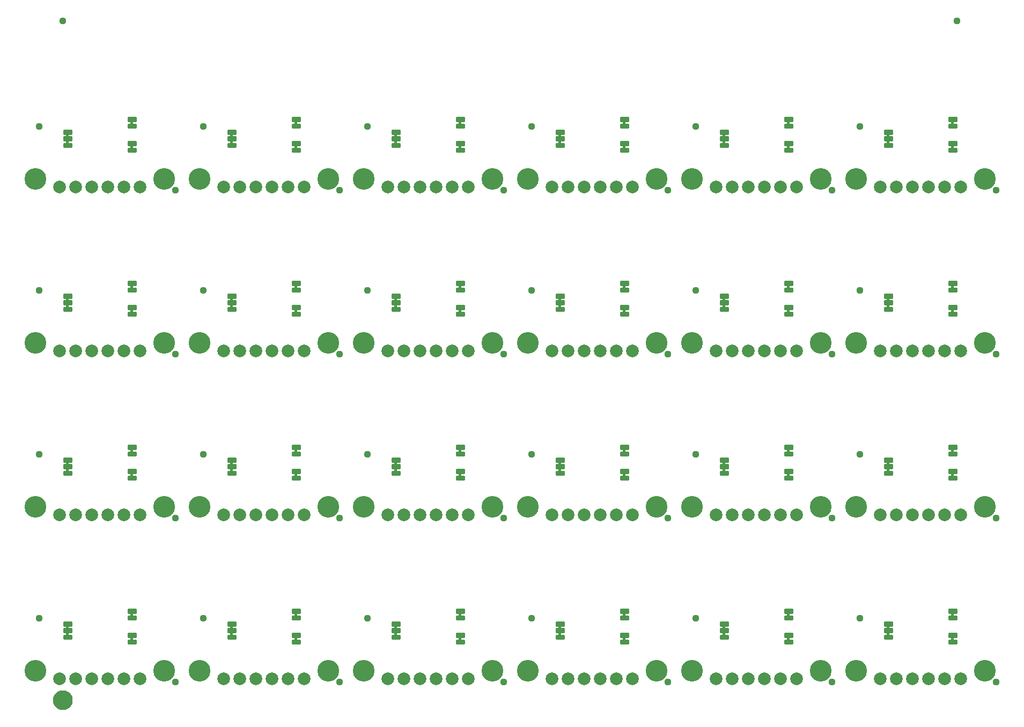
<source format=gbs>
G04 EAGLE Gerber RS-274X export*
G75*
%MOMM*%
%FSLAX34Y34*%
%LPD*%
%INSoldermask Bottom*%
%IPPOS*%
%AMOC8*
5,1,8,0,0,1.08239X$1,22.5*%
G01*
%ADD10C,0.228344*%
%ADD11C,2.006600*%
%ADD12C,1.127000*%
%ADD13C,3.429000*%
%ADD14C,1.270000*%
%ADD15C,1.627000*%

G36*
X956375Y889012D02*
X956375Y889012D01*
X956441Y889014D01*
X956484Y889032D01*
X956531Y889040D01*
X956588Y889074D01*
X956648Y889099D01*
X956683Y889130D01*
X956724Y889155D01*
X956766Y889206D01*
X956814Y889250D01*
X956836Y889292D01*
X956865Y889329D01*
X956886Y889391D01*
X956917Y889450D01*
X956925Y889504D01*
X956937Y889541D01*
X956936Y889581D01*
X956944Y889635D01*
X956944Y893445D01*
X956933Y893510D01*
X956931Y893576D01*
X956913Y893619D01*
X956905Y893666D01*
X956871Y893723D01*
X956846Y893783D01*
X956815Y893818D01*
X956790Y893859D01*
X956739Y893901D01*
X956695Y893949D01*
X956653Y893971D01*
X956616Y894000D01*
X956554Y894021D01*
X956495Y894052D01*
X956441Y894060D01*
X956404Y894072D01*
X956364Y894071D01*
X956310Y894079D01*
X953770Y894079D01*
X953705Y894068D01*
X953639Y894066D01*
X953596Y894048D01*
X953549Y894040D01*
X953492Y894006D01*
X953432Y893981D01*
X953397Y893950D01*
X953356Y893925D01*
X953315Y893874D01*
X953266Y893830D01*
X953244Y893788D01*
X953215Y893751D01*
X953194Y893689D01*
X953163Y893630D01*
X953155Y893576D01*
X953143Y893539D01*
X953143Y893535D01*
X953143Y893534D01*
X953144Y893499D01*
X953136Y893445D01*
X953136Y889635D01*
X953147Y889570D01*
X953149Y889504D01*
X953167Y889461D01*
X953175Y889414D01*
X953209Y889357D01*
X953234Y889297D01*
X953265Y889262D01*
X953290Y889221D01*
X953341Y889180D01*
X953385Y889131D01*
X953427Y889109D01*
X953464Y889080D01*
X953526Y889059D01*
X953585Y889028D01*
X953639Y889020D01*
X953676Y889008D01*
X953716Y889009D01*
X953770Y889001D01*
X956310Y889001D01*
X956375Y889012D01*
G37*
G36*
X697295Y889012D02*
X697295Y889012D01*
X697361Y889014D01*
X697404Y889032D01*
X697451Y889040D01*
X697508Y889074D01*
X697568Y889099D01*
X697603Y889130D01*
X697644Y889155D01*
X697686Y889206D01*
X697734Y889250D01*
X697756Y889292D01*
X697785Y889329D01*
X697806Y889391D01*
X697837Y889450D01*
X697845Y889504D01*
X697857Y889541D01*
X697856Y889581D01*
X697864Y889635D01*
X697864Y893445D01*
X697853Y893510D01*
X697851Y893576D01*
X697833Y893619D01*
X697825Y893666D01*
X697791Y893723D01*
X697766Y893783D01*
X697735Y893818D01*
X697710Y893859D01*
X697659Y893901D01*
X697615Y893949D01*
X697573Y893971D01*
X697536Y894000D01*
X697474Y894021D01*
X697415Y894052D01*
X697361Y894060D01*
X697324Y894072D01*
X697284Y894071D01*
X697230Y894079D01*
X694690Y894079D01*
X694625Y894068D01*
X694559Y894066D01*
X694516Y894048D01*
X694469Y894040D01*
X694412Y894006D01*
X694352Y893981D01*
X694317Y893950D01*
X694276Y893925D01*
X694235Y893874D01*
X694186Y893830D01*
X694164Y893788D01*
X694135Y893751D01*
X694114Y893689D01*
X694083Y893630D01*
X694075Y893576D01*
X694063Y893539D01*
X694063Y893535D01*
X694063Y893534D01*
X694064Y893499D01*
X694056Y893445D01*
X694056Y889635D01*
X694067Y889570D01*
X694069Y889504D01*
X694087Y889461D01*
X694095Y889414D01*
X694129Y889357D01*
X694154Y889297D01*
X694185Y889262D01*
X694210Y889221D01*
X694261Y889180D01*
X694305Y889131D01*
X694347Y889109D01*
X694384Y889080D01*
X694446Y889059D01*
X694505Y889028D01*
X694559Y889020D01*
X694596Y889008D01*
X694636Y889009D01*
X694690Y889001D01*
X697230Y889001D01*
X697295Y889012D01*
G37*
G36*
X179135Y889012D02*
X179135Y889012D01*
X179201Y889014D01*
X179244Y889032D01*
X179291Y889040D01*
X179348Y889074D01*
X179408Y889099D01*
X179443Y889130D01*
X179484Y889155D01*
X179526Y889206D01*
X179574Y889250D01*
X179596Y889292D01*
X179625Y889329D01*
X179646Y889391D01*
X179677Y889450D01*
X179685Y889504D01*
X179697Y889541D01*
X179696Y889581D01*
X179704Y889635D01*
X179704Y893445D01*
X179693Y893510D01*
X179691Y893576D01*
X179673Y893619D01*
X179665Y893666D01*
X179631Y893723D01*
X179606Y893783D01*
X179575Y893818D01*
X179550Y893859D01*
X179499Y893901D01*
X179455Y893949D01*
X179413Y893971D01*
X179376Y894000D01*
X179314Y894021D01*
X179255Y894052D01*
X179201Y894060D01*
X179164Y894072D01*
X179124Y894071D01*
X179070Y894079D01*
X176530Y894079D01*
X176465Y894068D01*
X176399Y894066D01*
X176356Y894048D01*
X176309Y894040D01*
X176252Y894006D01*
X176192Y893981D01*
X176157Y893950D01*
X176116Y893925D01*
X176075Y893874D01*
X176026Y893830D01*
X176004Y893788D01*
X175975Y893751D01*
X175954Y893689D01*
X175923Y893630D01*
X175915Y893576D01*
X175903Y893539D01*
X175903Y893535D01*
X175903Y893534D01*
X175904Y893499D01*
X175896Y893445D01*
X175896Y889635D01*
X175907Y889570D01*
X175909Y889504D01*
X175927Y889461D01*
X175935Y889414D01*
X175969Y889357D01*
X175994Y889297D01*
X176025Y889262D01*
X176050Y889221D01*
X176101Y889180D01*
X176145Y889131D01*
X176187Y889109D01*
X176224Y889080D01*
X176286Y889059D01*
X176345Y889028D01*
X176399Y889020D01*
X176436Y889008D01*
X176476Y889009D01*
X176530Y889001D01*
X179070Y889001D01*
X179135Y889012D01*
G37*
G36*
X1474535Y889012D02*
X1474535Y889012D01*
X1474601Y889014D01*
X1474644Y889032D01*
X1474691Y889040D01*
X1474748Y889074D01*
X1474808Y889099D01*
X1474843Y889130D01*
X1474884Y889155D01*
X1474926Y889206D01*
X1474974Y889250D01*
X1474996Y889292D01*
X1475025Y889329D01*
X1475046Y889391D01*
X1475077Y889450D01*
X1475085Y889504D01*
X1475097Y889541D01*
X1475096Y889581D01*
X1475104Y889635D01*
X1475104Y893445D01*
X1475093Y893510D01*
X1475091Y893576D01*
X1475073Y893619D01*
X1475065Y893666D01*
X1475031Y893723D01*
X1475006Y893783D01*
X1474975Y893818D01*
X1474950Y893859D01*
X1474899Y893901D01*
X1474855Y893949D01*
X1474813Y893971D01*
X1474776Y894000D01*
X1474714Y894021D01*
X1474655Y894052D01*
X1474601Y894060D01*
X1474564Y894072D01*
X1474524Y894071D01*
X1474470Y894079D01*
X1471930Y894079D01*
X1471865Y894068D01*
X1471799Y894066D01*
X1471756Y894048D01*
X1471709Y894040D01*
X1471652Y894006D01*
X1471592Y893981D01*
X1471557Y893950D01*
X1471516Y893925D01*
X1471475Y893874D01*
X1471426Y893830D01*
X1471404Y893788D01*
X1471375Y893751D01*
X1471354Y893689D01*
X1471323Y893630D01*
X1471315Y893576D01*
X1471303Y893539D01*
X1471303Y893535D01*
X1471303Y893534D01*
X1471304Y893499D01*
X1471296Y893445D01*
X1471296Y889635D01*
X1471307Y889570D01*
X1471309Y889504D01*
X1471327Y889461D01*
X1471335Y889414D01*
X1471369Y889357D01*
X1471394Y889297D01*
X1471425Y889262D01*
X1471450Y889221D01*
X1471501Y889180D01*
X1471545Y889131D01*
X1471587Y889109D01*
X1471624Y889080D01*
X1471686Y889059D01*
X1471745Y889028D01*
X1471799Y889020D01*
X1471836Y889008D01*
X1471876Y889009D01*
X1471930Y889001D01*
X1474470Y889001D01*
X1474535Y889012D01*
G37*
G36*
X438215Y889012D02*
X438215Y889012D01*
X438281Y889014D01*
X438324Y889032D01*
X438371Y889040D01*
X438428Y889074D01*
X438488Y889099D01*
X438523Y889130D01*
X438564Y889155D01*
X438606Y889206D01*
X438654Y889250D01*
X438676Y889292D01*
X438705Y889329D01*
X438726Y889391D01*
X438757Y889450D01*
X438765Y889504D01*
X438777Y889541D01*
X438776Y889581D01*
X438784Y889635D01*
X438784Y893445D01*
X438773Y893510D01*
X438771Y893576D01*
X438753Y893619D01*
X438745Y893666D01*
X438711Y893723D01*
X438686Y893783D01*
X438655Y893818D01*
X438630Y893859D01*
X438579Y893901D01*
X438535Y893949D01*
X438493Y893971D01*
X438456Y894000D01*
X438394Y894021D01*
X438335Y894052D01*
X438281Y894060D01*
X438244Y894072D01*
X438204Y894071D01*
X438150Y894079D01*
X435610Y894079D01*
X435545Y894068D01*
X435479Y894066D01*
X435436Y894048D01*
X435389Y894040D01*
X435332Y894006D01*
X435272Y893981D01*
X435237Y893950D01*
X435196Y893925D01*
X435155Y893874D01*
X435106Y893830D01*
X435084Y893788D01*
X435055Y893751D01*
X435034Y893689D01*
X435003Y893630D01*
X434995Y893576D01*
X434983Y893539D01*
X434983Y893535D01*
X434983Y893534D01*
X434984Y893499D01*
X434976Y893445D01*
X434976Y889635D01*
X434987Y889570D01*
X434989Y889504D01*
X435007Y889461D01*
X435015Y889414D01*
X435049Y889357D01*
X435074Y889297D01*
X435105Y889262D01*
X435130Y889221D01*
X435181Y889180D01*
X435225Y889131D01*
X435267Y889109D01*
X435304Y889080D01*
X435366Y889059D01*
X435425Y889028D01*
X435479Y889020D01*
X435516Y889008D01*
X435556Y889009D01*
X435610Y889001D01*
X438150Y889001D01*
X438215Y889012D01*
G37*
G36*
X1215455Y889012D02*
X1215455Y889012D01*
X1215521Y889014D01*
X1215564Y889032D01*
X1215611Y889040D01*
X1215668Y889074D01*
X1215728Y889099D01*
X1215763Y889130D01*
X1215804Y889155D01*
X1215846Y889206D01*
X1215894Y889250D01*
X1215916Y889292D01*
X1215945Y889329D01*
X1215966Y889391D01*
X1215997Y889450D01*
X1216005Y889504D01*
X1216017Y889541D01*
X1216016Y889581D01*
X1216024Y889635D01*
X1216024Y893445D01*
X1216013Y893510D01*
X1216011Y893576D01*
X1215993Y893619D01*
X1215985Y893666D01*
X1215951Y893723D01*
X1215926Y893783D01*
X1215895Y893818D01*
X1215870Y893859D01*
X1215819Y893901D01*
X1215775Y893949D01*
X1215733Y893971D01*
X1215696Y894000D01*
X1215634Y894021D01*
X1215575Y894052D01*
X1215521Y894060D01*
X1215484Y894072D01*
X1215444Y894071D01*
X1215390Y894079D01*
X1212850Y894079D01*
X1212785Y894068D01*
X1212719Y894066D01*
X1212676Y894048D01*
X1212629Y894040D01*
X1212572Y894006D01*
X1212512Y893981D01*
X1212477Y893950D01*
X1212436Y893925D01*
X1212395Y893874D01*
X1212346Y893830D01*
X1212324Y893788D01*
X1212295Y893751D01*
X1212274Y893689D01*
X1212243Y893630D01*
X1212235Y893576D01*
X1212223Y893539D01*
X1212223Y893535D01*
X1212223Y893534D01*
X1212224Y893499D01*
X1212216Y893445D01*
X1212216Y889635D01*
X1212227Y889570D01*
X1212229Y889504D01*
X1212247Y889461D01*
X1212255Y889414D01*
X1212289Y889357D01*
X1212314Y889297D01*
X1212345Y889262D01*
X1212370Y889221D01*
X1212421Y889180D01*
X1212465Y889131D01*
X1212507Y889109D01*
X1212544Y889080D01*
X1212606Y889059D01*
X1212665Y889028D01*
X1212719Y889020D01*
X1212756Y889008D01*
X1212796Y889009D01*
X1212850Y889001D01*
X1215390Y889001D01*
X1215455Y889012D01*
G37*
G36*
X77535Y868692D02*
X77535Y868692D01*
X77601Y868694D01*
X77644Y868712D01*
X77691Y868720D01*
X77748Y868754D01*
X77808Y868779D01*
X77843Y868810D01*
X77884Y868835D01*
X77926Y868886D01*
X77974Y868930D01*
X77996Y868972D01*
X78025Y869009D01*
X78046Y869071D01*
X78077Y869130D01*
X78085Y869184D01*
X78097Y869221D01*
X78096Y869261D01*
X78104Y869315D01*
X78104Y873125D01*
X78093Y873190D01*
X78091Y873256D01*
X78073Y873299D01*
X78065Y873346D01*
X78031Y873403D01*
X78006Y873463D01*
X77975Y873498D01*
X77950Y873539D01*
X77899Y873581D01*
X77855Y873629D01*
X77813Y873651D01*
X77776Y873680D01*
X77714Y873701D01*
X77655Y873732D01*
X77601Y873740D01*
X77564Y873752D01*
X77524Y873751D01*
X77470Y873759D01*
X74930Y873759D01*
X74865Y873748D01*
X74799Y873746D01*
X74756Y873728D01*
X74709Y873720D01*
X74652Y873686D01*
X74592Y873661D01*
X74557Y873630D01*
X74516Y873605D01*
X74475Y873554D01*
X74426Y873510D01*
X74404Y873468D01*
X74375Y873431D01*
X74354Y873369D01*
X74323Y873310D01*
X74315Y873256D01*
X74303Y873219D01*
X74303Y873215D01*
X74303Y873214D01*
X74304Y873179D01*
X74296Y873125D01*
X74296Y869315D01*
X74307Y869250D01*
X74309Y869184D01*
X74327Y869141D01*
X74335Y869094D01*
X74369Y869037D01*
X74394Y868977D01*
X74425Y868942D01*
X74450Y868901D01*
X74501Y868860D01*
X74545Y868811D01*
X74587Y868789D01*
X74624Y868760D01*
X74686Y868739D01*
X74745Y868708D01*
X74799Y868700D01*
X74836Y868688D01*
X74876Y868689D01*
X74930Y868681D01*
X77470Y868681D01*
X77535Y868692D01*
G37*
G36*
X595695Y868692D02*
X595695Y868692D01*
X595761Y868694D01*
X595804Y868712D01*
X595851Y868720D01*
X595908Y868754D01*
X595968Y868779D01*
X596003Y868810D01*
X596044Y868835D01*
X596086Y868886D01*
X596134Y868930D01*
X596156Y868972D01*
X596185Y869009D01*
X596206Y869071D01*
X596237Y869130D01*
X596245Y869184D01*
X596257Y869221D01*
X596256Y869261D01*
X596264Y869315D01*
X596264Y873125D01*
X596253Y873190D01*
X596251Y873256D01*
X596233Y873299D01*
X596225Y873346D01*
X596191Y873403D01*
X596166Y873463D01*
X596135Y873498D01*
X596110Y873539D01*
X596059Y873581D01*
X596015Y873629D01*
X595973Y873651D01*
X595936Y873680D01*
X595874Y873701D01*
X595815Y873732D01*
X595761Y873740D01*
X595724Y873752D01*
X595684Y873751D01*
X595630Y873759D01*
X593090Y873759D01*
X593025Y873748D01*
X592959Y873746D01*
X592916Y873728D01*
X592869Y873720D01*
X592812Y873686D01*
X592752Y873661D01*
X592717Y873630D01*
X592676Y873605D01*
X592635Y873554D01*
X592586Y873510D01*
X592564Y873468D01*
X592535Y873431D01*
X592514Y873369D01*
X592483Y873310D01*
X592475Y873256D01*
X592463Y873219D01*
X592463Y873215D01*
X592463Y873214D01*
X592464Y873179D01*
X592456Y873125D01*
X592456Y869315D01*
X592467Y869250D01*
X592469Y869184D01*
X592487Y869141D01*
X592495Y869094D01*
X592529Y869037D01*
X592554Y868977D01*
X592585Y868942D01*
X592610Y868901D01*
X592661Y868860D01*
X592705Y868811D01*
X592747Y868789D01*
X592784Y868760D01*
X592846Y868739D01*
X592905Y868708D01*
X592959Y868700D01*
X592996Y868688D01*
X593036Y868689D01*
X593090Y868681D01*
X595630Y868681D01*
X595695Y868692D01*
G37*
G36*
X1113855Y868692D02*
X1113855Y868692D01*
X1113921Y868694D01*
X1113964Y868712D01*
X1114011Y868720D01*
X1114068Y868754D01*
X1114128Y868779D01*
X1114163Y868810D01*
X1114204Y868835D01*
X1114246Y868886D01*
X1114294Y868930D01*
X1114316Y868972D01*
X1114345Y869009D01*
X1114366Y869071D01*
X1114397Y869130D01*
X1114405Y869184D01*
X1114417Y869221D01*
X1114416Y869261D01*
X1114424Y869315D01*
X1114424Y873125D01*
X1114413Y873190D01*
X1114411Y873256D01*
X1114393Y873299D01*
X1114385Y873346D01*
X1114351Y873403D01*
X1114326Y873463D01*
X1114295Y873498D01*
X1114270Y873539D01*
X1114219Y873581D01*
X1114175Y873629D01*
X1114133Y873651D01*
X1114096Y873680D01*
X1114034Y873701D01*
X1113975Y873732D01*
X1113921Y873740D01*
X1113884Y873752D01*
X1113844Y873751D01*
X1113790Y873759D01*
X1111250Y873759D01*
X1111185Y873748D01*
X1111119Y873746D01*
X1111076Y873728D01*
X1111029Y873720D01*
X1110972Y873686D01*
X1110912Y873661D01*
X1110877Y873630D01*
X1110836Y873605D01*
X1110795Y873554D01*
X1110746Y873510D01*
X1110724Y873468D01*
X1110695Y873431D01*
X1110674Y873369D01*
X1110643Y873310D01*
X1110635Y873256D01*
X1110623Y873219D01*
X1110623Y873215D01*
X1110623Y873214D01*
X1110624Y873179D01*
X1110616Y873125D01*
X1110616Y869315D01*
X1110627Y869250D01*
X1110629Y869184D01*
X1110647Y869141D01*
X1110655Y869094D01*
X1110689Y869037D01*
X1110714Y868977D01*
X1110745Y868942D01*
X1110770Y868901D01*
X1110821Y868860D01*
X1110865Y868811D01*
X1110907Y868789D01*
X1110944Y868760D01*
X1111006Y868739D01*
X1111065Y868708D01*
X1111119Y868700D01*
X1111156Y868688D01*
X1111196Y868689D01*
X1111250Y868681D01*
X1113790Y868681D01*
X1113855Y868692D01*
G37*
G36*
X854775Y868692D02*
X854775Y868692D01*
X854841Y868694D01*
X854884Y868712D01*
X854931Y868720D01*
X854988Y868754D01*
X855048Y868779D01*
X855083Y868810D01*
X855124Y868835D01*
X855166Y868886D01*
X855214Y868930D01*
X855236Y868972D01*
X855265Y869009D01*
X855286Y869071D01*
X855317Y869130D01*
X855325Y869184D01*
X855337Y869221D01*
X855336Y869261D01*
X855344Y869315D01*
X855344Y873125D01*
X855333Y873190D01*
X855331Y873256D01*
X855313Y873299D01*
X855305Y873346D01*
X855271Y873403D01*
X855246Y873463D01*
X855215Y873498D01*
X855190Y873539D01*
X855139Y873581D01*
X855095Y873629D01*
X855053Y873651D01*
X855016Y873680D01*
X854954Y873701D01*
X854895Y873732D01*
X854841Y873740D01*
X854804Y873752D01*
X854764Y873751D01*
X854710Y873759D01*
X852170Y873759D01*
X852105Y873748D01*
X852039Y873746D01*
X851996Y873728D01*
X851949Y873720D01*
X851892Y873686D01*
X851832Y873661D01*
X851797Y873630D01*
X851756Y873605D01*
X851715Y873554D01*
X851666Y873510D01*
X851644Y873468D01*
X851615Y873431D01*
X851594Y873369D01*
X851563Y873310D01*
X851555Y873256D01*
X851543Y873219D01*
X851543Y873215D01*
X851543Y873214D01*
X851544Y873179D01*
X851536Y873125D01*
X851536Y869315D01*
X851547Y869250D01*
X851549Y869184D01*
X851567Y869141D01*
X851575Y869094D01*
X851609Y869037D01*
X851634Y868977D01*
X851665Y868942D01*
X851690Y868901D01*
X851741Y868860D01*
X851785Y868811D01*
X851827Y868789D01*
X851864Y868760D01*
X851926Y868739D01*
X851985Y868708D01*
X852039Y868700D01*
X852076Y868688D01*
X852116Y868689D01*
X852170Y868681D01*
X854710Y868681D01*
X854775Y868692D01*
G37*
G36*
X1372935Y868692D02*
X1372935Y868692D01*
X1373001Y868694D01*
X1373044Y868712D01*
X1373091Y868720D01*
X1373148Y868754D01*
X1373208Y868779D01*
X1373243Y868810D01*
X1373284Y868835D01*
X1373326Y868886D01*
X1373374Y868930D01*
X1373396Y868972D01*
X1373425Y869009D01*
X1373446Y869071D01*
X1373477Y869130D01*
X1373485Y869184D01*
X1373497Y869221D01*
X1373496Y869261D01*
X1373504Y869315D01*
X1373504Y873125D01*
X1373493Y873190D01*
X1373491Y873256D01*
X1373473Y873299D01*
X1373465Y873346D01*
X1373431Y873403D01*
X1373406Y873463D01*
X1373375Y873498D01*
X1373350Y873539D01*
X1373299Y873581D01*
X1373255Y873629D01*
X1373213Y873651D01*
X1373176Y873680D01*
X1373114Y873701D01*
X1373055Y873732D01*
X1373001Y873740D01*
X1372964Y873752D01*
X1372924Y873751D01*
X1372870Y873759D01*
X1370330Y873759D01*
X1370265Y873748D01*
X1370199Y873746D01*
X1370156Y873728D01*
X1370109Y873720D01*
X1370052Y873686D01*
X1369992Y873661D01*
X1369957Y873630D01*
X1369916Y873605D01*
X1369875Y873554D01*
X1369826Y873510D01*
X1369804Y873468D01*
X1369775Y873431D01*
X1369754Y873369D01*
X1369723Y873310D01*
X1369715Y873256D01*
X1369703Y873219D01*
X1369703Y873215D01*
X1369703Y873214D01*
X1369704Y873179D01*
X1369696Y873125D01*
X1369696Y869315D01*
X1369707Y869250D01*
X1369709Y869184D01*
X1369727Y869141D01*
X1369735Y869094D01*
X1369769Y869037D01*
X1369794Y868977D01*
X1369825Y868942D01*
X1369850Y868901D01*
X1369901Y868860D01*
X1369945Y868811D01*
X1369987Y868789D01*
X1370024Y868760D01*
X1370086Y868739D01*
X1370145Y868708D01*
X1370199Y868700D01*
X1370236Y868688D01*
X1370276Y868689D01*
X1370330Y868681D01*
X1372870Y868681D01*
X1372935Y868692D01*
G37*
G36*
X336615Y868692D02*
X336615Y868692D01*
X336681Y868694D01*
X336724Y868712D01*
X336771Y868720D01*
X336828Y868754D01*
X336888Y868779D01*
X336923Y868810D01*
X336964Y868835D01*
X337006Y868886D01*
X337054Y868930D01*
X337076Y868972D01*
X337105Y869009D01*
X337126Y869071D01*
X337157Y869130D01*
X337165Y869184D01*
X337177Y869221D01*
X337176Y869261D01*
X337184Y869315D01*
X337184Y873125D01*
X337173Y873190D01*
X337171Y873256D01*
X337153Y873299D01*
X337145Y873346D01*
X337111Y873403D01*
X337086Y873463D01*
X337055Y873498D01*
X337030Y873539D01*
X336979Y873581D01*
X336935Y873629D01*
X336893Y873651D01*
X336856Y873680D01*
X336794Y873701D01*
X336735Y873732D01*
X336681Y873740D01*
X336644Y873752D01*
X336604Y873751D01*
X336550Y873759D01*
X334010Y873759D01*
X333945Y873748D01*
X333879Y873746D01*
X333836Y873728D01*
X333789Y873720D01*
X333732Y873686D01*
X333672Y873661D01*
X333637Y873630D01*
X333596Y873605D01*
X333555Y873554D01*
X333506Y873510D01*
X333484Y873468D01*
X333455Y873431D01*
X333434Y873369D01*
X333403Y873310D01*
X333395Y873256D01*
X333383Y873219D01*
X333383Y873215D01*
X333383Y873214D01*
X333384Y873179D01*
X333376Y873125D01*
X333376Y869315D01*
X333387Y869250D01*
X333389Y869184D01*
X333407Y869141D01*
X333415Y869094D01*
X333449Y869037D01*
X333474Y868977D01*
X333505Y868942D01*
X333530Y868901D01*
X333581Y868860D01*
X333625Y868811D01*
X333667Y868789D01*
X333704Y868760D01*
X333766Y868739D01*
X333825Y868708D01*
X333879Y868700D01*
X333916Y868688D01*
X333956Y868689D01*
X334010Y868681D01*
X336550Y868681D01*
X336615Y868692D01*
G37*
G36*
X336615Y858532D02*
X336615Y858532D01*
X336681Y858534D01*
X336724Y858552D01*
X336771Y858560D01*
X336828Y858594D01*
X336888Y858619D01*
X336923Y858650D01*
X336964Y858675D01*
X337006Y858726D01*
X337054Y858770D01*
X337076Y858812D01*
X337105Y858849D01*
X337126Y858911D01*
X337157Y858970D01*
X337165Y859024D01*
X337177Y859061D01*
X337176Y859101D01*
X337184Y859155D01*
X337184Y862965D01*
X337173Y863030D01*
X337171Y863096D01*
X337153Y863139D01*
X337145Y863186D01*
X337111Y863243D01*
X337086Y863303D01*
X337055Y863338D01*
X337030Y863379D01*
X336979Y863421D01*
X336935Y863469D01*
X336893Y863491D01*
X336856Y863520D01*
X336794Y863541D01*
X336735Y863572D01*
X336681Y863580D01*
X336644Y863592D01*
X336604Y863591D01*
X336550Y863599D01*
X334010Y863599D01*
X333945Y863588D01*
X333879Y863586D01*
X333836Y863568D01*
X333789Y863560D01*
X333732Y863526D01*
X333672Y863501D01*
X333637Y863470D01*
X333596Y863445D01*
X333555Y863394D01*
X333506Y863350D01*
X333484Y863308D01*
X333455Y863271D01*
X333434Y863209D01*
X333403Y863150D01*
X333395Y863096D01*
X333383Y863059D01*
X333383Y863055D01*
X333383Y863054D01*
X333384Y863019D01*
X333376Y862965D01*
X333376Y859155D01*
X333387Y859090D01*
X333389Y859024D01*
X333407Y858981D01*
X333415Y858934D01*
X333449Y858877D01*
X333474Y858817D01*
X333505Y858782D01*
X333530Y858741D01*
X333581Y858700D01*
X333625Y858651D01*
X333667Y858629D01*
X333704Y858600D01*
X333766Y858579D01*
X333825Y858548D01*
X333879Y858540D01*
X333916Y858528D01*
X333956Y858529D01*
X334010Y858521D01*
X336550Y858521D01*
X336615Y858532D01*
G37*
G36*
X854775Y858532D02*
X854775Y858532D01*
X854841Y858534D01*
X854884Y858552D01*
X854931Y858560D01*
X854988Y858594D01*
X855048Y858619D01*
X855083Y858650D01*
X855124Y858675D01*
X855166Y858726D01*
X855214Y858770D01*
X855236Y858812D01*
X855265Y858849D01*
X855286Y858911D01*
X855317Y858970D01*
X855325Y859024D01*
X855337Y859061D01*
X855336Y859101D01*
X855344Y859155D01*
X855344Y862965D01*
X855333Y863030D01*
X855331Y863096D01*
X855313Y863139D01*
X855305Y863186D01*
X855271Y863243D01*
X855246Y863303D01*
X855215Y863338D01*
X855190Y863379D01*
X855139Y863421D01*
X855095Y863469D01*
X855053Y863491D01*
X855016Y863520D01*
X854954Y863541D01*
X854895Y863572D01*
X854841Y863580D01*
X854804Y863592D01*
X854764Y863591D01*
X854710Y863599D01*
X852170Y863599D01*
X852105Y863588D01*
X852039Y863586D01*
X851996Y863568D01*
X851949Y863560D01*
X851892Y863526D01*
X851832Y863501D01*
X851797Y863470D01*
X851756Y863445D01*
X851715Y863394D01*
X851666Y863350D01*
X851644Y863308D01*
X851615Y863271D01*
X851594Y863209D01*
X851563Y863150D01*
X851555Y863096D01*
X851543Y863059D01*
X851543Y863055D01*
X851543Y863054D01*
X851544Y863019D01*
X851536Y862965D01*
X851536Y859155D01*
X851547Y859090D01*
X851549Y859024D01*
X851567Y858981D01*
X851575Y858934D01*
X851609Y858877D01*
X851634Y858817D01*
X851665Y858782D01*
X851690Y858741D01*
X851741Y858700D01*
X851785Y858651D01*
X851827Y858629D01*
X851864Y858600D01*
X851926Y858579D01*
X851985Y858548D01*
X852039Y858540D01*
X852076Y858528D01*
X852116Y858529D01*
X852170Y858521D01*
X854710Y858521D01*
X854775Y858532D01*
G37*
G36*
X1113855Y858532D02*
X1113855Y858532D01*
X1113921Y858534D01*
X1113964Y858552D01*
X1114011Y858560D01*
X1114068Y858594D01*
X1114128Y858619D01*
X1114163Y858650D01*
X1114204Y858675D01*
X1114246Y858726D01*
X1114294Y858770D01*
X1114316Y858812D01*
X1114345Y858849D01*
X1114366Y858911D01*
X1114397Y858970D01*
X1114405Y859024D01*
X1114417Y859061D01*
X1114416Y859101D01*
X1114424Y859155D01*
X1114424Y862965D01*
X1114413Y863030D01*
X1114411Y863096D01*
X1114393Y863139D01*
X1114385Y863186D01*
X1114351Y863243D01*
X1114326Y863303D01*
X1114295Y863338D01*
X1114270Y863379D01*
X1114219Y863421D01*
X1114175Y863469D01*
X1114133Y863491D01*
X1114096Y863520D01*
X1114034Y863541D01*
X1113975Y863572D01*
X1113921Y863580D01*
X1113884Y863592D01*
X1113844Y863591D01*
X1113790Y863599D01*
X1111250Y863599D01*
X1111185Y863588D01*
X1111119Y863586D01*
X1111076Y863568D01*
X1111029Y863560D01*
X1110972Y863526D01*
X1110912Y863501D01*
X1110877Y863470D01*
X1110836Y863445D01*
X1110795Y863394D01*
X1110746Y863350D01*
X1110724Y863308D01*
X1110695Y863271D01*
X1110674Y863209D01*
X1110643Y863150D01*
X1110635Y863096D01*
X1110623Y863059D01*
X1110623Y863055D01*
X1110623Y863054D01*
X1110624Y863019D01*
X1110616Y862965D01*
X1110616Y859155D01*
X1110627Y859090D01*
X1110629Y859024D01*
X1110647Y858981D01*
X1110655Y858934D01*
X1110689Y858877D01*
X1110714Y858817D01*
X1110745Y858782D01*
X1110770Y858741D01*
X1110821Y858700D01*
X1110865Y858651D01*
X1110907Y858629D01*
X1110944Y858600D01*
X1111006Y858579D01*
X1111065Y858548D01*
X1111119Y858540D01*
X1111156Y858528D01*
X1111196Y858529D01*
X1111250Y858521D01*
X1113790Y858521D01*
X1113855Y858532D01*
G37*
G36*
X595695Y858532D02*
X595695Y858532D01*
X595761Y858534D01*
X595804Y858552D01*
X595851Y858560D01*
X595908Y858594D01*
X595968Y858619D01*
X596003Y858650D01*
X596044Y858675D01*
X596086Y858726D01*
X596134Y858770D01*
X596156Y858812D01*
X596185Y858849D01*
X596206Y858911D01*
X596237Y858970D01*
X596245Y859024D01*
X596257Y859061D01*
X596256Y859101D01*
X596264Y859155D01*
X596264Y862965D01*
X596253Y863030D01*
X596251Y863096D01*
X596233Y863139D01*
X596225Y863186D01*
X596191Y863243D01*
X596166Y863303D01*
X596135Y863338D01*
X596110Y863379D01*
X596059Y863421D01*
X596015Y863469D01*
X595973Y863491D01*
X595936Y863520D01*
X595874Y863541D01*
X595815Y863572D01*
X595761Y863580D01*
X595724Y863592D01*
X595684Y863591D01*
X595630Y863599D01*
X593090Y863599D01*
X593025Y863588D01*
X592959Y863586D01*
X592916Y863568D01*
X592869Y863560D01*
X592812Y863526D01*
X592752Y863501D01*
X592717Y863470D01*
X592676Y863445D01*
X592635Y863394D01*
X592586Y863350D01*
X592564Y863308D01*
X592535Y863271D01*
X592514Y863209D01*
X592483Y863150D01*
X592475Y863096D01*
X592463Y863059D01*
X592463Y863055D01*
X592463Y863054D01*
X592464Y863019D01*
X592456Y862965D01*
X592456Y859155D01*
X592467Y859090D01*
X592469Y859024D01*
X592487Y858981D01*
X592495Y858934D01*
X592529Y858877D01*
X592554Y858817D01*
X592585Y858782D01*
X592610Y858741D01*
X592661Y858700D01*
X592705Y858651D01*
X592747Y858629D01*
X592784Y858600D01*
X592846Y858579D01*
X592905Y858548D01*
X592959Y858540D01*
X592996Y858528D01*
X593036Y858529D01*
X593090Y858521D01*
X595630Y858521D01*
X595695Y858532D01*
G37*
G36*
X1372935Y858532D02*
X1372935Y858532D01*
X1373001Y858534D01*
X1373044Y858552D01*
X1373091Y858560D01*
X1373148Y858594D01*
X1373208Y858619D01*
X1373243Y858650D01*
X1373284Y858675D01*
X1373326Y858726D01*
X1373374Y858770D01*
X1373396Y858812D01*
X1373425Y858849D01*
X1373446Y858911D01*
X1373477Y858970D01*
X1373485Y859024D01*
X1373497Y859061D01*
X1373496Y859101D01*
X1373504Y859155D01*
X1373504Y862965D01*
X1373493Y863030D01*
X1373491Y863096D01*
X1373473Y863139D01*
X1373465Y863186D01*
X1373431Y863243D01*
X1373406Y863303D01*
X1373375Y863338D01*
X1373350Y863379D01*
X1373299Y863421D01*
X1373255Y863469D01*
X1373213Y863491D01*
X1373176Y863520D01*
X1373114Y863541D01*
X1373055Y863572D01*
X1373001Y863580D01*
X1372964Y863592D01*
X1372924Y863591D01*
X1372870Y863599D01*
X1370330Y863599D01*
X1370265Y863588D01*
X1370199Y863586D01*
X1370156Y863568D01*
X1370109Y863560D01*
X1370052Y863526D01*
X1369992Y863501D01*
X1369957Y863470D01*
X1369916Y863445D01*
X1369875Y863394D01*
X1369826Y863350D01*
X1369804Y863308D01*
X1369775Y863271D01*
X1369754Y863209D01*
X1369723Y863150D01*
X1369715Y863096D01*
X1369703Y863059D01*
X1369703Y863055D01*
X1369703Y863054D01*
X1369704Y863019D01*
X1369696Y862965D01*
X1369696Y859155D01*
X1369707Y859090D01*
X1369709Y859024D01*
X1369727Y858981D01*
X1369735Y858934D01*
X1369769Y858877D01*
X1369794Y858817D01*
X1369825Y858782D01*
X1369850Y858741D01*
X1369901Y858700D01*
X1369945Y858651D01*
X1369987Y858629D01*
X1370024Y858600D01*
X1370086Y858579D01*
X1370145Y858548D01*
X1370199Y858540D01*
X1370236Y858528D01*
X1370276Y858529D01*
X1370330Y858521D01*
X1372870Y858521D01*
X1372935Y858532D01*
G37*
G36*
X77535Y858532D02*
X77535Y858532D01*
X77601Y858534D01*
X77644Y858552D01*
X77691Y858560D01*
X77748Y858594D01*
X77808Y858619D01*
X77843Y858650D01*
X77884Y858675D01*
X77926Y858726D01*
X77974Y858770D01*
X77996Y858812D01*
X78025Y858849D01*
X78046Y858911D01*
X78077Y858970D01*
X78085Y859024D01*
X78097Y859061D01*
X78096Y859101D01*
X78104Y859155D01*
X78104Y862965D01*
X78093Y863030D01*
X78091Y863096D01*
X78073Y863139D01*
X78065Y863186D01*
X78031Y863243D01*
X78006Y863303D01*
X77975Y863338D01*
X77950Y863379D01*
X77899Y863421D01*
X77855Y863469D01*
X77813Y863491D01*
X77776Y863520D01*
X77714Y863541D01*
X77655Y863572D01*
X77601Y863580D01*
X77564Y863592D01*
X77524Y863591D01*
X77470Y863599D01*
X74930Y863599D01*
X74865Y863588D01*
X74799Y863586D01*
X74756Y863568D01*
X74709Y863560D01*
X74652Y863526D01*
X74592Y863501D01*
X74557Y863470D01*
X74516Y863445D01*
X74475Y863394D01*
X74426Y863350D01*
X74404Y863308D01*
X74375Y863271D01*
X74354Y863209D01*
X74323Y863150D01*
X74315Y863096D01*
X74303Y863059D01*
X74303Y863055D01*
X74303Y863054D01*
X74304Y863019D01*
X74296Y862965D01*
X74296Y859155D01*
X74307Y859090D01*
X74309Y859024D01*
X74327Y858981D01*
X74335Y858934D01*
X74369Y858877D01*
X74394Y858817D01*
X74425Y858782D01*
X74450Y858741D01*
X74501Y858700D01*
X74545Y858651D01*
X74587Y858629D01*
X74624Y858600D01*
X74686Y858579D01*
X74745Y858548D01*
X74799Y858540D01*
X74836Y858528D01*
X74876Y858529D01*
X74930Y858521D01*
X77470Y858521D01*
X77535Y858532D01*
G37*
G36*
X1474535Y850912D02*
X1474535Y850912D01*
X1474601Y850914D01*
X1474644Y850932D01*
X1474691Y850940D01*
X1474748Y850974D01*
X1474808Y850999D01*
X1474843Y851030D01*
X1474884Y851055D01*
X1474926Y851106D01*
X1474974Y851150D01*
X1474996Y851192D01*
X1475025Y851229D01*
X1475046Y851291D01*
X1475077Y851350D01*
X1475085Y851404D01*
X1475097Y851441D01*
X1475096Y851481D01*
X1475104Y851535D01*
X1475104Y855345D01*
X1475093Y855410D01*
X1475091Y855476D01*
X1475073Y855519D01*
X1475065Y855566D01*
X1475031Y855623D01*
X1475006Y855683D01*
X1474975Y855718D01*
X1474950Y855759D01*
X1474899Y855801D01*
X1474855Y855849D01*
X1474813Y855871D01*
X1474776Y855900D01*
X1474714Y855921D01*
X1474655Y855952D01*
X1474601Y855960D01*
X1474564Y855972D01*
X1474524Y855971D01*
X1474470Y855979D01*
X1471930Y855979D01*
X1471865Y855968D01*
X1471799Y855966D01*
X1471756Y855948D01*
X1471709Y855940D01*
X1471652Y855906D01*
X1471592Y855881D01*
X1471557Y855850D01*
X1471516Y855825D01*
X1471475Y855774D01*
X1471426Y855730D01*
X1471404Y855688D01*
X1471375Y855651D01*
X1471354Y855589D01*
X1471323Y855530D01*
X1471315Y855476D01*
X1471303Y855439D01*
X1471303Y855435D01*
X1471303Y855434D01*
X1471304Y855399D01*
X1471296Y855345D01*
X1471296Y851535D01*
X1471307Y851470D01*
X1471309Y851404D01*
X1471327Y851361D01*
X1471335Y851314D01*
X1471369Y851257D01*
X1471394Y851197D01*
X1471425Y851162D01*
X1471450Y851121D01*
X1471501Y851080D01*
X1471545Y851031D01*
X1471587Y851009D01*
X1471624Y850980D01*
X1471686Y850959D01*
X1471745Y850928D01*
X1471799Y850920D01*
X1471836Y850908D01*
X1471876Y850909D01*
X1471930Y850901D01*
X1474470Y850901D01*
X1474535Y850912D01*
G37*
G36*
X956375Y850912D02*
X956375Y850912D01*
X956441Y850914D01*
X956484Y850932D01*
X956531Y850940D01*
X956588Y850974D01*
X956648Y850999D01*
X956683Y851030D01*
X956724Y851055D01*
X956766Y851106D01*
X956814Y851150D01*
X956836Y851192D01*
X956865Y851229D01*
X956886Y851291D01*
X956917Y851350D01*
X956925Y851404D01*
X956937Y851441D01*
X956936Y851481D01*
X956944Y851535D01*
X956944Y855345D01*
X956933Y855410D01*
X956931Y855476D01*
X956913Y855519D01*
X956905Y855566D01*
X956871Y855623D01*
X956846Y855683D01*
X956815Y855718D01*
X956790Y855759D01*
X956739Y855801D01*
X956695Y855849D01*
X956653Y855871D01*
X956616Y855900D01*
X956554Y855921D01*
X956495Y855952D01*
X956441Y855960D01*
X956404Y855972D01*
X956364Y855971D01*
X956310Y855979D01*
X953770Y855979D01*
X953705Y855968D01*
X953639Y855966D01*
X953596Y855948D01*
X953549Y855940D01*
X953492Y855906D01*
X953432Y855881D01*
X953397Y855850D01*
X953356Y855825D01*
X953315Y855774D01*
X953266Y855730D01*
X953244Y855688D01*
X953215Y855651D01*
X953194Y855589D01*
X953163Y855530D01*
X953155Y855476D01*
X953143Y855439D01*
X953143Y855435D01*
X953143Y855434D01*
X953144Y855399D01*
X953136Y855345D01*
X953136Y851535D01*
X953147Y851470D01*
X953149Y851404D01*
X953167Y851361D01*
X953175Y851314D01*
X953209Y851257D01*
X953234Y851197D01*
X953265Y851162D01*
X953290Y851121D01*
X953341Y851080D01*
X953385Y851031D01*
X953427Y851009D01*
X953464Y850980D01*
X953526Y850959D01*
X953585Y850928D01*
X953639Y850920D01*
X953676Y850908D01*
X953716Y850909D01*
X953770Y850901D01*
X956310Y850901D01*
X956375Y850912D01*
G37*
G36*
X1215455Y850912D02*
X1215455Y850912D01*
X1215521Y850914D01*
X1215564Y850932D01*
X1215611Y850940D01*
X1215668Y850974D01*
X1215728Y850999D01*
X1215763Y851030D01*
X1215804Y851055D01*
X1215846Y851106D01*
X1215894Y851150D01*
X1215916Y851192D01*
X1215945Y851229D01*
X1215966Y851291D01*
X1215997Y851350D01*
X1216005Y851404D01*
X1216017Y851441D01*
X1216016Y851481D01*
X1216024Y851535D01*
X1216024Y855345D01*
X1216013Y855410D01*
X1216011Y855476D01*
X1215993Y855519D01*
X1215985Y855566D01*
X1215951Y855623D01*
X1215926Y855683D01*
X1215895Y855718D01*
X1215870Y855759D01*
X1215819Y855801D01*
X1215775Y855849D01*
X1215733Y855871D01*
X1215696Y855900D01*
X1215634Y855921D01*
X1215575Y855952D01*
X1215521Y855960D01*
X1215484Y855972D01*
X1215444Y855971D01*
X1215390Y855979D01*
X1212850Y855979D01*
X1212785Y855968D01*
X1212719Y855966D01*
X1212676Y855948D01*
X1212629Y855940D01*
X1212572Y855906D01*
X1212512Y855881D01*
X1212477Y855850D01*
X1212436Y855825D01*
X1212395Y855774D01*
X1212346Y855730D01*
X1212324Y855688D01*
X1212295Y855651D01*
X1212274Y855589D01*
X1212243Y855530D01*
X1212235Y855476D01*
X1212223Y855439D01*
X1212223Y855435D01*
X1212223Y855434D01*
X1212224Y855399D01*
X1212216Y855345D01*
X1212216Y851535D01*
X1212227Y851470D01*
X1212229Y851404D01*
X1212247Y851361D01*
X1212255Y851314D01*
X1212289Y851257D01*
X1212314Y851197D01*
X1212345Y851162D01*
X1212370Y851121D01*
X1212421Y851080D01*
X1212465Y851031D01*
X1212507Y851009D01*
X1212544Y850980D01*
X1212606Y850959D01*
X1212665Y850928D01*
X1212719Y850920D01*
X1212756Y850908D01*
X1212796Y850909D01*
X1212850Y850901D01*
X1215390Y850901D01*
X1215455Y850912D01*
G37*
G36*
X697295Y850912D02*
X697295Y850912D01*
X697361Y850914D01*
X697404Y850932D01*
X697451Y850940D01*
X697508Y850974D01*
X697568Y850999D01*
X697603Y851030D01*
X697644Y851055D01*
X697686Y851106D01*
X697734Y851150D01*
X697756Y851192D01*
X697785Y851229D01*
X697806Y851291D01*
X697837Y851350D01*
X697845Y851404D01*
X697857Y851441D01*
X697856Y851481D01*
X697864Y851535D01*
X697864Y855345D01*
X697853Y855410D01*
X697851Y855476D01*
X697833Y855519D01*
X697825Y855566D01*
X697791Y855623D01*
X697766Y855683D01*
X697735Y855718D01*
X697710Y855759D01*
X697659Y855801D01*
X697615Y855849D01*
X697573Y855871D01*
X697536Y855900D01*
X697474Y855921D01*
X697415Y855952D01*
X697361Y855960D01*
X697324Y855972D01*
X697284Y855971D01*
X697230Y855979D01*
X694690Y855979D01*
X694625Y855968D01*
X694559Y855966D01*
X694516Y855948D01*
X694469Y855940D01*
X694412Y855906D01*
X694352Y855881D01*
X694317Y855850D01*
X694276Y855825D01*
X694235Y855774D01*
X694186Y855730D01*
X694164Y855688D01*
X694135Y855651D01*
X694114Y855589D01*
X694083Y855530D01*
X694075Y855476D01*
X694063Y855439D01*
X694063Y855435D01*
X694063Y855434D01*
X694064Y855399D01*
X694056Y855345D01*
X694056Y851535D01*
X694067Y851470D01*
X694069Y851404D01*
X694087Y851361D01*
X694095Y851314D01*
X694129Y851257D01*
X694154Y851197D01*
X694185Y851162D01*
X694210Y851121D01*
X694261Y851080D01*
X694305Y851031D01*
X694347Y851009D01*
X694384Y850980D01*
X694446Y850959D01*
X694505Y850928D01*
X694559Y850920D01*
X694596Y850908D01*
X694636Y850909D01*
X694690Y850901D01*
X697230Y850901D01*
X697295Y850912D01*
G37*
G36*
X438215Y850912D02*
X438215Y850912D01*
X438281Y850914D01*
X438324Y850932D01*
X438371Y850940D01*
X438428Y850974D01*
X438488Y850999D01*
X438523Y851030D01*
X438564Y851055D01*
X438606Y851106D01*
X438654Y851150D01*
X438676Y851192D01*
X438705Y851229D01*
X438726Y851291D01*
X438757Y851350D01*
X438765Y851404D01*
X438777Y851441D01*
X438776Y851481D01*
X438784Y851535D01*
X438784Y855345D01*
X438773Y855410D01*
X438771Y855476D01*
X438753Y855519D01*
X438745Y855566D01*
X438711Y855623D01*
X438686Y855683D01*
X438655Y855718D01*
X438630Y855759D01*
X438579Y855801D01*
X438535Y855849D01*
X438493Y855871D01*
X438456Y855900D01*
X438394Y855921D01*
X438335Y855952D01*
X438281Y855960D01*
X438244Y855972D01*
X438204Y855971D01*
X438150Y855979D01*
X435610Y855979D01*
X435545Y855968D01*
X435479Y855966D01*
X435436Y855948D01*
X435389Y855940D01*
X435332Y855906D01*
X435272Y855881D01*
X435237Y855850D01*
X435196Y855825D01*
X435155Y855774D01*
X435106Y855730D01*
X435084Y855688D01*
X435055Y855651D01*
X435034Y855589D01*
X435003Y855530D01*
X434995Y855476D01*
X434983Y855439D01*
X434983Y855435D01*
X434983Y855434D01*
X434984Y855399D01*
X434976Y855345D01*
X434976Y851535D01*
X434987Y851470D01*
X434989Y851404D01*
X435007Y851361D01*
X435015Y851314D01*
X435049Y851257D01*
X435074Y851197D01*
X435105Y851162D01*
X435130Y851121D01*
X435181Y851080D01*
X435225Y851031D01*
X435267Y851009D01*
X435304Y850980D01*
X435366Y850959D01*
X435425Y850928D01*
X435479Y850920D01*
X435516Y850908D01*
X435556Y850909D01*
X435610Y850901D01*
X438150Y850901D01*
X438215Y850912D01*
G37*
G36*
X179135Y850912D02*
X179135Y850912D01*
X179201Y850914D01*
X179244Y850932D01*
X179291Y850940D01*
X179348Y850974D01*
X179408Y850999D01*
X179443Y851030D01*
X179484Y851055D01*
X179526Y851106D01*
X179574Y851150D01*
X179596Y851192D01*
X179625Y851229D01*
X179646Y851291D01*
X179677Y851350D01*
X179685Y851404D01*
X179697Y851441D01*
X179696Y851481D01*
X179704Y851535D01*
X179704Y855345D01*
X179693Y855410D01*
X179691Y855476D01*
X179673Y855519D01*
X179665Y855566D01*
X179631Y855623D01*
X179606Y855683D01*
X179575Y855718D01*
X179550Y855759D01*
X179499Y855801D01*
X179455Y855849D01*
X179413Y855871D01*
X179376Y855900D01*
X179314Y855921D01*
X179255Y855952D01*
X179201Y855960D01*
X179164Y855972D01*
X179124Y855971D01*
X179070Y855979D01*
X176530Y855979D01*
X176465Y855968D01*
X176399Y855966D01*
X176356Y855948D01*
X176309Y855940D01*
X176252Y855906D01*
X176192Y855881D01*
X176157Y855850D01*
X176116Y855825D01*
X176075Y855774D01*
X176026Y855730D01*
X176004Y855688D01*
X175975Y855651D01*
X175954Y855589D01*
X175923Y855530D01*
X175915Y855476D01*
X175903Y855439D01*
X175903Y855435D01*
X175903Y855434D01*
X175904Y855399D01*
X175896Y855345D01*
X175896Y851535D01*
X175907Y851470D01*
X175909Y851404D01*
X175927Y851361D01*
X175935Y851314D01*
X175969Y851257D01*
X175994Y851197D01*
X176025Y851162D01*
X176050Y851121D01*
X176101Y851080D01*
X176145Y851031D01*
X176187Y851009D01*
X176224Y850980D01*
X176286Y850959D01*
X176345Y850928D01*
X176399Y850920D01*
X176436Y850908D01*
X176476Y850909D01*
X176530Y850901D01*
X179070Y850901D01*
X179135Y850912D01*
G37*
G36*
X1474535Y629932D02*
X1474535Y629932D01*
X1474601Y629934D01*
X1474644Y629952D01*
X1474691Y629960D01*
X1474748Y629994D01*
X1474808Y630019D01*
X1474843Y630050D01*
X1474884Y630075D01*
X1474926Y630126D01*
X1474974Y630170D01*
X1474996Y630212D01*
X1475025Y630249D01*
X1475046Y630311D01*
X1475077Y630370D01*
X1475085Y630424D01*
X1475097Y630461D01*
X1475096Y630501D01*
X1475104Y630555D01*
X1475104Y634365D01*
X1475093Y634430D01*
X1475091Y634496D01*
X1475073Y634539D01*
X1475065Y634586D01*
X1475031Y634643D01*
X1475006Y634703D01*
X1474975Y634738D01*
X1474950Y634779D01*
X1474899Y634821D01*
X1474855Y634869D01*
X1474813Y634891D01*
X1474776Y634920D01*
X1474714Y634941D01*
X1474655Y634972D01*
X1474601Y634980D01*
X1474564Y634992D01*
X1474524Y634991D01*
X1474470Y634999D01*
X1471930Y634999D01*
X1471865Y634988D01*
X1471799Y634986D01*
X1471756Y634968D01*
X1471709Y634960D01*
X1471652Y634926D01*
X1471592Y634901D01*
X1471557Y634870D01*
X1471516Y634845D01*
X1471475Y634794D01*
X1471426Y634750D01*
X1471404Y634708D01*
X1471375Y634671D01*
X1471354Y634609D01*
X1471323Y634550D01*
X1471315Y634496D01*
X1471303Y634459D01*
X1471303Y634455D01*
X1471303Y634454D01*
X1471304Y634419D01*
X1471296Y634365D01*
X1471296Y630555D01*
X1471307Y630490D01*
X1471309Y630424D01*
X1471327Y630381D01*
X1471335Y630334D01*
X1471369Y630277D01*
X1471394Y630217D01*
X1471425Y630182D01*
X1471450Y630141D01*
X1471501Y630100D01*
X1471545Y630051D01*
X1471587Y630029D01*
X1471624Y630000D01*
X1471686Y629979D01*
X1471745Y629948D01*
X1471799Y629940D01*
X1471836Y629928D01*
X1471876Y629929D01*
X1471930Y629921D01*
X1474470Y629921D01*
X1474535Y629932D01*
G37*
G36*
X1215455Y629932D02*
X1215455Y629932D01*
X1215521Y629934D01*
X1215564Y629952D01*
X1215611Y629960D01*
X1215668Y629994D01*
X1215728Y630019D01*
X1215763Y630050D01*
X1215804Y630075D01*
X1215846Y630126D01*
X1215894Y630170D01*
X1215916Y630212D01*
X1215945Y630249D01*
X1215966Y630311D01*
X1215997Y630370D01*
X1216005Y630424D01*
X1216017Y630461D01*
X1216016Y630501D01*
X1216024Y630555D01*
X1216024Y634365D01*
X1216013Y634430D01*
X1216011Y634496D01*
X1215993Y634539D01*
X1215985Y634586D01*
X1215951Y634643D01*
X1215926Y634703D01*
X1215895Y634738D01*
X1215870Y634779D01*
X1215819Y634821D01*
X1215775Y634869D01*
X1215733Y634891D01*
X1215696Y634920D01*
X1215634Y634941D01*
X1215575Y634972D01*
X1215521Y634980D01*
X1215484Y634992D01*
X1215444Y634991D01*
X1215390Y634999D01*
X1212850Y634999D01*
X1212785Y634988D01*
X1212719Y634986D01*
X1212676Y634968D01*
X1212629Y634960D01*
X1212572Y634926D01*
X1212512Y634901D01*
X1212477Y634870D01*
X1212436Y634845D01*
X1212395Y634794D01*
X1212346Y634750D01*
X1212324Y634708D01*
X1212295Y634671D01*
X1212274Y634609D01*
X1212243Y634550D01*
X1212235Y634496D01*
X1212223Y634459D01*
X1212223Y634455D01*
X1212223Y634454D01*
X1212224Y634419D01*
X1212216Y634365D01*
X1212216Y630555D01*
X1212227Y630490D01*
X1212229Y630424D01*
X1212247Y630381D01*
X1212255Y630334D01*
X1212289Y630277D01*
X1212314Y630217D01*
X1212345Y630182D01*
X1212370Y630141D01*
X1212421Y630100D01*
X1212465Y630051D01*
X1212507Y630029D01*
X1212544Y630000D01*
X1212606Y629979D01*
X1212665Y629948D01*
X1212719Y629940D01*
X1212756Y629928D01*
X1212796Y629929D01*
X1212850Y629921D01*
X1215390Y629921D01*
X1215455Y629932D01*
G37*
G36*
X179135Y629932D02*
X179135Y629932D01*
X179201Y629934D01*
X179244Y629952D01*
X179291Y629960D01*
X179348Y629994D01*
X179408Y630019D01*
X179443Y630050D01*
X179484Y630075D01*
X179526Y630126D01*
X179574Y630170D01*
X179596Y630212D01*
X179625Y630249D01*
X179646Y630311D01*
X179677Y630370D01*
X179685Y630424D01*
X179697Y630461D01*
X179696Y630501D01*
X179704Y630555D01*
X179704Y634365D01*
X179693Y634430D01*
X179691Y634496D01*
X179673Y634539D01*
X179665Y634586D01*
X179631Y634643D01*
X179606Y634703D01*
X179575Y634738D01*
X179550Y634779D01*
X179499Y634821D01*
X179455Y634869D01*
X179413Y634891D01*
X179376Y634920D01*
X179314Y634941D01*
X179255Y634972D01*
X179201Y634980D01*
X179164Y634992D01*
X179124Y634991D01*
X179070Y634999D01*
X176530Y634999D01*
X176465Y634988D01*
X176399Y634986D01*
X176356Y634968D01*
X176309Y634960D01*
X176252Y634926D01*
X176192Y634901D01*
X176157Y634870D01*
X176116Y634845D01*
X176075Y634794D01*
X176026Y634750D01*
X176004Y634708D01*
X175975Y634671D01*
X175954Y634609D01*
X175923Y634550D01*
X175915Y634496D01*
X175903Y634459D01*
X175903Y634455D01*
X175903Y634454D01*
X175904Y634419D01*
X175896Y634365D01*
X175896Y630555D01*
X175907Y630490D01*
X175909Y630424D01*
X175927Y630381D01*
X175935Y630334D01*
X175969Y630277D01*
X175994Y630217D01*
X176025Y630182D01*
X176050Y630141D01*
X176101Y630100D01*
X176145Y630051D01*
X176187Y630029D01*
X176224Y630000D01*
X176286Y629979D01*
X176345Y629948D01*
X176399Y629940D01*
X176436Y629928D01*
X176476Y629929D01*
X176530Y629921D01*
X179070Y629921D01*
X179135Y629932D01*
G37*
G36*
X697295Y629932D02*
X697295Y629932D01*
X697361Y629934D01*
X697404Y629952D01*
X697451Y629960D01*
X697508Y629994D01*
X697568Y630019D01*
X697603Y630050D01*
X697644Y630075D01*
X697686Y630126D01*
X697734Y630170D01*
X697756Y630212D01*
X697785Y630249D01*
X697806Y630311D01*
X697837Y630370D01*
X697845Y630424D01*
X697857Y630461D01*
X697856Y630501D01*
X697864Y630555D01*
X697864Y634365D01*
X697853Y634430D01*
X697851Y634496D01*
X697833Y634539D01*
X697825Y634586D01*
X697791Y634643D01*
X697766Y634703D01*
X697735Y634738D01*
X697710Y634779D01*
X697659Y634821D01*
X697615Y634869D01*
X697573Y634891D01*
X697536Y634920D01*
X697474Y634941D01*
X697415Y634972D01*
X697361Y634980D01*
X697324Y634992D01*
X697284Y634991D01*
X697230Y634999D01*
X694690Y634999D01*
X694625Y634988D01*
X694559Y634986D01*
X694516Y634968D01*
X694469Y634960D01*
X694412Y634926D01*
X694352Y634901D01*
X694317Y634870D01*
X694276Y634845D01*
X694235Y634794D01*
X694186Y634750D01*
X694164Y634708D01*
X694135Y634671D01*
X694114Y634609D01*
X694083Y634550D01*
X694075Y634496D01*
X694063Y634459D01*
X694063Y634455D01*
X694063Y634454D01*
X694064Y634419D01*
X694056Y634365D01*
X694056Y630555D01*
X694067Y630490D01*
X694069Y630424D01*
X694087Y630381D01*
X694095Y630334D01*
X694129Y630277D01*
X694154Y630217D01*
X694185Y630182D01*
X694210Y630141D01*
X694261Y630100D01*
X694305Y630051D01*
X694347Y630029D01*
X694384Y630000D01*
X694446Y629979D01*
X694505Y629948D01*
X694559Y629940D01*
X694596Y629928D01*
X694636Y629929D01*
X694690Y629921D01*
X697230Y629921D01*
X697295Y629932D01*
G37*
G36*
X956375Y629932D02*
X956375Y629932D01*
X956441Y629934D01*
X956484Y629952D01*
X956531Y629960D01*
X956588Y629994D01*
X956648Y630019D01*
X956683Y630050D01*
X956724Y630075D01*
X956766Y630126D01*
X956814Y630170D01*
X956836Y630212D01*
X956865Y630249D01*
X956886Y630311D01*
X956917Y630370D01*
X956925Y630424D01*
X956937Y630461D01*
X956936Y630501D01*
X956944Y630555D01*
X956944Y634365D01*
X956933Y634430D01*
X956931Y634496D01*
X956913Y634539D01*
X956905Y634586D01*
X956871Y634643D01*
X956846Y634703D01*
X956815Y634738D01*
X956790Y634779D01*
X956739Y634821D01*
X956695Y634869D01*
X956653Y634891D01*
X956616Y634920D01*
X956554Y634941D01*
X956495Y634972D01*
X956441Y634980D01*
X956404Y634992D01*
X956364Y634991D01*
X956310Y634999D01*
X953770Y634999D01*
X953705Y634988D01*
X953639Y634986D01*
X953596Y634968D01*
X953549Y634960D01*
X953492Y634926D01*
X953432Y634901D01*
X953397Y634870D01*
X953356Y634845D01*
X953315Y634794D01*
X953266Y634750D01*
X953244Y634708D01*
X953215Y634671D01*
X953194Y634609D01*
X953163Y634550D01*
X953155Y634496D01*
X953143Y634459D01*
X953143Y634455D01*
X953143Y634454D01*
X953144Y634419D01*
X953136Y634365D01*
X953136Y630555D01*
X953147Y630490D01*
X953149Y630424D01*
X953167Y630381D01*
X953175Y630334D01*
X953209Y630277D01*
X953234Y630217D01*
X953265Y630182D01*
X953290Y630141D01*
X953341Y630100D01*
X953385Y630051D01*
X953427Y630029D01*
X953464Y630000D01*
X953526Y629979D01*
X953585Y629948D01*
X953639Y629940D01*
X953676Y629928D01*
X953716Y629929D01*
X953770Y629921D01*
X956310Y629921D01*
X956375Y629932D01*
G37*
G36*
X438215Y629932D02*
X438215Y629932D01*
X438281Y629934D01*
X438324Y629952D01*
X438371Y629960D01*
X438428Y629994D01*
X438488Y630019D01*
X438523Y630050D01*
X438564Y630075D01*
X438606Y630126D01*
X438654Y630170D01*
X438676Y630212D01*
X438705Y630249D01*
X438726Y630311D01*
X438757Y630370D01*
X438765Y630424D01*
X438777Y630461D01*
X438776Y630501D01*
X438784Y630555D01*
X438784Y634365D01*
X438773Y634430D01*
X438771Y634496D01*
X438753Y634539D01*
X438745Y634586D01*
X438711Y634643D01*
X438686Y634703D01*
X438655Y634738D01*
X438630Y634779D01*
X438579Y634821D01*
X438535Y634869D01*
X438493Y634891D01*
X438456Y634920D01*
X438394Y634941D01*
X438335Y634972D01*
X438281Y634980D01*
X438244Y634992D01*
X438204Y634991D01*
X438150Y634999D01*
X435610Y634999D01*
X435545Y634988D01*
X435479Y634986D01*
X435436Y634968D01*
X435389Y634960D01*
X435332Y634926D01*
X435272Y634901D01*
X435237Y634870D01*
X435196Y634845D01*
X435155Y634794D01*
X435106Y634750D01*
X435084Y634708D01*
X435055Y634671D01*
X435034Y634609D01*
X435003Y634550D01*
X434995Y634496D01*
X434983Y634459D01*
X434983Y634455D01*
X434983Y634454D01*
X434984Y634419D01*
X434976Y634365D01*
X434976Y630555D01*
X434987Y630490D01*
X434989Y630424D01*
X435007Y630381D01*
X435015Y630334D01*
X435049Y630277D01*
X435074Y630217D01*
X435105Y630182D01*
X435130Y630141D01*
X435181Y630100D01*
X435225Y630051D01*
X435267Y630029D01*
X435304Y630000D01*
X435366Y629979D01*
X435425Y629948D01*
X435479Y629940D01*
X435516Y629928D01*
X435556Y629929D01*
X435610Y629921D01*
X438150Y629921D01*
X438215Y629932D01*
G37*
G36*
X1113855Y609612D02*
X1113855Y609612D01*
X1113921Y609614D01*
X1113964Y609632D01*
X1114011Y609640D01*
X1114068Y609674D01*
X1114128Y609699D01*
X1114163Y609730D01*
X1114204Y609755D01*
X1114246Y609806D01*
X1114294Y609850D01*
X1114316Y609892D01*
X1114345Y609929D01*
X1114366Y609991D01*
X1114397Y610050D01*
X1114405Y610104D01*
X1114417Y610141D01*
X1114416Y610181D01*
X1114424Y610235D01*
X1114424Y614045D01*
X1114413Y614110D01*
X1114411Y614176D01*
X1114393Y614219D01*
X1114385Y614266D01*
X1114351Y614323D01*
X1114326Y614383D01*
X1114295Y614418D01*
X1114270Y614459D01*
X1114219Y614501D01*
X1114175Y614549D01*
X1114133Y614571D01*
X1114096Y614600D01*
X1114034Y614621D01*
X1113975Y614652D01*
X1113921Y614660D01*
X1113884Y614672D01*
X1113844Y614671D01*
X1113790Y614679D01*
X1111250Y614679D01*
X1111185Y614668D01*
X1111119Y614666D01*
X1111076Y614648D01*
X1111029Y614640D01*
X1110972Y614606D01*
X1110912Y614581D01*
X1110877Y614550D01*
X1110836Y614525D01*
X1110795Y614474D01*
X1110746Y614430D01*
X1110724Y614388D01*
X1110695Y614351D01*
X1110674Y614289D01*
X1110643Y614230D01*
X1110635Y614176D01*
X1110623Y614139D01*
X1110623Y614135D01*
X1110623Y614134D01*
X1110624Y614099D01*
X1110616Y614045D01*
X1110616Y610235D01*
X1110627Y610170D01*
X1110629Y610104D01*
X1110647Y610061D01*
X1110655Y610014D01*
X1110689Y609957D01*
X1110714Y609897D01*
X1110745Y609862D01*
X1110770Y609821D01*
X1110821Y609780D01*
X1110865Y609731D01*
X1110907Y609709D01*
X1110944Y609680D01*
X1111006Y609659D01*
X1111065Y609628D01*
X1111119Y609620D01*
X1111156Y609608D01*
X1111196Y609609D01*
X1111250Y609601D01*
X1113790Y609601D01*
X1113855Y609612D01*
G37*
G36*
X77535Y609612D02*
X77535Y609612D01*
X77601Y609614D01*
X77644Y609632D01*
X77691Y609640D01*
X77748Y609674D01*
X77808Y609699D01*
X77843Y609730D01*
X77884Y609755D01*
X77926Y609806D01*
X77974Y609850D01*
X77996Y609892D01*
X78025Y609929D01*
X78046Y609991D01*
X78077Y610050D01*
X78085Y610104D01*
X78097Y610141D01*
X78096Y610181D01*
X78104Y610235D01*
X78104Y614045D01*
X78093Y614110D01*
X78091Y614176D01*
X78073Y614219D01*
X78065Y614266D01*
X78031Y614323D01*
X78006Y614383D01*
X77975Y614418D01*
X77950Y614459D01*
X77899Y614501D01*
X77855Y614549D01*
X77813Y614571D01*
X77776Y614600D01*
X77714Y614621D01*
X77655Y614652D01*
X77601Y614660D01*
X77564Y614672D01*
X77524Y614671D01*
X77470Y614679D01*
X74930Y614679D01*
X74865Y614668D01*
X74799Y614666D01*
X74756Y614648D01*
X74709Y614640D01*
X74652Y614606D01*
X74592Y614581D01*
X74557Y614550D01*
X74516Y614525D01*
X74475Y614474D01*
X74426Y614430D01*
X74404Y614388D01*
X74375Y614351D01*
X74354Y614289D01*
X74323Y614230D01*
X74315Y614176D01*
X74303Y614139D01*
X74303Y614135D01*
X74303Y614134D01*
X74304Y614099D01*
X74296Y614045D01*
X74296Y610235D01*
X74307Y610170D01*
X74309Y610104D01*
X74327Y610061D01*
X74335Y610014D01*
X74369Y609957D01*
X74394Y609897D01*
X74425Y609862D01*
X74450Y609821D01*
X74501Y609780D01*
X74545Y609731D01*
X74587Y609709D01*
X74624Y609680D01*
X74686Y609659D01*
X74745Y609628D01*
X74799Y609620D01*
X74836Y609608D01*
X74876Y609609D01*
X74930Y609601D01*
X77470Y609601D01*
X77535Y609612D01*
G37*
G36*
X336615Y609612D02*
X336615Y609612D01*
X336681Y609614D01*
X336724Y609632D01*
X336771Y609640D01*
X336828Y609674D01*
X336888Y609699D01*
X336923Y609730D01*
X336964Y609755D01*
X337006Y609806D01*
X337054Y609850D01*
X337076Y609892D01*
X337105Y609929D01*
X337126Y609991D01*
X337157Y610050D01*
X337165Y610104D01*
X337177Y610141D01*
X337176Y610181D01*
X337184Y610235D01*
X337184Y614045D01*
X337173Y614110D01*
X337171Y614176D01*
X337153Y614219D01*
X337145Y614266D01*
X337111Y614323D01*
X337086Y614383D01*
X337055Y614418D01*
X337030Y614459D01*
X336979Y614501D01*
X336935Y614549D01*
X336893Y614571D01*
X336856Y614600D01*
X336794Y614621D01*
X336735Y614652D01*
X336681Y614660D01*
X336644Y614672D01*
X336604Y614671D01*
X336550Y614679D01*
X334010Y614679D01*
X333945Y614668D01*
X333879Y614666D01*
X333836Y614648D01*
X333789Y614640D01*
X333732Y614606D01*
X333672Y614581D01*
X333637Y614550D01*
X333596Y614525D01*
X333555Y614474D01*
X333506Y614430D01*
X333484Y614388D01*
X333455Y614351D01*
X333434Y614289D01*
X333403Y614230D01*
X333395Y614176D01*
X333383Y614139D01*
X333383Y614135D01*
X333383Y614134D01*
X333384Y614099D01*
X333376Y614045D01*
X333376Y610235D01*
X333387Y610170D01*
X333389Y610104D01*
X333407Y610061D01*
X333415Y610014D01*
X333449Y609957D01*
X333474Y609897D01*
X333505Y609862D01*
X333530Y609821D01*
X333581Y609780D01*
X333625Y609731D01*
X333667Y609709D01*
X333704Y609680D01*
X333766Y609659D01*
X333825Y609628D01*
X333879Y609620D01*
X333916Y609608D01*
X333956Y609609D01*
X334010Y609601D01*
X336550Y609601D01*
X336615Y609612D01*
G37*
G36*
X1372935Y609612D02*
X1372935Y609612D01*
X1373001Y609614D01*
X1373044Y609632D01*
X1373091Y609640D01*
X1373148Y609674D01*
X1373208Y609699D01*
X1373243Y609730D01*
X1373284Y609755D01*
X1373326Y609806D01*
X1373374Y609850D01*
X1373396Y609892D01*
X1373425Y609929D01*
X1373446Y609991D01*
X1373477Y610050D01*
X1373485Y610104D01*
X1373497Y610141D01*
X1373496Y610181D01*
X1373504Y610235D01*
X1373504Y614045D01*
X1373493Y614110D01*
X1373491Y614176D01*
X1373473Y614219D01*
X1373465Y614266D01*
X1373431Y614323D01*
X1373406Y614383D01*
X1373375Y614418D01*
X1373350Y614459D01*
X1373299Y614501D01*
X1373255Y614549D01*
X1373213Y614571D01*
X1373176Y614600D01*
X1373114Y614621D01*
X1373055Y614652D01*
X1373001Y614660D01*
X1372964Y614672D01*
X1372924Y614671D01*
X1372870Y614679D01*
X1370330Y614679D01*
X1370265Y614668D01*
X1370199Y614666D01*
X1370156Y614648D01*
X1370109Y614640D01*
X1370052Y614606D01*
X1369992Y614581D01*
X1369957Y614550D01*
X1369916Y614525D01*
X1369875Y614474D01*
X1369826Y614430D01*
X1369804Y614388D01*
X1369775Y614351D01*
X1369754Y614289D01*
X1369723Y614230D01*
X1369715Y614176D01*
X1369703Y614139D01*
X1369703Y614135D01*
X1369703Y614134D01*
X1369704Y614099D01*
X1369696Y614045D01*
X1369696Y610235D01*
X1369707Y610170D01*
X1369709Y610104D01*
X1369727Y610061D01*
X1369735Y610014D01*
X1369769Y609957D01*
X1369794Y609897D01*
X1369825Y609862D01*
X1369850Y609821D01*
X1369901Y609780D01*
X1369945Y609731D01*
X1369987Y609709D01*
X1370024Y609680D01*
X1370086Y609659D01*
X1370145Y609628D01*
X1370199Y609620D01*
X1370236Y609608D01*
X1370276Y609609D01*
X1370330Y609601D01*
X1372870Y609601D01*
X1372935Y609612D01*
G37*
G36*
X595695Y609612D02*
X595695Y609612D01*
X595761Y609614D01*
X595804Y609632D01*
X595851Y609640D01*
X595908Y609674D01*
X595968Y609699D01*
X596003Y609730D01*
X596044Y609755D01*
X596086Y609806D01*
X596134Y609850D01*
X596156Y609892D01*
X596185Y609929D01*
X596206Y609991D01*
X596237Y610050D01*
X596245Y610104D01*
X596257Y610141D01*
X596256Y610181D01*
X596264Y610235D01*
X596264Y614045D01*
X596253Y614110D01*
X596251Y614176D01*
X596233Y614219D01*
X596225Y614266D01*
X596191Y614323D01*
X596166Y614383D01*
X596135Y614418D01*
X596110Y614459D01*
X596059Y614501D01*
X596015Y614549D01*
X595973Y614571D01*
X595936Y614600D01*
X595874Y614621D01*
X595815Y614652D01*
X595761Y614660D01*
X595724Y614672D01*
X595684Y614671D01*
X595630Y614679D01*
X593090Y614679D01*
X593025Y614668D01*
X592959Y614666D01*
X592916Y614648D01*
X592869Y614640D01*
X592812Y614606D01*
X592752Y614581D01*
X592717Y614550D01*
X592676Y614525D01*
X592635Y614474D01*
X592586Y614430D01*
X592564Y614388D01*
X592535Y614351D01*
X592514Y614289D01*
X592483Y614230D01*
X592475Y614176D01*
X592463Y614139D01*
X592463Y614135D01*
X592463Y614134D01*
X592464Y614099D01*
X592456Y614045D01*
X592456Y610235D01*
X592467Y610170D01*
X592469Y610104D01*
X592487Y610061D01*
X592495Y610014D01*
X592529Y609957D01*
X592554Y609897D01*
X592585Y609862D01*
X592610Y609821D01*
X592661Y609780D01*
X592705Y609731D01*
X592747Y609709D01*
X592784Y609680D01*
X592846Y609659D01*
X592905Y609628D01*
X592959Y609620D01*
X592996Y609608D01*
X593036Y609609D01*
X593090Y609601D01*
X595630Y609601D01*
X595695Y609612D01*
G37*
G36*
X854775Y609612D02*
X854775Y609612D01*
X854841Y609614D01*
X854884Y609632D01*
X854931Y609640D01*
X854988Y609674D01*
X855048Y609699D01*
X855083Y609730D01*
X855124Y609755D01*
X855166Y609806D01*
X855214Y609850D01*
X855236Y609892D01*
X855265Y609929D01*
X855286Y609991D01*
X855317Y610050D01*
X855325Y610104D01*
X855337Y610141D01*
X855336Y610181D01*
X855344Y610235D01*
X855344Y614045D01*
X855333Y614110D01*
X855331Y614176D01*
X855313Y614219D01*
X855305Y614266D01*
X855271Y614323D01*
X855246Y614383D01*
X855215Y614418D01*
X855190Y614459D01*
X855139Y614501D01*
X855095Y614549D01*
X855053Y614571D01*
X855016Y614600D01*
X854954Y614621D01*
X854895Y614652D01*
X854841Y614660D01*
X854804Y614672D01*
X854764Y614671D01*
X854710Y614679D01*
X852170Y614679D01*
X852105Y614668D01*
X852039Y614666D01*
X851996Y614648D01*
X851949Y614640D01*
X851892Y614606D01*
X851832Y614581D01*
X851797Y614550D01*
X851756Y614525D01*
X851715Y614474D01*
X851666Y614430D01*
X851644Y614388D01*
X851615Y614351D01*
X851594Y614289D01*
X851563Y614230D01*
X851555Y614176D01*
X851543Y614139D01*
X851543Y614135D01*
X851543Y614134D01*
X851544Y614099D01*
X851536Y614045D01*
X851536Y610235D01*
X851547Y610170D01*
X851549Y610104D01*
X851567Y610061D01*
X851575Y610014D01*
X851609Y609957D01*
X851634Y609897D01*
X851665Y609862D01*
X851690Y609821D01*
X851741Y609780D01*
X851785Y609731D01*
X851827Y609709D01*
X851864Y609680D01*
X851926Y609659D01*
X851985Y609628D01*
X852039Y609620D01*
X852076Y609608D01*
X852116Y609609D01*
X852170Y609601D01*
X854710Y609601D01*
X854775Y609612D01*
G37*
G36*
X854775Y599452D02*
X854775Y599452D01*
X854841Y599454D01*
X854884Y599472D01*
X854931Y599480D01*
X854988Y599514D01*
X855048Y599539D01*
X855083Y599570D01*
X855124Y599595D01*
X855166Y599646D01*
X855214Y599690D01*
X855236Y599732D01*
X855265Y599769D01*
X855286Y599831D01*
X855317Y599890D01*
X855325Y599944D01*
X855337Y599981D01*
X855336Y600021D01*
X855344Y600075D01*
X855344Y603885D01*
X855333Y603950D01*
X855331Y604016D01*
X855313Y604059D01*
X855305Y604106D01*
X855271Y604163D01*
X855246Y604223D01*
X855215Y604258D01*
X855190Y604299D01*
X855139Y604341D01*
X855095Y604389D01*
X855053Y604411D01*
X855016Y604440D01*
X854954Y604461D01*
X854895Y604492D01*
X854841Y604500D01*
X854804Y604512D01*
X854764Y604511D01*
X854710Y604519D01*
X852170Y604519D01*
X852105Y604508D01*
X852039Y604506D01*
X851996Y604488D01*
X851949Y604480D01*
X851892Y604446D01*
X851832Y604421D01*
X851797Y604390D01*
X851756Y604365D01*
X851715Y604314D01*
X851666Y604270D01*
X851644Y604228D01*
X851615Y604191D01*
X851594Y604129D01*
X851563Y604070D01*
X851555Y604016D01*
X851543Y603979D01*
X851543Y603975D01*
X851543Y603974D01*
X851544Y603939D01*
X851536Y603885D01*
X851536Y600075D01*
X851547Y600010D01*
X851549Y599944D01*
X851567Y599901D01*
X851575Y599854D01*
X851609Y599797D01*
X851634Y599737D01*
X851665Y599702D01*
X851690Y599661D01*
X851741Y599620D01*
X851785Y599571D01*
X851827Y599549D01*
X851864Y599520D01*
X851926Y599499D01*
X851985Y599468D01*
X852039Y599460D01*
X852076Y599448D01*
X852116Y599449D01*
X852170Y599441D01*
X854710Y599441D01*
X854775Y599452D01*
G37*
G36*
X336615Y599452D02*
X336615Y599452D01*
X336681Y599454D01*
X336724Y599472D01*
X336771Y599480D01*
X336828Y599514D01*
X336888Y599539D01*
X336923Y599570D01*
X336964Y599595D01*
X337006Y599646D01*
X337054Y599690D01*
X337076Y599732D01*
X337105Y599769D01*
X337126Y599831D01*
X337157Y599890D01*
X337165Y599944D01*
X337177Y599981D01*
X337176Y600021D01*
X337184Y600075D01*
X337184Y603885D01*
X337173Y603950D01*
X337171Y604016D01*
X337153Y604059D01*
X337145Y604106D01*
X337111Y604163D01*
X337086Y604223D01*
X337055Y604258D01*
X337030Y604299D01*
X336979Y604341D01*
X336935Y604389D01*
X336893Y604411D01*
X336856Y604440D01*
X336794Y604461D01*
X336735Y604492D01*
X336681Y604500D01*
X336644Y604512D01*
X336604Y604511D01*
X336550Y604519D01*
X334010Y604519D01*
X333945Y604508D01*
X333879Y604506D01*
X333836Y604488D01*
X333789Y604480D01*
X333732Y604446D01*
X333672Y604421D01*
X333637Y604390D01*
X333596Y604365D01*
X333555Y604314D01*
X333506Y604270D01*
X333484Y604228D01*
X333455Y604191D01*
X333434Y604129D01*
X333403Y604070D01*
X333395Y604016D01*
X333383Y603979D01*
X333383Y603975D01*
X333383Y603974D01*
X333384Y603939D01*
X333376Y603885D01*
X333376Y600075D01*
X333387Y600010D01*
X333389Y599944D01*
X333407Y599901D01*
X333415Y599854D01*
X333449Y599797D01*
X333474Y599737D01*
X333505Y599702D01*
X333530Y599661D01*
X333581Y599620D01*
X333625Y599571D01*
X333667Y599549D01*
X333704Y599520D01*
X333766Y599499D01*
X333825Y599468D01*
X333879Y599460D01*
X333916Y599448D01*
X333956Y599449D01*
X334010Y599441D01*
X336550Y599441D01*
X336615Y599452D01*
G37*
G36*
X595695Y599452D02*
X595695Y599452D01*
X595761Y599454D01*
X595804Y599472D01*
X595851Y599480D01*
X595908Y599514D01*
X595968Y599539D01*
X596003Y599570D01*
X596044Y599595D01*
X596086Y599646D01*
X596134Y599690D01*
X596156Y599732D01*
X596185Y599769D01*
X596206Y599831D01*
X596237Y599890D01*
X596245Y599944D01*
X596257Y599981D01*
X596256Y600021D01*
X596264Y600075D01*
X596264Y603885D01*
X596253Y603950D01*
X596251Y604016D01*
X596233Y604059D01*
X596225Y604106D01*
X596191Y604163D01*
X596166Y604223D01*
X596135Y604258D01*
X596110Y604299D01*
X596059Y604341D01*
X596015Y604389D01*
X595973Y604411D01*
X595936Y604440D01*
X595874Y604461D01*
X595815Y604492D01*
X595761Y604500D01*
X595724Y604512D01*
X595684Y604511D01*
X595630Y604519D01*
X593090Y604519D01*
X593025Y604508D01*
X592959Y604506D01*
X592916Y604488D01*
X592869Y604480D01*
X592812Y604446D01*
X592752Y604421D01*
X592717Y604390D01*
X592676Y604365D01*
X592635Y604314D01*
X592586Y604270D01*
X592564Y604228D01*
X592535Y604191D01*
X592514Y604129D01*
X592483Y604070D01*
X592475Y604016D01*
X592463Y603979D01*
X592463Y603975D01*
X592463Y603974D01*
X592464Y603939D01*
X592456Y603885D01*
X592456Y600075D01*
X592467Y600010D01*
X592469Y599944D01*
X592487Y599901D01*
X592495Y599854D01*
X592529Y599797D01*
X592554Y599737D01*
X592585Y599702D01*
X592610Y599661D01*
X592661Y599620D01*
X592705Y599571D01*
X592747Y599549D01*
X592784Y599520D01*
X592846Y599499D01*
X592905Y599468D01*
X592959Y599460D01*
X592996Y599448D01*
X593036Y599449D01*
X593090Y599441D01*
X595630Y599441D01*
X595695Y599452D01*
G37*
G36*
X1372935Y599452D02*
X1372935Y599452D01*
X1373001Y599454D01*
X1373044Y599472D01*
X1373091Y599480D01*
X1373148Y599514D01*
X1373208Y599539D01*
X1373243Y599570D01*
X1373284Y599595D01*
X1373326Y599646D01*
X1373374Y599690D01*
X1373396Y599732D01*
X1373425Y599769D01*
X1373446Y599831D01*
X1373477Y599890D01*
X1373485Y599944D01*
X1373497Y599981D01*
X1373496Y600021D01*
X1373504Y600075D01*
X1373504Y603885D01*
X1373493Y603950D01*
X1373491Y604016D01*
X1373473Y604059D01*
X1373465Y604106D01*
X1373431Y604163D01*
X1373406Y604223D01*
X1373375Y604258D01*
X1373350Y604299D01*
X1373299Y604341D01*
X1373255Y604389D01*
X1373213Y604411D01*
X1373176Y604440D01*
X1373114Y604461D01*
X1373055Y604492D01*
X1373001Y604500D01*
X1372964Y604512D01*
X1372924Y604511D01*
X1372870Y604519D01*
X1370330Y604519D01*
X1370265Y604508D01*
X1370199Y604506D01*
X1370156Y604488D01*
X1370109Y604480D01*
X1370052Y604446D01*
X1369992Y604421D01*
X1369957Y604390D01*
X1369916Y604365D01*
X1369875Y604314D01*
X1369826Y604270D01*
X1369804Y604228D01*
X1369775Y604191D01*
X1369754Y604129D01*
X1369723Y604070D01*
X1369715Y604016D01*
X1369703Y603979D01*
X1369703Y603975D01*
X1369703Y603974D01*
X1369704Y603939D01*
X1369696Y603885D01*
X1369696Y600075D01*
X1369707Y600010D01*
X1369709Y599944D01*
X1369727Y599901D01*
X1369735Y599854D01*
X1369769Y599797D01*
X1369794Y599737D01*
X1369825Y599702D01*
X1369850Y599661D01*
X1369901Y599620D01*
X1369945Y599571D01*
X1369987Y599549D01*
X1370024Y599520D01*
X1370086Y599499D01*
X1370145Y599468D01*
X1370199Y599460D01*
X1370236Y599448D01*
X1370276Y599449D01*
X1370330Y599441D01*
X1372870Y599441D01*
X1372935Y599452D01*
G37*
G36*
X77535Y599452D02*
X77535Y599452D01*
X77601Y599454D01*
X77644Y599472D01*
X77691Y599480D01*
X77748Y599514D01*
X77808Y599539D01*
X77843Y599570D01*
X77884Y599595D01*
X77926Y599646D01*
X77974Y599690D01*
X77996Y599732D01*
X78025Y599769D01*
X78046Y599831D01*
X78077Y599890D01*
X78085Y599944D01*
X78097Y599981D01*
X78096Y600021D01*
X78104Y600075D01*
X78104Y603885D01*
X78093Y603950D01*
X78091Y604016D01*
X78073Y604059D01*
X78065Y604106D01*
X78031Y604163D01*
X78006Y604223D01*
X77975Y604258D01*
X77950Y604299D01*
X77899Y604341D01*
X77855Y604389D01*
X77813Y604411D01*
X77776Y604440D01*
X77714Y604461D01*
X77655Y604492D01*
X77601Y604500D01*
X77564Y604512D01*
X77524Y604511D01*
X77470Y604519D01*
X74930Y604519D01*
X74865Y604508D01*
X74799Y604506D01*
X74756Y604488D01*
X74709Y604480D01*
X74652Y604446D01*
X74592Y604421D01*
X74557Y604390D01*
X74516Y604365D01*
X74475Y604314D01*
X74426Y604270D01*
X74404Y604228D01*
X74375Y604191D01*
X74354Y604129D01*
X74323Y604070D01*
X74315Y604016D01*
X74303Y603979D01*
X74303Y603975D01*
X74303Y603974D01*
X74304Y603939D01*
X74296Y603885D01*
X74296Y600075D01*
X74307Y600010D01*
X74309Y599944D01*
X74327Y599901D01*
X74335Y599854D01*
X74369Y599797D01*
X74394Y599737D01*
X74425Y599702D01*
X74450Y599661D01*
X74501Y599620D01*
X74545Y599571D01*
X74587Y599549D01*
X74624Y599520D01*
X74686Y599499D01*
X74745Y599468D01*
X74799Y599460D01*
X74836Y599448D01*
X74876Y599449D01*
X74930Y599441D01*
X77470Y599441D01*
X77535Y599452D01*
G37*
G36*
X1113855Y599452D02*
X1113855Y599452D01*
X1113921Y599454D01*
X1113964Y599472D01*
X1114011Y599480D01*
X1114068Y599514D01*
X1114128Y599539D01*
X1114163Y599570D01*
X1114204Y599595D01*
X1114246Y599646D01*
X1114294Y599690D01*
X1114316Y599732D01*
X1114345Y599769D01*
X1114366Y599831D01*
X1114397Y599890D01*
X1114405Y599944D01*
X1114417Y599981D01*
X1114416Y600021D01*
X1114424Y600075D01*
X1114424Y603885D01*
X1114413Y603950D01*
X1114411Y604016D01*
X1114393Y604059D01*
X1114385Y604106D01*
X1114351Y604163D01*
X1114326Y604223D01*
X1114295Y604258D01*
X1114270Y604299D01*
X1114219Y604341D01*
X1114175Y604389D01*
X1114133Y604411D01*
X1114096Y604440D01*
X1114034Y604461D01*
X1113975Y604492D01*
X1113921Y604500D01*
X1113884Y604512D01*
X1113844Y604511D01*
X1113790Y604519D01*
X1111250Y604519D01*
X1111185Y604508D01*
X1111119Y604506D01*
X1111076Y604488D01*
X1111029Y604480D01*
X1110972Y604446D01*
X1110912Y604421D01*
X1110877Y604390D01*
X1110836Y604365D01*
X1110795Y604314D01*
X1110746Y604270D01*
X1110724Y604228D01*
X1110695Y604191D01*
X1110674Y604129D01*
X1110643Y604070D01*
X1110635Y604016D01*
X1110623Y603979D01*
X1110623Y603975D01*
X1110623Y603974D01*
X1110624Y603939D01*
X1110616Y603885D01*
X1110616Y600075D01*
X1110627Y600010D01*
X1110629Y599944D01*
X1110647Y599901D01*
X1110655Y599854D01*
X1110689Y599797D01*
X1110714Y599737D01*
X1110745Y599702D01*
X1110770Y599661D01*
X1110821Y599620D01*
X1110865Y599571D01*
X1110907Y599549D01*
X1110944Y599520D01*
X1111006Y599499D01*
X1111065Y599468D01*
X1111119Y599460D01*
X1111156Y599448D01*
X1111196Y599449D01*
X1111250Y599441D01*
X1113790Y599441D01*
X1113855Y599452D01*
G37*
G36*
X179135Y591832D02*
X179135Y591832D01*
X179201Y591834D01*
X179244Y591852D01*
X179291Y591860D01*
X179348Y591894D01*
X179408Y591919D01*
X179443Y591950D01*
X179484Y591975D01*
X179526Y592026D01*
X179574Y592070D01*
X179596Y592112D01*
X179625Y592149D01*
X179646Y592211D01*
X179677Y592270D01*
X179685Y592324D01*
X179697Y592361D01*
X179696Y592401D01*
X179704Y592455D01*
X179704Y596265D01*
X179693Y596330D01*
X179691Y596396D01*
X179673Y596439D01*
X179665Y596486D01*
X179631Y596543D01*
X179606Y596603D01*
X179575Y596638D01*
X179550Y596679D01*
X179499Y596721D01*
X179455Y596769D01*
X179413Y596791D01*
X179376Y596820D01*
X179314Y596841D01*
X179255Y596872D01*
X179201Y596880D01*
X179164Y596892D01*
X179124Y596891D01*
X179070Y596899D01*
X176530Y596899D01*
X176465Y596888D01*
X176399Y596886D01*
X176356Y596868D01*
X176309Y596860D01*
X176252Y596826D01*
X176192Y596801D01*
X176157Y596770D01*
X176116Y596745D01*
X176075Y596694D01*
X176026Y596650D01*
X176004Y596608D01*
X175975Y596571D01*
X175954Y596509D01*
X175923Y596450D01*
X175915Y596396D01*
X175903Y596359D01*
X175903Y596355D01*
X175903Y596354D01*
X175904Y596319D01*
X175896Y596265D01*
X175896Y592455D01*
X175907Y592390D01*
X175909Y592324D01*
X175927Y592281D01*
X175935Y592234D01*
X175969Y592177D01*
X175994Y592117D01*
X176025Y592082D01*
X176050Y592041D01*
X176101Y592000D01*
X176145Y591951D01*
X176187Y591929D01*
X176224Y591900D01*
X176286Y591879D01*
X176345Y591848D01*
X176399Y591840D01*
X176436Y591828D01*
X176476Y591829D01*
X176530Y591821D01*
X179070Y591821D01*
X179135Y591832D01*
G37*
G36*
X1215455Y591832D02*
X1215455Y591832D01*
X1215521Y591834D01*
X1215564Y591852D01*
X1215611Y591860D01*
X1215668Y591894D01*
X1215728Y591919D01*
X1215763Y591950D01*
X1215804Y591975D01*
X1215846Y592026D01*
X1215894Y592070D01*
X1215916Y592112D01*
X1215945Y592149D01*
X1215966Y592211D01*
X1215997Y592270D01*
X1216005Y592324D01*
X1216017Y592361D01*
X1216016Y592401D01*
X1216024Y592455D01*
X1216024Y596265D01*
X1216013Y596330D01*
X1216011Y596396D01*
X1215993Y596439D01*
X1215985Y596486D01*
X1215951Y596543D01*
X1215926Y596603D01*
X1215895Y596638D01*
X1215870Y596679D01*
X1215819Y596721D01*
X1215775Y596769D01*
X1215733Y596791D01*
X1215696Y596820D01*
X1215634Y596841D01*
X1215575Y596872D01*
X1215521Y596880D01*
X1215484Y596892D01*
X1215444Y596891D01*
X1215390Y596899D01*
X1212850Y596899D01*
X1212785Y596888D01*
X1212719Y596886D01*
X1212676Y596868D01*
X1212629Y596860D01*
X1212572Y596826D01*
X1212512Y596801D01*
X1212477Y596770D01*
X1212436Y596745D01*
X1212395Y596694D01*
X1212346Y596650D01*
X1212324Y596608D01*
X1212295Y596571D01*
X1212274Y596509D01*
X1212243Y596450D01*
X1212235Y596396D01*
X1212223Y596359D01*
X1212223Y596355D01*
X1212223Y596354D01*
X1212224Y596319D01*
X1212216Y596265D01*
X1212216Y592455D01*
X1212227Y592390D01*
X1212229Y592324D01*
X1212247Y592281D01*
X1212255Y592234D01*
X1212289Y592177D01*
X1212314Y592117D01*
X1212345Y592082D01*
X1212370Y592041D01*
X1212421Y592000D01*
X1212465Y591951D01*
X1212507Y591929D01*
X1212544Y591900D01*
X1212606Y591879D01*
X1212665Y591848D01*
X1212719Y591840D01*
X1212756Y591828D01*
X1212796Y591829D01*
X1212850Y591821D01*
X1215390Y591821D01*
X1215455Y591832D01*
G37*
G36*
X956375Y591832D02*
X956375Y591832D01*
X956441Y591834D01*
X956484Y591852D01*
X956531Y591860D01*
X956588Y591894D01*
X956648Y591919D01*
X956683Y591950D01*
X956724Y591975D01*
X956766Y592026D01*
X956814Y592070D01*
X956836Y592112D01*
X956865Y592149D01*
X956886Y592211D01*
X956917Y592270D01*
X956925Y592324D01*
X956937Y592361D01*
X956936Y592401D01*
X956944Y592455D01*
X956944Y596265D01*
X956933Y596330D01*
X956931Y596396D01*
X956913Y596439D01*
X956905Y596486D01*
X956871Y596543D01*
X956846Y596603D01*
X956815Y596638D01*
X956790Y596679D01*
X956739Y596721D01*
X956695Y596769D01*
X956653Y596791D01*
X956616Y596820D01*
X956554Y596841D01*
X956495Y596872D01*
X956441Y596880D01*
X956404Y596892D01*
X956364Y596891D01*
X956310Y596899D01*
X953770Y596899D01*
X953705Y596888D01*
X953639Y596886D01*
X953596Y596868D01*
X953549Y596860D01*
X953492Y596826D01*
X953432Y596801D01*
X953397Y596770D01*
X953356Y596745D01*
X953315Y596694D01*
X953266Y596650D01*
X953244Y596608D01*
X953215Y596571D01*
X953194Y596509D01*
X953163Y596450D01*
X953155Y596396D01*
X953143Y596359D01*
X953143Y596355D01*
X953143Y596354D01*
X953144Y596319D01*
X953136Y596265D01*
X953136Y592455D01*
X953147Y592390D01*
X953149Y592324D01*
X953167Y592281D01*
X953175Y592234D01*
X953209Y592177D01*
X953234Y592117D01*
X953265Y592082D01*
X953290Y592041D01*
X953341Y592000D01*
X953385Y591951D01*
X953427Y591929D01*
X953464Y591900D01*
X953526Y591879D01*
X953585Y591848D01*
X953639Y591840D01*
X953676Y591828D01*
X953716Y591829D01*
X953770Y591821D01*
X956310Y591821D01*
X956375Y591832D01*
G37*
G36*
X697295Y591832D02*
X697295Y591832D01*
X697361Y591834D01*
X697404Y591852D01*
X697451Y591860D01*
X697508Y591894D01*
X697568Y591919D01*
X697603Y591950D01*
X697644Y591975D01*
X697686Y592026D01*
X697734Y592070D01*
X697756Y592112D01*
X697785Y592149D01*
X697806Y592211D01*
X697837Y592270D01*
X697845Y592324D01*
X697857Y592361D01*
X697856Y592401D01*
X697864Y592455D01*
X697864Y596265D01*
X697853Y596330D01*
X697851Y596396D01*
X697833Y596439D01*
X697825Y596486D01*
X697791Y596543D01*
X697766Y596603D01*
X697735Y596638D01*
X697710Y596679D01*
X697659Y596721D01*
X697615Y596769D01*
X697573Y596791D01*
X697536Y596820D01*
X697474Y596841D01*
X697415Y596872D01*
X697361Y596880D01*
X697324Y596892D01*
X697284Y596891D01*
X697230Y596899D01*
X694690Y596899D01*
X694625Y596888D01*
X694559Y596886D01*
X694516Y596868D01*
X694469Y596860D01*
X694412Y596826D01*
X694352Y596801D01*
X694317Y596770D01*
X694276Y596745D01*
X694235Y596694D01*
X694186Y596650D01*
X694164Y596608D01*
X694135Y596571D01*
X694114Y596509D01*
X694083Y596450D01*
X694075Y596396D01*
X694063Y596359D01*
X694063Y596355D01*
X694063Y596354D01*
X694064Y596319D01*
X694056Y596265D01*
X694056Y592455D01*
X694067Y592390D01*
X694069Y592324D01*
X694087Y592281D01*
X694095Y592234D01*
X694129Y592177D01*
X694154Y592117D01*
X694185Y592082D01*
X694210Y592041D01*
X694261Y592000D01*
X694305Y591951D01*
X694347Y591929D01*
X694384Y591900D01*
X694446Y591879D01*
X694505Y591848D01*
X694559Y591840D01*
X694596Y591828D01*
X694636Y591829D01*
X694690Y591821D01*
X697230Y591821D01*
X697295Y591832D01*
G37*
G36*
X1474535Y591832D02*
X1474535Y591832D01*
X1474601Y591834D01*
X1474644Y591852D01*
X1474691Y591860D01*
X1474748Y591894D01*
X1474808Y591919D01*
X1474843Y591950D01*
X1474884Y591975D01*
X1474926Y592026D01*
X1474974Y592070D01*
X1474996Y592112D01*
X1475025Y592149D01*
X1475046Y592211D01*
X1475077Y592270D01*
X1475085Y592324D01*
X1475097Y592361D01*
X1475096Y592401D01*
X1475104Y592455D01*
X1475104Y596265D01*
X1475093Y596330D01*
X1475091Y596396D01*
X1475073Y596439D01*
X1475065Y596486D01*
X1475031Y596543D01*
X1475006Y596603D01*
X1474975Y596638D01*
X1474950Y596679D01*
X1474899Y596721D01*
X1474855Y596769D01*
X1474813Y596791D01*
X1474776Y596820D01*
X1474714Y596841D01*
X1474655Y596872D01*
X1474601Y596880D01*
X1474564Y596892D01*
X1474524Y596891D01*
X1474470Y596899D01*
X1471930Y596899D01*
X1471865Y596888D01*
X1471799Y596886D01*
X1471756Y596868D01*
X1471709Y596860D01*
X1471652Y596826D01*
X1471592Y596801D01*
X1471557Y596770D01*
X1471516Y596745D01*
X1471475Y596694D01*
X1471426Y596650D01*
X1471404Y596608D01*
X1471375Y596571D01*
X1471354Y596509D01*
X1471323Y596450D01*
X1471315Y596396D01*
X1471303Y596359D01*
X1471303Y596355D01*
X1471303Y596354D01*
X1471304Y596319D01*
X1471296Y596265D01*
X1471296Y592455D01*
X1471307Y592390D01*
X1471309Y592324D01*
X1471327Y592281D01*
X1471335Y592234D01*
X1471369Y592177D01*
X1471394Y592117D01*
X1471425Y592082D01*
X1471450Y592041D01*
X1471501Y592000D01*
X1471545Y591951D01*
X1471587Y591929D01*
X1471624Y591900D01*
X1471686Y591879D01*
X1471745Y591848D01*
X1471799Y591840D01*
X1471836Y591828D01*
X1471876Y591829D01*
X1471930Y591821D01*
X1474470Y591821D01*
X1474535Y591832D01*
G37*
G36*
X438215Y591832D02*
X438215Y591832D01*
X438281Y591834D01*
X438324Y591852D01*
X438371Y591860D01*
X438428Y591894D01*
X438488Y591919D01*
X438523Y591950D01*
X438564Y591975D01*
X438606Y592026D01*
X438654Y592070D01*
X438676Y592112D01*
X438705Y592149D01*
X438726Y592211D01*
X438757Y592270D01*
X438765Y592324D01*
X438777Y592361D01*
X438776Y592401D01*
X438784Y592455D01*
X438784Y596265D01*
X438773Y596330D01*
X438771Y596396D01*
X438753Y596439D01*
X438745Y596486D01*
X438711Y596543D01*
X438686Y596603D01*
X438655Y596638D01*
X438630Y596679D01*
X438579Y596721D01*
X438535Y596769D01*
X438493Y596791D01*
X438456Y596820D01*
X438394Y596841D01*
X438335Y596872D01*
X438281Y596880D01*
X438244Y596892D01*
X438204Y596891D01*
X438150Y596899D01*
X435610Y596899D01*
X435545Y596888D01*
X435479Y596886D01*
X435436Y596868D01*
X435389Y596860D01*
X435332Y596826D01*
X435272Y596801D01*
X435237Y596770D01*
X435196Y596745D01*
X435155Y596694D01*
X435106Y596650D01*
X435084Y596608D01*
X435055Y596571D01*
X435034Y596509D01*
X435003Y596450D01*
X434995Y596396D01*
X434983Y596359D01*
X434983Y596355D01*
X434983Y596354D01*
X434984Y596319D01*
X434976Y596265D01*
X434976Y592455D01*
X434987Y592390D01*
X434989Y592324D01*
X435007Y592281D01*
X435015Y592234D01*
X435049Y592177D01*
X435074Y592117D01*
X435105Y592082D01*
X435130Y592041D01*
X435181Y592000D01*
X435225Y591951D01*
X435267Y591929D01*
X435304Y591900D01*
X435366Y591879D01*
X435425Y591848D01*
X435479Y591840D01*
X435516Y591828D01*
X435556Y591829D01*
X435610Y591821D01*
X438150Y591821D01*
X438215Y591832D01*
G37*
G36*
X1215455Y370852D02*
X1215455Y370852D01*
X1215521Y370854D01*
X1215564Y370872D01*
X1215611Y370880D01*
X1215668Y370914D01*
X1215728Y370939D01*
X1215763Y370970D01*
X1215804Y370995D01*
X1215846Y371046D01*
X1215894Y371090D01*
X1215916Y371132D01*
X1215945Y371169D01*
X1215966Y371231D01*
X1215997Y371290D01*
X1216005Y371344D01*
X1216017Y371381D01*
X1216016Y371421D01*
X1216024Y371475D01*
X1216024Y375285D01*
X1216013Y375350D01*
X1216011Y375416D01*
X1215993Y375459D01*
X1215985Y375506D01*
X1215951Y375563D01*
X1215926Y375623D01*
X1215895Y375658D01*
X1215870Y375699D01*
X1215819Y375741D01*
X1215775Y375789D01*
X1215733Y375811D01*
X1215696Y375840D01*
X1215634Y375861D01*
X1215575Y375892D01*
X1215521Y375900D01*
X1215484Y375912D01*
X1215444Y375911D01*
X1215390Y375919D01*
X1212850Y375919D01*
X1212785Y375908D01*
X1212719Y375906D01*
X1212676Y375888D01*
X1212629Y375880D01*
X1212572Y375846D01*
X1212512Y375821D01*
X1212477Y375790D01*
X1212436Y375765D01*
X1212395Y375714D01*
X1212346Y375670D01*
X1212324Y375628D01*
X1212295Y375591D01*
X1212274Y375529D01*
X1212243Y375470D01*
X1212235Y375416D01*
X1212223Y375379D01*
X1212223Y375375D01*
X1212223Y375374D01*
X1212224Y375339D01*
X1212216Y375285D01*
X1212216Y371475D01*
X1212227Y371410D01*
X1212229Y371344D01*
X1212247Y371301D01*
X1212255Y371254D01*
X1212289Y371197D01*
X1212314Y371137D01*
X1212345Y371102D01*
X1212370Y371061D01*
X1212421Y371020D01*
X1212465Y370971D01*
X1212507Y370949D01*
X1212544Y370920D01*
X1212606Y370899D01*
X1212665Y370868D01*
X1212719Y370860D01*
X1212756Y370848D01*
X1212796Y370849D01*
X1212850Y370841D01*
X1215390Y370841D01*
X1215455Y370852D01*
G37*
G36*
X697295Y370852D02*
X697295Y370852D01*
X697361Y370854D01*
X697404Y370872D01*
X697451Y370880D01*
X697508Y370914D01*
X697568Y370939D01*
X697603Y370970D01*
X697644Y370995D01*
X697686Y371046D01*
X697734Y371090D01*
X697756Y371132D01*
X697785Y371169D01*
X697806Y371231D01*
X697837Y371290D01*
X697845Y371344D01*
X697857Y371381D01*
X697856Y371421D01*
X697864Y371475D01*
X697864Y375285D01*
X697853Y375350D01*
X697851Y375416D01*
X697833Y375459D01*
X697825Y375506D01*
X697791Y375563D01*
X697766Y375623D01*
X697735Y375658D01*
X697710Y375699D01*
X697659Y375741D01*
X697615Y375789D01*
X697573Y375811D01*
X697536Y375840D01*
X697474Y375861D01*
X697415Y375892D01*
X697361Y375900D01*
X697324Y375912D01*
X697284Y375911D01*
X697230Y375919D01*
X694690Y375919D01*
X694625Y375908D01*
X694559Y375906D01*
X694516Y375888D01*
X694469Y375880D01*
X694412Y375846D01*
X694352Y375821D01*
X694317Y375790D01*
X694276Y375765D01*
X694235Y375714D01*
X694186Y375670D01*
X694164Y375628D01*
X694135Y375591D01*
X694114Y375529D01*
X694083Y375470D01*
X694075Y375416D01*
X694063Y375379D01*
X694063Y375375D01*
X694063Y375374D01*
X694064Y375339D01*
X694056Y375285D01*
X694056Y371475D01*
X694067Y371410D01*
X694069Y371344D01*
X694087Y371301D01*
X694095Y371254D01*
X694129Y371197D01*
X694154Y371137D01*
X694185Y371102D01*
X694210Y371061D01*
X694261Y371020D01*
X694305Y370971D01*
X694347Y370949D01*
X694384Y370920D01*
X694446Y370899D01*
X694505Y370868D01*
X694559Y370860D01*
X694596Y370848D01*
X694636Y370849D01*
X694690Y370841D01*
X697230Y370841D01*
X697295Y370852D01*
G37*
G36*
X956375Y370852D02*
X956375Y370852D01*
X956441Y370854D01*
X956484Y370872D01*
X956531Y370880D01*
X956588Y370914D01*
X956648Y370939D01*
X956683Y370970D01*
X956724Y370995D01*
X956766Y371046D01*
X956814Y371090D01*
X956836Y371132D01*
X956865Y371169D01*
X956886Y371231D01*
X956917Y371290D01*
X956925Y371344D01*
X956937Y371381D01*
X956936Y371421D01*
X956944Y371475D01*
X956944Y375285D01*
X956933Y375350D01*
X956931Y375416D01*
X956913Y375459D01*
X956905Y375506D01*
X956871Y375563D01*
X956846Y375623D01*
X956815Y375658D01*
X956790Y375699D01*
X956739Y375741D01*
X956695Y375789D01*
X956653Y375811D01*
X956616Y375840D01*
X956554Y375861D01*
X956495Y375892D01*
X956441Y375900D01*
X956404Y375912D01*
X956364Y375911D01*
X956310Y375919D01*
X953770Y375919D01*
X953705Y375908D01*
X953639Y375906D01*
X953596Y375888D01*
X953549Y375880D01*
X953492Y375846D01*
X953432Y375821D01*
X953397Y375790D01*
X953356Y375765D01*
X953315Y375714D01*
X953266Y375670D01*
X953244Y375628D01*
X953215Y375591D01*
X953194Y375529D01*
X953163Y375470D01*
X953155Y375416D01*
X953143Y375379D01*
X953143Y375375D01*
X953143Y375374D01*
X953144Y375339D01*
X953136Y375285D01*
X953136Y371475D01*
X953147Y371410D01*
X953149Y371344D01*
X953167Y371301D01*
X953175Y371254D01*
X953209Y371197D01*
X953234Y371137D01*
X953265Y371102D01*
X953290Y371061D01*
X953341Y371020D01*
X953385Y370971D01*
X953427Y370949D01*
X953464Y370920D01*
X953526Y370899D01*
X953585Y370868D01*
X953639Y370860D01*
X953676Y370848D01*
X953716Y370849D01*
X953770Y370841D01*
X956310Y370841D01*
X956375Y370852D01*
G37*
G36*
X1474535Y370852D02*
X1474535Y370852D01*
X1474601Y370854D01*
X1474644Y370872D01*
X1474691Y370880D01*
X1474748Y370914D01*
X1474808Y370939D01*
X1474843Y370970D01*
X1474884Y370995D01*
X1474926Y371046D01*
X1474974Y371090D01*
X1474996Y371132D01*
X1475025Y371169D01*
X1475046Y371231D01*
X1475077Y371290D01*
X1475085Y371344D01*
X1475097Y371381D01*
X1475096Y371421D01*
X1475104Y371475D01*
X1475104Y375285D01*
X1475093Y375350D01*
X1475091Y375416D01*
X1475073Y375459D01*
X1475065Y375506D01*
X1475031Y375563D01*
X1475006Y375623D01*
X1474975Y375658D01*
X1474950Y375699D01*
X1474899Y375741D01*
X1474855Y375789D01*
X1474813Y375811D01*
X1474776Y375840D01*
X1474714Y375861D01*
X1474655Y375892D01*
X1474601Y375900D01*
X1474564Y375912D01*
X1474524Y375911D01*
X1474470Y375919D01*
X1471930Y375919D01*
X1471865Y375908D01*
X1471799Y375906D01*
X1471756Y375888D01*
X1471709Y375880D01*
X1471652Y375846D01*
X1471592Y375821D01*
X1471557Y375790D01*
X1471516Y375765D01*
X1471475Y375714D01*
X1471426Y375670D01*
X1471404Y375628D01*
X1471375Y375591D01*
X1471354Y375529D01*
X1471323Y375470D01*
X1471315Y375416D01*
X1471303Y375379D01*
X1471303Y375375D01*
X1471303Y375374D01*
X1471304Y375339D01*
X1471296Y375285D01*
X1471296Y371475D01*
X1471307Y371410D01*
X1471309Y371344D01*
X1471327Y371301D01*
X1471335Y371254D01*
X1471369Y371197D01*
X1471394Y371137D01*
X1471425Y371102D01*
X1471450Y371061D01*
X1471501Y371020D01*
X1471545Y370971D01*
X1471587Y370949D01*
X1471624Y370920D01*
X1471686Y370899D01*
X1471745Y370868D01*
X1471799Y370860D01*
X1471836Y370848D01*
X1471876Y370849D01*
X1471930Y370841D01*
X1474470Y370841D01*
X1474535Y370852D01*
G37*
G36*
X438215Y370852D02*
X438215Y370852D01*
X438281Y370854D01*
X438324Y370872D01*
X438371Y370880D01*
X438428Y370914D01*
X438488Y370939D01*
X438523Y370970D01*
X438564Y370995D01*
X438606Y371046D01*
X438654Y371090D01*
X438676Y371132D01*
X438705Y371169D01*
X438726Y371231D01*
X438757Y371290D01*
X438765Y371344D01*
X438777Y371381D01*
X438776Y371421D01*
X438784Y371475D01*
X438784Y375285D01*
X438773Y375350D01*
X438771Y375416D01*
X438753Y375459D01*
X438745Y375506D01*
X438711Y375563D01*
X438686Y375623D01*
X438655Y375658D01*
X438630Y375699D01*
X438579Y375741D01*
X438535Y375789D01*
X438493Y375811D01*
X438456Y375840D01*
X438394Y375861D01*
X438335Y375892D01*
X438281Y375900D01*
X438244Y375912D01*
X438204Y375911D01*
X438150Y375919D01*
X435610Y375919D01*
X435545Y375908D01*
X435479Y375906D01*
X435436Y375888D01*
X435389Y375880D01*
X435332Y375846D01*
X435272Y375821D01*
X435237Y375790D01*
X435196Y375765D01*
X435155Y375714D01*
X435106Y375670D01*
X435084Y375628D01*
X435055Y375591D01*
X435034Y375529D01*
X435003Y375470D01*
X434995Y375416D01*
X434983Y375379D01*
X434983Y375375D01*
X434983Y375374D01*
X434984Y375339D01*
X434976Y375285D01*
X434976Y371475D01*
X434987Y371410D01*
X434989Y371344D01*
X435007Y371301D01*
X435015Y371254D01*
X435049Y371197D01*
X435074Y371137D01*
X435105Y371102D01*
X435130Y371061D01*
X435181Y371020D01*
X435225Y370971D01*
X435267Y370949D01*
X435304Y370920D01*
X435366Y370899D01*
X435425Y370868D01*
X435479Y370860D01*
X435516Y370848D01*
X435556Y370849D01*
X435610Y370841D01*
X438150Y370841D01*
X438215Y370852D01*
G37*
G36*
X179135Y370852D02*
X179135Y370852D01*
X179201Y370854D01*
X179244Y370872D01*
X179291Y370880D01*
X179348Y370914D01*
X179408Y370939D01*
X179443Y370970D01*
X179484Y370995D01*
X179526Y371046D01*
X179574Y371090D01*
X179596Y371132D01*
X179625Y371169D01*
X179646Y371231D01*
X179677Y371290D01*
X179685Y371344D01*
X179697Y371381D01*
X179696Y371421D01*
X179704Y371475D01*
X179704Y375285D01*
X179693Y375350D01*
X179691Y375416D01*
X179673Y375459D01*
X179665Y375506D01*
X179631Y375563D01*
X179606Y375623D01*
X179575Y375658D01*
X179550Y375699D01*
X179499Y375741D01*
X179455Y375789D01*
X179413Y375811D01*
X179376Y375840D01*
X179314Y375861D01*
X179255Y375892D01*
X179201Y375900D01*
X179164Y375912D01*
X179124Y375911D01*
X179070Y375919D01*
X176530Y375919D01*
X176465Y375908D01*
X176399Y375906D01*
X176356Y375888D01*
X176309Y375880D01*
X176252Y375846D01*
X176192Y375821D01*
X176157Y375790D01*
X176116Y375765D01*
X176075Y375714D01*
X176026Y375670D01*
X176004Y375628D01*
X175975Y375591D01*
X175954Y375529D01*
X175923Y375470D01*
X175915Y375416D01*
X175903Y375379D01*
X175903Y375375D01*
X175903Y375374D01*
X175904Y375339D01*
X175896Y375285D01*
X175896Y371475D01*
X175907Y371410D01*
X175909Y371344D01*
X175927Y371301D01*
X175935Y371254D01*
X175969Y371197D01*
X175994Y371137D01*
X176025Y371102D01*
X176050Y371061D01*
X176101Y371020D01*
X176145Y370971D01*
X176187Y370949D01*
X176224Y370920D01*
X176286Y370899D01*
X176345Y370868D01*
X176399Y370860D01*
X176436Y370848D01*
X176476Y370849D01*
X176530Y370841D01*
X179070Y370841D01*
X179135Y370852D01*
G37*
G36*
X854775Y350532D02*
X854775Y350532D01*
X854841Y350534D01*
X854884Y350552D01*
X854931Y350560D01*
X854988Y350594D01*
X855048Y350619D01*
X855083Y350650D01*
X855124Y350675D01*
X855166Y350726D01*
X855214Y350770D01*
X855236Y350812D01*
X855265Y350849D01*
X855286Y350911D01*
X855317Y350970D01*
X855325Y351024D01*
X855337Y351061D01*
X855336Y351101D01*
X855344Y351155D01*
X855344Y354965D01*
X855333Y355030D01*
X855331Y355096D01*
X855313Y355139D01*
X855305Y355186D01*
X855271Y355243D01*
X855246Y355303D01*
X855215Y355338D01*
X855190Y355379D01*
X855139Y355421D01*
X855095Y355469D01*
X855053Y355491D01*
X855016Y355520D01*
X854954Y355541D01*
X854895Y355572D01*
X854841Y355580D01*
X854804Y355592D01*
X854764Y355591D01*
X854710Y355599D01*
X852170Y355599D01*
X852105Y355588D01*
X852039Y355586D01*
X851996Y355568D01*
X851949Y355560D01*
X851892Y355526D01*
X851832Y355501D01*
X851797Y355470D01*
X851756Y355445D01*
X851715Y355394D01*
X851666Y355350D01*
X851644Y355308D01*
X851615Y355271D01*
X851594Y355209D01*
X851563Y355150D01*
X851555Y355096D01*
X851543Y355059D01*
X851543Y355055D01*
X851543Y355054D01*
X851544Y355019D01*
X851536Y354965D01*
X851536Y351155D01*
X851547Y351090D01*
X851549Y351024D01*
X851567Y350981D01*
X851575Y350934D01*
X851609Y350877D01*
X851634Y350817D01*
X851665Y350782D01*
X851690Y350741D01*
X851741Y350700D01*
X851785Y350651D01*
X851827Y350629D01*
X851864Y350600D01*
X851926Y350579D01*
X851985Y350548D01*
X852039Y350540D01*
X852076Y350528D01*
X852116Y350529D01*
X852170Y350521D01*
X854710Y350521D01*
X854775Y350532D01*
G37*
G36*
X1372935Y350532D02*
X1372935Y350532D01*
X1373001Y350534D01*
X1373044Y350552D01*
X1373091Y350560D01*
X1373148Y350594D01*
X1373208Y350619D01*
X1373243Y350650D01*
X1373284Y350675D01*
X1373326Y350726D01*
X1373374Y350770D01*
X1373396Y350812D01*
X1373425Y350849D01*
X1373446Y350911D01*
X1373477Y350970D01*
X1373485Y351024D01*
X1373497Y351061D01*
X1373496Y351101D01*
X1373504Y351155D01*
X1373504Y354965D01*
X1373493Y355030D01*
X1373491Y355096D01*
X1373473Y355139D01*
X1373465Y355186D01*
X1373431Y355243D01*
X1373406Y355303D01*
X1373375Y355338D01*
X1373350Y355379D01*
X1373299Y355421D01*
X1373255Y355469D01*
X1373213Y355491D01*
X1373176Y355520D01*
X1373114Y355541D01*
X1373055Y355572D01*
X1373001Y355580D01*
X1372964Y355592D01*
X1372924Y355591D01*
X1372870Y355599D01*
X1370330Y355599D01*
X1370265Y355588D01*
X1370199Y355586D01*
X1370156Y355568D01*
X1370109Y355560D01*
X1370052Y355526D01*
X1369992Y355501D01*
X1369957Y355470D01*
X1369916Y355445D01*
X1369875Y355394D01*
X1369826Y355350D01*
X1369804Y355308D01*
X1369775Y355271D01*
X1369754Y355209D01*
X1369723Y355150D01*
X1369715Y355096D01*
X1369703Y355059D01*
X1369703Y355055D01*
X1369703Y355054D01*
X1369704Y355019D01*
X1369696Y354965D01*
X1369696Y351155D01*
X1369707Y351090D01*
X1369709Y351024D01*
X1369727Y350981D01*
X1369735Y350934D01*
X1369769Y350877D01*
X1369794Y350817D01*
X1369825Y350782D01*
X1369850Y350741D01*
X1369901Y350700D01*
X1369945Y350651D01*
X1369987Y350629D01*
X1370024Y350600D01*
X1370086Y350579D01*
X1370145Y350548D01*
X1370199Y350540D01*
X1370236Y350528D01*
X1370276Y350529D01*
X1370330Y350521D01*
X1372870Y350521D01*
X1372935Y350532D01*
G37*
G36*
X1113855Y350532D02*
X1113855Y350532D01*
X1113921Y350534D01*
X1113964Y350552D01*
X1114011Y350560D01*
X1114068Y350594D01*
X1114128Y350619D01*
X1114163Y350650D01*
X1114204Y350675D01*
X1114246Y350726D01*
X1114294Y350770D01*
X1114316Y350812D01*
X1114345Y350849D01*
X1114366Y350911D01*
X1114397Y350970D01*
X1114405Y351024D01*
X1114417Y351061D01*
X1114416Y351101D01*
X1114424Y351155D01*
X1114424Y354965D01*
X1114413Y355030D01*
X1114411Y355096D01*
X1114393Y355139D01*
X1114385Y355186D01*
X1114351Y355243D01*
X1114326Y355303D01*
X1114295Y355338D01*
X1114270Y355379D01*
X1114219Y355421D01*
X1114175Y355469D01*
X1114133Y355491D01*
X1114096Y355520D01*
X1114034Y355541D01*
X1113975Y355572D01*
X1113921Y355580D01*
X1113884Y355592D01*
X1113844Y355591D01*
X1113790Y355599D01*
X1111250Y355599D01*
X1111185Y355588D01*
X1111119Y355586D01*
X1111076Y355568D01*
X1111029Y355560D01*
X1110972Y355526D01*
X1110912Y355501D01*
X1110877Y355470D01*
X1110836Y355445D01*
X1110795Y355394D01*
X1110746Y355350D01*
X1110724Y355308D01*
X1110695Y355271D01*
X1110674Y355209D01*
X1110643Y355150D01*
X1110635Y355096D01*
X1110623Y355059D01*
X1110623Y355055D01*
X1110623Y355054D01*
X1110624Y355019D01*
X1110616Y354965D01*
X1110616Y351155D01*
X1110627Y351090D01*
X1110629Y351024D01*
X1110647Y350981D01*
X1110655Y350934D01*
X1110689Y350877D01*
X1110714Y350817D01*
X1110745Y350782D01*
X1110770Y350741D01*
X1110821Y350700D01*
X1110865Y350651D01*
X1110907Y350629D01*
X1110944Y350600D01*
X1111006Y350579D01*
X1111065Y350548D01*
X1111119Y350540D01*
X1111156Y350528D01*
X1111196Y350529D01*
X1111250Y350521D01*
X1113790Y350521D01*
X1113855Y350532D01*
G37*
G36*
X595695Y350532D02*
X595695Y350532D01*
X595761Y350534D01*
X595804Y350552D01*
X595851Y350560D01*
X595908Y350594D01*
X595968Y350619D01*
X596003Y350650D01*
X596044Y350675D01*
X596086Y350726D01*
X596134Y350770D01*
X596156Y350812D01*
X596185Y350849D01*
X596206Y350911D01*
X596237Y350970D01*
X596245Y351024D01*
X596257Y351061D01*
X596256Y351101D01*
X596264Y351155D01*
X596264Y354965D01*
X596253Y355030D01*
X596251Y355096D01*
X596233Y355139D01*
X596225Y355186D01*
X596191Y355243D01*
X596166Y355303D01*
X596135Y355338D01*
X596110Y355379D01*
X596059Y355421D01*
X596015Y355469D01*
X595973Y355491D01*
X595936Y355520D01*
X595874Y355541D01*
X595815Y355572D01*
X595761Y355580D01*
X595724Y355592D01*
X595684Y355591D01*
X595630Y355599D01*
X593090Y355599D01*
X593025Y355588D01*
X592959Y355586D01*
X592916Y355568D01*
X592869Y355560D01*
X592812Y355526D01*
X592752Y355501D01*
X592717Y355470D01*
X592676Y355445D01*
X592635Y355394D01*
X592586Y355350D01*
X592564Y355308D01*
X592535Y355271D01*
X592514Y355209D01*
X592483Y355150D01*
X592475Y355096D01*
X592463Y355059D01*
X592463Y355055D01*
X592463Y355054D01*
X592464Y355019D01*
X592456Y354965D01*
X592456Y351155D01*
X592467Y351090D01*
X592469Y351024D01*
X592487Y350981D01*
X592495Y350934D01*
X592529Y350877D01*
X592554Y350817D01*
X592585Y350782D01*
X592610Y350741D01*
X592661Y350700D01*
X592705Y350651D01*
X592747Y350629D01*
X592784Y350600D01*
X592846Y350579D01*
X592905Y350548D01*
X592959Y350540D01*
X592996Y350528D01*
X593036Y350529D01*
X593090Y350521D01*
X595630Y350521D01*
X595695Y350532D01*
G37*
G36*
X77535Y350532D02*
X77535Y350532D01*
X77601Y350534D01*
X77644Y350552D01*
X77691Y350560D01*
X77748Y350594D01*
X77808Y350619D01*
X77843Y350650D01*
X77884Y350675D01*
X77926Y350726D01*
X77974Y350770D01*
X77996Y350812D01*
X78025Y350849D01*
X78046Y350911D01*
X78077Y350970D01*
X78085Y351024D01*
X78097Y351061D01*
X78096Y351101D01*
X78104Y351155D01*
X78104Y354965D01*
X78093Y355030D01*
X78091Y355096D01*
X78073Y355139D01*
X78065Y355186D01*
X78031Y355243D01*
X78006Y355303D01*
X77975Y355338D01*
X77950Y355379D01*
X77899Y355421D01*
X77855Y355469D01*
X77813Y355491D01*
X77776Y355520D01*
X77714Y355541D01*
X77655Y355572D01*
X77601Y355580D01*
X77564Y355592D01*
X77524Y355591D01*
X77470Y355599D01*
X74930Y355599D01*
X74865Y355588D01*
X74799Y355586D01*
X74756Y355568D01*
X74709Y355560D01*
X74652Y355526D01*
X74592Y355501D01*
X74557Y355470D01*
X74516Y355445D01*
X74475Y355394D01*
X74426Y355350D01*
X74404Y355308D01*
X74375Y355271D01*
X74354Y355209D01*
X74323Y355150D01*
X74315Y355096D01*
X74303Y355059D01*
X74303Y355055D01*
X74303Y355054D01*
X74304Y355019D01*
X74296Y354965D01*
X74296Y351155D01*
X74307Y351090D01*
X74309Y351024D01*
X74327Y350981D01*
X74335Y350934D01*
X74369Y350877D01*
X74394Y350817D01*
X74425Y350782D01*
X74450Y350741D01*
X74501Y350700D01*
X74545Y350651D01*
X74587Y350629D01*
X74624Y350600D01*
X74686Y350579D01*
X74745Y350548D01*
X74799Y350540D01*
X74836Y350528D01*
X74876Y350529D01*
X74930Y350521D01*
X77470Y350521D01*
X77535Y350532D01*
G37*
G36*
X336615Y350532D02*
X336615Y350532D01*
X336681Y350534D01*
X336724Y350552D01*
X336771Y350560D01*
X336828Y350594D01*
X336888Y350619D01*
X336923Y350650D01*
X336964Y350675D01*
X337006Y350726D01*
X337054Y350770D01*
X337076Y350812D01*
X337105Y350849D01*
X337126Y350911D01*
X337157Y350970D01*
X337165Y351024D01*
X337177Y351061D01*
X337176Y351101D01*
X337184Y351155D01*
X337184Y354965D01*
X337173Y355030D01*
X337171Y355096D01*
X337153Y355139D01*
X337145Y355186D01*
X337111Y355243D01*
X337086Y355303D01*
X337055Y355338D01*
X337030Y355379D01*
X336979Y355421D01*
X336935Y355469D01*
X336893Y355491D01*
X336856Y355520D01*
X336794Y355541D01*
X336735Y355572D01*
X336681Y355580D01*
X336644Y355592D01*
X336604Y355591D01*
X336550Y355599D01*
X334010Y355599D01*
X333945Y355588D01*
X333879Y355586D01*
X333836Y355568D01*
X333789Y355560D01*
X333732Y355526D01*
X333672Y355501D01*
X333637Y355470D01*
X333596Y355445D01*
X333555Y355394D01*
X333506Y355350D01*
X333484Y355308D01*
X333455Y355271D01*
X333434Y355209D01*
X333403Y355150D01*
X333395Y355096D01*
X333383Y355059D01*
X333383Y355055D01*
X333383Y355054D01*
X333384Y355019D01*
X333376Y354965D01*
X333376Y351155D01*
X333387Y351090D01*
X333389Y351024D01*
X333407Y350981D01*
X333415Y350934D01*
X333449Y350877D01*
X333474Y350817D01*
X333505Y350782D01*
X333530Y350741D01*
X333581Y350700D01*
X333625Y350651D01*
X333667Y350629D01*
X333704Y350600D01*
X333766Y350579D01*
X333825Y350548D01*
X333879Y350540D01*
X333916Y350528D01*
X333956Y350529D01*
X334010Y350521D01*
X336550Y350521D01*
X336615Y350532D01*
G37*
G36*
X1113855Y340372D02*
X1113855Y340372D01*
X1113921Y340374D01*
X1113964Y340392D01*
X1114011Y340400D01*
X1114068Y340434D01*
X1114128Y340459D01*
X1114163Y340490D01*
X1114204Y340515D01*
X1114246Y340566D01*
X1114294Y340610D01*
X1114316Y340652D01*
X1114345Y340689D01*
X1114366Y340751D01*
X1114397Y340810D01*
X1114405Y340864D01*
X1114417Y340901D01*
X1114416Y340941D01*
X1114424Y340995D01*
X1114424Y344805D01*
X1114413Y344870D01*
X1114411Y344936D01*
X1114393Y344979D01*
X1114385Y345026D01*
X1114351Y345083D01*
X1114326Y345143D01*
X1114295Y345178D01*
X1114270Y345219D01*
X1114219Y345261D01*
X1114175Y345309D01*
X1114133Y345331D01*
X1114096Y345360D01*
X1114034Y345381D01*
X1113975Y345412D01*
X1113921Y345420D01*
X1113884Y345432D01*
X1113844Y345431D01*
X1113790Y345439D01*
X1111250Y345439D01*
X1111185Y345428D01*
X1111119Y345426D01*
X1111076Y345408D01*
X1111029Y345400D01*
X1110972Y345366D01*
X1110912Y345341D01*
X1110877Y345310D01*
X1110836Y345285D01*
X1110795Y345234D01*
X1110746Y345190D01*
X1110724Y345148D01*
X1110695Y345111D01*
X1110674Y345049D01*
X1110643Y344990D01*
X1110635Y344936D01*
X1110623Y344899D01*
X1110623Y344895D01*
X1110623Y344894D01*
X1110624Y344859D01*
X1110616Y344805D01*
X1110616Y340995D01*
X1110627Y340930D01*
X1110629Y340864D01*
X1110647Y340821D01*
X1110655Y340774D01*
X1110689Y340717D01*
X1110714Y340657D01*
X1110745Y340622D01*
X1110770Y340581D01*
X1110821Y340540D01*
X1110865Y340491D01*
X1110907Y340469D01*
X1110944Y340440D01*
X1111006Y340419D01*
X1111065Y340388D01*
X1111119Y340380D01*
X1111156Y340368D01*
X1111196Y340369D01*
X1111250Y340361D01*
X1113790Y340361D01*
X1113855Y340372D01*
G37*
G36*
X1372935Y340372D02*
X1372935Y340372D01*
X1373001Y340374D01*
X1373044Y340392D01*
X1373091Y340400D01*
X1373148Y340434D01*
X1373208Y340459D01*
X1373243Y340490D01*
X1373284Y340515D01*
X1373326Y340566D01*
X1373374Y340610D01*
X1373396Y340652D01*
X1373425Y340689D01*
X1373446Y340751D01*
X1373477Y340810D01*
X1373485Y340864D01*
X1373497Y340901D01*
X1373496Y340941D01*
X1373504Y340995D01*
X1373504Y344805D01*
X1373493Y344870D01*
X1373491Y344936D01*
X1373473Y344979D01*
X1373465Y345026D01*
X1373431Y345083D01*
X1373406Y345143D01*
X1373375Y345178D01*
X1373350Y345219D01*
X1373299Y345261D01*
X1373255Y345309D01*
X1373213Y345331D01*
X1373176Y345360D01*
X1373114Y345381D01*
X1373055Y345412D01*
X1373001Y345420D01*
X1372964Y345432D01*
X1372924Y345431D01*
X1372870Y345439D01*
X1370330Y345439D01*
X1370265Y345428D01*
X1370199Y345426D01*
X1370156Y345408D01*
X1370109Y345400D01*
X1370052Y345366D01*
X1369992Y345341D01*
X1369957Y345310D01*
X1369916Y345285D01*
X1369875Y345234D01*
X1369826Y345190D01*
X1369804Y345148D01*
X1369775Y345111D01*
X1369754Y345049D01*
X1369723Y344990D01*
X1369715Y344936D01*
X1369703Y344899D01*
X1369703Y344895D01*
X1369703Y344894D01*
X1369704Y344859D01*
X1369696Y344805D01*
X1369696Y340995D01*
X1369707Y340930D01*
X1369709Y340864D01*
X1369727Y340821D01*
X1369735Y340774D01*
X1369769Y340717D01*
X1369794Y340657D01*
X1369825Y340622D01*
X1369850Y340581D01*
X1369901Y340540D01*
X1369945Y340491D01*
X1369987Y340469D01*
X1370024Y340440D01*
X1370086Y340419D01*
X1370145Y340388D01*
X1370199Y340380D01*
X1370236Y340368D01*
X1370276Y340369D01*
X1370330Y340361D01*
X1372870Y340361D01*
X1372935Y340372D01*
G37*
G36*
X336615Y340372D02*
X336615Y340372D01*
X336681Y340374D01*
X336724Y340392D01*
X336771Y340400D01*
X336828Y340434D01*
X336888Y340459D01*
X336923Y340490D01*
X336964Y340515D01*
X337006Y340566D01*
X337054Y340610D01*
X337076Y340652D01*
X337105Y340689D01*
X337126Y340751D01*
X337157Y340810D01*
X337165Y340864D01*
X337177Y340901D01*
X337176Y340941D01*
X337184Y340995D01*
X337184Y344805D01*
X337173Y344870D01*
X337171Y344936D01*
X337153Y344979D01*
X337145Y345026D01*
X337111Y345083D01*
X337086Y345143D01*
X337055Y345178D01*
X337030Y345219D01*
X336979Y345261D01*
X336935Y345309D01*
X336893Y345331D01*
X336856Y345360D01*
X336794Y345381D01*
X336735Y345412D01*
X336681Y345420D01*
X336644Y345432D01*
X336604Y345431D01*
X336550Y345439D01*
X334010Y345439D01*
X333945Y345428D01*
X333879Y345426D01*
X333836Y345408D01*
X333789Y345400D01*
X333732Y345366D01*
X333672Y345341D01*
X333637Y345310D01*
X333596Y345285D01*
X333555Y345234D01*
X333506Y345190D01*
X333484Y345148D01*
X333455Y345111D01*
X333434Y345049D01*
X333403Y344990D01*
X333395Y344936D01*
X333383Y344899D01*
X333383Y344895D01*
X333383Y344894D01*
X333384Y344859D01*
X333376Y344805D01*
X333376Y340995D01*
X333387Y340930D01*
X333389Y340864D01*
X333407Y340821D01*
X333415Y340774D01*
X333449Y340717D01*
X333474Y340657D01*
X333505Y340622D01*
X333530Y340581D01*
X333581Y340540D01*
X333625Y340491D01*
X333667Y340469D01*
X333704Y340440D01*
X333766Y340419D01*
X333825Y340388D01*
X333879Y340380D01*
X333916Y340368D01*
X333956Y340369D01*
X334010Y340361D01*
X336550Y340361D01*
X336615Y340372D01*
G37*
G36*
X77535Y340372D02*
X77535Y340372D01*
X77601Y340374D01*
X77644Y340392D01*
X77691Y340400D01*
X77748Y340434D01*
X77808Y340459D01*
X77843Y340490D01*
X77884Y340515D01*
X77926Y340566D01*
X77974Y340610D01*
X77996Y340652D01*
X78025Y340689D01*
X78046Y340751D01*
X78077Y340810D01*
X78085Y340864D01*
X78097Y340901D01*
X78096Y340941D01*
X78104Y340995D01*
X78104Y344805D01*
X78093Y344870D01*
X78091Y344936D01*
X78073Y344979D01*
X78065Y345026D01*
X78031Y345083D01*
X78006Y345143D01*
X77975Y345178D01*
X77950Y345219D01*
X77899Y345261D01*
X77855Y345309D01*
X77813Y345331D01*
X77776Y345360D01*
X77714Y345381D01*
X77655Y345412D01*
X77601Y345420D01*
X77564Y345432D01*
X77524Y345431D01*
X77470Y345439D01*
X74930Y345439D01*
X74865Y345428D01*
X74799Y345426D01*
X74756Y345408D01*
X74709Y345400D01*
X74652Y345366D01*
X74592Y345341D01*
X74557Y345310D01*
X74516Y345285D01*
X74475Y345234D01*
X74426Y345190D01*
X74404Y345148D01*
X74375Y345111D01*
X74354Y345049D01*
X74323Y344990D01*
X74315Y344936D01*
X74303Y344899D01*
X74303Y344895D01*
X74303Y344894D01*
X74304Y344859D01*
X74296Y344805D01*
X74296Y340995D01*
X74307Y340930D01*
X74309Y340864D01*
X74327Y340821D01*
X74335Y340774D01*
X74369Y340717D01*
X74394Y340657D01*
X74425Y340622D01*
X74450Y340581D01*
X74501Y340540D01*
X74545Y340491D01*
X74587Y340469D01*
X74624Y340440D01*
X74686Y340419D01*
X74745Y340388D01*
X74799Y340380D01*
X74836Y340368D01*
X74876Y340369D01*
X74930Y340361D01*
X77470Y340361D01*
X77535Y340372D01*
G37*
G36*
X854775Y340372D02*
X854775Y340372D01*
X854841Y340374D01*
X854884Y340392D01*
X854931Y340400D01*
X854988Y340434D01*
X855048Y340459D01*
X855083Y340490D01*
X855124Y340515D01*
X855166Y340566D01*
X855214Y340610D01*
X855236Y340652D01*
X855265Y340689D01*
X855286Y340751D01*
X855317Y340810D01*
X855325Y340864D01*
X855337Y340901D01*
X855336Y340941D01*
X855344Y340995D01*
X855344Y344805D01*
X855333Y344870D01*
X855331Y344936D01*
X855313Y344979D01*
X855305Y345026D01*
X855271Y345083D01*
X855246Y345143D01*
X855215Y345178D01*
X855190Y345219D01*
X855139Y345261D01*
X855095Y345309D01*
X855053Y345331D01*
X855016Y345360D01*
X854954Y345381D01*
X854895Y345412D01*
X854841Y345420D01*
X854804Y345432D01*
X854764Y345431D01*
X854710Y345439D01*
X852170Y345439D01*
X852105Y345428D01*
X852039Y345426D01*
X851996Y345408D01*
X851949Y345400D01*
X851892Y345366D01*
X851832Y345341D01*
X851797Y345310D01*
X851756Y345285D01*
X851715Y345234D01*
X851666Y345190D01*
X851644Y345148D01*
X851615Y345111D01*
X851594Y345049D01*
X851563Y344990D01*
X851555Y344936D01*
X851543Y344899D01*
X851543Y344895D01*
X851543Y344894D01*
X851544Y344859D01*
X851536Y344805D01*
X851536Y340995D01*
X851547Y340930D01*
X851549Y340864D01*
X851567Y340821D01*
X851575Y340774D01*
X851609Y340717D01*
X851634Y340657D01*
X851665Y340622D01*
X851690Y340581D01*
X851741Y340540D01*
X851785Y340491D01*
X851827Y340469D01*
X851864Y340440D01*
X851926Y340419D01*
X851985Y340388D01*
X852039Y340380D01*
X852076Y340368D01*
X852116Y340369D01*
X852170Y340361D01*
X854710Y340361D01*
X854775Y340372D01*
G37*
G36*
X595695Y340372D02*
X595695Y340372D01*
X595761Y340374D01*
X595804Y340392D01*
X595851Y340400D01*
X595908Y340434D01*
X595968Y340459D01*
X596003Y340490D01*
X596044Y340515D01*
X596086Y340566D01*
X596134Y340610D01*
X596156Y340652D01*
X596185Y340689D01*
X596206Y340751D01*
X596237Y340810D01*
X596245Y340864D01*
X596257Y340901D01*
X596256Y340941D01*
X596264Y340995D01*
X596264Y344805D01*
X596253Y344870D01*
X596251Y344936D01*
X596233Y344979D01*
X596225Y345026D01*
X596191Y345083D01*
X596166Y345143D01*
X596135Y345178D01*
X596110Y345219D01*
X596059Y345261D01*
X596015Y345309D01*
X595973Y345331D01*
X595936Y345360D01*
X595874Y345381D01*
X595815Y345412D01*
X595761Y345420D01*
X595724Y345432D01*
X595684Y345431D01*
X595630Y345439D01*
X593090Y345439D01*
X593025Y345428D01*
X592959Y345426D01*
X592916Y345408D01*
X592869Y345400D01*
X592812Y345366D01*
X592752Y345341D01*
X592717Y345310D01*
X592676Y345285D01*
X592635Y345234D01*
X592586Y345190D01*
X592564Y345148D01*
X592535Y345111D01*
X592514Y345049D01*
X592483Y344990D01*
X592475Y344936D01*
X592463Y344899D01*
X592463Y344895D01*
X592463Y344894D01*
X592464Y344859D01*
X592456Y344805D01*
X592456Y340995D01*
X592467Y340930D01*
X592469Y340864D01*
X592487Y340821D01*
X592495Y340774D01*
X592529Y340717D01*
X592554Y340657D01*
X592585Y340622D01*
X592610Y340581D01*
X592661Y340540D01*
X592705Y340491D01*
X592747Y340469D01*
X592784Y340440D01*
X592846Y340419D01*
X592905Y340388D01*
X592959Y340380D01*
X592996Y340368D01*
X593036Y340369D01*
X593090Y340361D01*
X595630Y340361D01*
X595695Y340372D01*
G37*
G36*
X956375Y332752D02*
X956375Y332752D01*
X956441Y332754D01*
X956484Y332772D01*
X956531Y332780D01*
X956588Y332814D01*
X956648Y332839D01*
X956683Y332870D01*
X956724Y332895D01*
X956766Y332946D01*
X956814Y332990D01*
X956836Y333032D01*
X956865Y333069D01*
X956886Y333131D01*
X956917Y333190D01*
X956925Y333244D01*
X956937Y333281D01*
X956936Y333321D01*
X956944Y333375D01*
X956944Y337185D01*
X956933Y337250D01*
X956931Y337316D01*
X956913Y337359D01*
X956905Y337406D01*
X956871Y337463D01*
X956846Y337523D01*
X956815Y337558D01*
X956790Y337599D01*
X956739Y337641D01*
X956695Y337689D01*
X956653Y337711D01*
X956616Y337740D01*
X956554Y337761D01*
X956495Y337792D01*
X956441Y337800D01*
X956404Y337812D01*
X956364Y337811D01*
X956310Y337819D01*
X953770Y337819D01*
X953705Y337808D01*
X953639Y337806D01*
X953596Y337788D01*
X953549Y337780D01*
X953492Y337746D01*
X953432Y337721D01*
X953397Y337690D01*
X953356Y337665D01*
X953315Y337614D01*
X953266Y337570D01*
X953244Y337528D01*
X953215Y337491D01*
X953194Y337429D01*
X953163Y337370D01*
X953155Y337316D01*
X953143Y337279D01*
X953143Y337275D01*
X953143Y337274D01*
X953144Y337239D01*
X953136Y337185D01*
X953136Y333375D01*
X953147Y333310D01*
X953149Y333244D01*
X953167Y333201D01*
X953175Y333154D01*
X953209Y333097D01*
X953234Y333037D01*
X953265Y333002D01*
X953290Y332961D01*
X953341Y332920D01*
X953385Y332871D01*
X953427Y332849D01*
X953464Y332820D01*
X953526Y332799D01*
X953585Y332768D01*
X953639Y332760D01*
X953676Y332748D01*
X953716Y332749D01*
X953770Y332741D01*
X956310Y332741D01*
X956375Y332752D01*
G37*
G36*
X179135Y332752D02*
X179135Y332752D01*
X179201Y332754D01*
X179244Y332772D01*
X179291Y332780D01*
X179348Y332814D01*
X179408Y332839D01*
X179443Y332870D01*
X179484Y332895D01*
X179526Y332946D01*
X179574Y332990D01*
X179596Y333032D01*
X179625Y333069D01*
X179646Y333131D01*
X179677Y333190D01*
X179685Y333244D01*
X179697Y333281D01*
X179696Y333321D01*
X179704Y333375D01*
X179704Y337185D01*
X179693Y337250D01*
X179691Y337316D01*
X179673Y337359D01*
X179665Y337406D01*
X179631Y337463D01*
X179606Y337523D01*
X179575Y337558D01*
X179550Y337599D01*
X179499Y337641D01*
X179455Y337689D01*
X179413Y337711D01*
X179376Y337740D01*
X179314Y337761D01*
X179255Y337792D01*
X179201Y337800D01*
X179164Y337812D01*
X179124Y337811D01*
X179070Y337819D01*
X176530Y337819D01*
X176465Y337808D01*
X176399Y337806D01*
X176356Y337788D01*
X176309Y337780D01*
X176252Y337746D01*
X176192Y337721D01*
X176157Y337690D01*
X176116Y337665D01*
X176075Y337614D01*
X176026Y337570D01*
X176004Y337528D01*
X175975Y337491D01*
X175954Y337429D01*
X175923Y337370D01*
X175915Y337316D01*
X175903Y337279D01*
X175903Y337275D01*
X175903Y337274D01*
X175904Y337239D01*
X175896Y337185D01*
X175896Y333375D01*
X175907Y333310D01*
X175909Y333244D01*
X175927Y333201D01*
X175935Y333154D01*
X175969Y333097D01*
X175994Y333037D01*
X176025Y333002D01*
X176050Y332961D01*
X176101Y332920D01*
X176145Y332871D01*
X176187Y332849D01*
X176224Y332820D01*
X176286Y332799D01*
X176345Y332768D01*
X176399Y332760D01*
X176436Y332748D01*
X176476Y332749D01*
X176530Y332741D01*
X179070Y332741D01*
X179135Y332752D01*
G37*
G36*
X438215Y332752D02*
X438215Y332752D01*
X438281Y332754D01*
X438324Y332772D01*
X438371Y332780D01*
X438428Y332814D01*
X438488Y332839D01*
X438523Y332870D01*
X438564Y332895D01*
X438606Y332946D01*
X438654Y332990D01*
X438676Y333032D01*
X438705Y333069D01*
X438726Y333131D01*
X438757Y333190D01*
X438765Y333244D01*
X438777Y333281D01*
X438776Y333321D01*
X438784Y333375D01*
X438784Y337185D01*
X438773Y337250D01*
X438771Y337316D01*
X438753Y337359D01*
X438745Y337406D01*
X438711Y337463D01*
X438686Y337523D01*
X438655Y337558D01*
X438630Y337599D01*
X438579Y337641D01*
X438535Y337689D01*
X438493Y337711D01*
X438456Y337740D01*
X438394Y337761D01*
X438335Y337792D01*
X438281Y337800D01*
X438244Y337812D01*
X438204Y337811D01*
X438150Y337819D01*
X435610Y337819D01*
X435545Y337808D01*
X435479Y337806D01*
X435436Y337788D01*
X435389Y337780D01*
X435332Y337746D01*
X435272Y337721D01*
X435237Y337690D01*
X435196Y337665D01*
X435155Y337614D01*
X435106Y337570D01*
X435084Y337528D01*
X435055Y337491D01*
X435034Y337429D01*
X435003Y337370D01*
X434995Y337316D01*
X434983Y337279D01*
X434983Y337275D01*
X434983Y337274D01*
X434984Y337239D01*
X434976Y337185D01*
X434976Y333375D01*
X434987Y333310D01*
X434989Y333244D01*
X435007Y333201D01*
X435015Y333154D01*
X435049Y333097D01*
X435074Y333037D01*
X435105Y333002D01*
X435130Y332961D01*
X435181Y332920D01*
X435225Y332871D01*
X435267Y332849D01*
X435304Y332820D01*
X435366Y332799D01*
X435425Y332768D01*
X435479Y332760D01*
X435516Y332748D01*
X435556Y332749D01*
X435610Y332741D01*
X438150Y332741D01*
X438215Y332752D01*
G37*
G36*
X1474535Y332752D02*
X1474535Y332752D01*
X1474601Y332754D01*
X1474644Y332772D01*
X1474691Y332780D01*
X1474748Y332814D01*
X1474808Y332839D01*
X1474843Y332870D01*
X1474884Y332895D01*
X1474926Y332946D01*
X1474974Y332990D01*
X1474996Y333032D01*
X1475025Y333069D01*
X1475046Y333131D01*
X1475077Y333190D01*
X1475085Y333244D01*
X1475097Y333281D01*
X1475096Y333321D01*
X1475104Y333375D01*
X1475104Y337185D01*
X1475093Y337250D01*
X1475091Y337316D01*
X1475073Y337359D01*
X1475065Y337406D01*
X1475031Y337463D01*
X1475006Y337523D01*
X1474975Y337558D01*
X1474950Y337599D01*
X1474899Y337641D01*
X1474855Y337689D01*
X1474813Y337711D01*
X1474776Y337740D01*
X1474714Y337761D01*
X1474655Y337792D01*
X1474601Y337800D01*
X1474564Y337812D01*
X1474524Y337811D01*
X1474470Y337819D01*
X1471930Y337819D01*
X1471865Y337808D01*
X1471799Y337806D01*
X1471756Y337788D01*
X1471709Y337780D01*
X1471652Y337746D01*
X1471592Y337721D01*
X1471557Y337690D01*
X1471516Y337665D01*
X1471475Y337614D01*
X1471426Y337570D01*
X1471404Y337528D01*
X1471375Y337491D01*
X1471354Y337429D01*
X1471323Y337370D01*
X1471315Y337316D01*
X1471303Y337279D01*
X1471303Y337275D01*
X1471303Y337274D01*
X1471304Y337239D01*
X1471296Y337185D01*
X1471296Y333375D01*
X1471307Y333310D01*
X1471309Y333244D01*
X1471327Y333201D01*
X1471335Y333154D01*
X1471369Y333097D01*
X1471394Y333037D01*
X1471425Y333002D01*
X1471450Y332961D01*
X1471501Y332920D01*
X1471545Y332871D01*
X1471587Y332849D01*
X1471624Y332820D01*
X1471686Y332799D01*
X1471745Y332768D01*
X1471799Y332760D01*
X1471836Y332748D01*
X1471876Y332749D01*
X1471930Y332741D01*
X1474470Y332741D01*
X1474535Y332752D01*
G37*
G36*
X1215455Y332752D02*
X1215455Y332752D01*
X1215521Y332754D01*
X1215564Y332772D01*
X1215611Y332780D01*
X1215668Y332814D01*
X1215728Y332839D01*
X1215763Y332870D01*
X1215804Y332895D01*
X1215846Y332946D01*
X1215894Y332990D01*
X1215916Y333032D01*
X1215945Y333069D01*
X1215966Y333131D01*
X1215997Y333190D01*
X1216005Y333244D01*
X1216017Y333281D01*
X1216016Y333321D01*
X1216024Y333375D01*
X1216024Y337185D01*
X1216013Y337250D01*
X1216011Y337316D01*
X1215993Y337359D01*
X1215985Y337406D01*
X1215951Y337463D01*
X1215926Y337523D01*
X1215895Y337558D01*
X1215870Y337599D01*
X1215819Y337641D01*
X1215775Y337689D01*
X1215733Y337711D01*
X1215696Y337740D01*
X1215634Y337761D01*
X1215575Y337792D01*
X1215521Y337800D01*
X1215484Y337812D01*
X1215444Y337811D01*
X1215390Y337819D01*
X1212850Y337819D01*
X1212785Y337808D01*
X1212719Y337806D01*
X1212676Y337788D01*
X1212629Y337780D01*
X1212572Y337746D01*
X1212512Y337721D01*
X1212477Y337690D01*
X1212436Y337665D01*
X1212395Y337614D01*
X1212346Y337570D01*
X1212324Y337528D01*
X1212295Y337491D01*
X1212274Y337429D01*
X1212243Y337370D01*
X1212235Y337316D01*
X1212223Y337279D01*
X1212223Y337275D01*
X1212223Y337274D01*
X1212224Y337239D01*
X1212216Y337185D01*
X1212216Y333375D01*
X1212227Y333310D01*
X1212229Y333244D01*
X1212247Y333201D01*
X1212255Y333154D01*
X1212289Y333097D01*
X1212314Y333037D01*
X1212345Y333002D01*
X1212370Y332961D01*
X1212421Y332920D01*
X1212465Y332871D01*
X1212507Y332849D01*
X1212544Y332820D01*
X1212606Y332799D01*
X1212665Y332768D01*
X1212719Y332760D01*
X1212756Y332748D01*
X1212796Y332749D01*
X1212850Y332741D01*
X1215390Y332741D01*
X1215455Y332752D01*
G37*
G36*
X697295Y332752D02*
X697295Y332752D01*
X697361Y332754D01*
X697404Y332772D01*
X697451Y332780D01*
X697508Y332814D01*
X697568Y332839D01*
X697603Y332870D01*
X697644Y332895D01*
X697686Y332946D01*
X697734Y332990D01*
X697756Y333032D01*
X697785Y333069D01*
X697806Y333131D01*
X697837Y333190D01*
X697845Y333244D01*
X697857Y333281D01*
X697856Y333321D01*
X697864Y333375D01*
X697864Y337185D01*
X697853Y337250D01*
X697851Y337316D01*
X697833Y337359D01*
X697825Y337406D01*
X697791Y337463D01*
X697766Y337523D01*
X697735Y337558D01*
X697710Y337599D01*
X697659Y337641D01*
X697615Y337689D01*
X697573Y337711D01*
X697536Y337740D01*
X697474Y337761D01*
X697415Y337792D01*
X697361Y337800D01*
X697324Y337812D01*
X697284Y337811D01*
X697230Y337819D01*
X694690Y337819D01*
X694625Y337808D01*
X694559Y337806D01*
X694516Y337788D01*
X694469Y337780D01*
X694412Y337746D01*
X694352Y337721D01*
X694317Y337690D01*
X694276Y337665D01*
X694235Y337614D01*
X694186Y337570D01*
X694164Y337528D01*
X694135Y337491D01*
X694114Y337429D01*
X694083Y337370D01*
X694075Y337316D01*
X694063Y337279D01*
X694063Y337275D01*
X694063Y337274D01*
X694064Y337239D01*
X694056Y337185D01*
X694056Y333375D01*
X694067Y333310D01*
X694069Y333244D01*
X694087Y333201D01*
X694095Y333154D01*
X694129Y333097D01*
X694154Y333037D01*
X694185Y333002D01*
X694210Y332961D01*
X694261Y332920D01*
X694305Y332871D01*
X694347Y332849D01*
X694384Y332820D01*
X694446Y332799D01*
X694505Y332768D01*
X694559Y332760D01*
X694596Y332748D01*
X694636Y332749D01*
X694690Y332741D01*
X697230Y332741D01*
X697295Y332752D01*
G37*
G36*
X956375Y111772D02*
X956375Y111772D01*
X956441Y111774D01*
X956484Y111792D01*
X956531Y111800D01*
X956588Y111834D01*
X956648Y111859D01*
X956683Y111890D01*
X956724Y111915D01*
X956766Y111966D01*
X956814Y112010D01*
X956836Y112052D01*
X956865Y112089D01*
X956886Y112151D01*
X956917Y112210D01*
X956925Y112264D01*
X956937Y112301D01*
X956936Y112341D01*
X956944Y112395D01*
X956944Y116205D01*
X956933Y116270D01*
X956931Y116336D01*
X956913Y116379D01*
X956905Y116426D01*
X956871Y116483D01*
X956846Y116543D01*
X956815Y116578D01*
X956790Y116619D01*
X956739Y116661D01*
X956695Y116709D01*
X956653Y116731D01*
X956616Y116760D01*
X956554Y116781D01*
X956495Y116812D01*
X956441Y116820D01*
X956404Y116832D01*
X956364Y116831D01*
X956310Y116839D01*
X953770Y116839D01*
X953705Y116828D01*
X953639Y116826D01*
X953596Y116808D01*
X953549Y116800D01*
X953492Y116766D01*
X953432Y116741D01*
X953397Y116710D01*
X953356Y116685D01*
X953315Y116634D01*
X953266Y116590D01*
X953244Y116548D01*
X953215Y116511D01*
X953194Y116449D01*
X953163Y116390D01*
X953155Y116336D01*
X953143Y116299D01*
X953143Y116295D01*
X953143Y116294D01*
X953144Y116259D01*
X953136Y116205D01*
X953136Y112395D01*
X953147Y112330D01*
X953149Y112264D01*
X953167Y112221D01*
X953175Y112174D01*
X953209Y112117D01*
X953234Y112057D01*
X953265Y112022D01*
X953290Y111981D01*
X953341Y111940D01*
X953385Y111891D01*
X953427Y111869D01*
X953464Y111840D01*
X953526Y111819D01*
X953585Y111788D01*
X953639Y111780D01*
X953676Y111768D01*
X953716Y111769D01*
X953770Y111761D01*
X956310Y111761D01*
X956375Y111772D01*
G37*
G36*
X1215455Y111772D02*
X1215455Y111772D01*
X1215521Y111774D01*
X1215564Y111792D01*
X1215611Y111800D01*
X1215668Y111834D01*
X1215728Y111859D01*
X1215763Y111890D01*
X1215804Y111915D01*
X1215846Y111966D01*
X1215894Y112010D01*
X1215916Y112052D01*
X1215945Y112089D01*
X1215966Y112151D01*
X1215997Y112210D01*
X1216005Y112264D01*
X1216017Y112301D01*
X1216016Y112341D01*
X1216024Y112395D01*
X1216024Y116205D01*
X1216013Y116270D01*
X1216011Y116336D01*
X1215993Y116379D01*
X1215985Y116426D01*
X1215951Y116483D01*
X1215926Y116543D01*
X1215895Y116578D01*
X1215870Y116619D01*
X1215819Y116661D01*
X1215775Y116709D01*
X1215733Y116731D01*
X1215696Y116760D01*
X1215634Y116781D01*
X1215575Y116812D01*
X1215521Y116820D01*
X1215484Y116832D01*
X1215444Y116831D01*
X1215390Y116839D01*
X1212850Y116839D01*
X1212785Y116828D01*
X1212719Y116826D01*
X1212676Y116808D01*
X1212629Y116800D01*
X1212572Y116766D01*
X1212512Y116741D01*
X1212477Y116710D01*
X1212436Y116685D01*
X1212395Y116634D01*
X1212346Y116590D01*
X1212324Y116548D01*
X1212295Y116511D01*
X1212274Y116449D01*
X1212243Y116390D01*
X1212235Y116336D01*
X1212223Y116299D01*
X1212223Y116295D01*
X1212223Y116294D01*
X1212224Y116259D01*
X1212216Y116205D01*
X1212216Y112395D01*
X1212227Y112330D01*
X1212229Y112264D01*
X1212247Y112221D01*
X1212255Y112174D01*
X1212289Y112117D01*
X1212314Y112057D01*
X1212345Y112022D01*
X1212370Y111981D01*
X1212421Y111940D01*
X1212465Y111891D01*
X1212507Y111869D01*
X1212544Y111840D01*
X1212606Y111819D01*
X1212665Y111788D01*
X1212719Y111780D01*
X1212756Y111768D01*
X1212796Y111769D01*
X1212850Y111761D01*
X1215390Y111761D01*
X1215455Y111772D01*
G37*
G36*
X1474535Y111772D02*
X1474535Y111772D01*
X1474601Y111774D01*
X1474644Y111792D01*
X1474691Y111800D01*
X1474748Y111834D01*
X1474808Y111859D01*
X1474843Y111890D01*
X1474884Y111915D01*
X1474926Y111966D01*
X1474974Y112010D01*
X1474996Y112052D01*
X1475025Y112089D01*
X1475046Y112151D01*
X1475077Y112210D01*
X1475085Y112264D01*
X1475097Y112301D01*
X1475096Y112341D01*
X1475104Y112395D01*
X1475104Y116205D01*
X1475093Y116270D01*
X1475091Y116336D01*
X1475073Y116379D01*
X1475065Y116426D01*
X1475031Y116483D01*
X1475006Y116543D01*
X1474975Y116578D01*
X1474950Y116619D01*
X1474899Y116661D01*
X1474855Y116709D01*
X1474813Y116731D01*
X1474776Y116760D01*
X1474714Y116781D01*
X1474655Y116812D01*
X1474601Y116820D01*
X1474564Y116832D01*
X1474524Y116831D01*
X1474470Y116839D01*
X1471930Y116839D01*
X1471865Y116828D01*
X1471799Y116826D01*
X1471756Y116808D01*
X1471709Y116800D01*
X1471652Y116766D01*
X1471592Y116741D01*
X1471557Y116710D01*
X1471516Y116685D01*
X1471475Y116634D01*
X1471426Y116590D01*
X1471404Y116548D01*
X1471375Y116511D01*
X1471354Y116449D01*
X1471323Y116390D01*
X1471315Y116336D01*
X1471303Y116299D01*
X1471303Y116295D01*
X1471303Y116294D01*
X1471304Y116259D01*
X1471296Y116205D01*
X1471296Y112395D01*
X1471307Y112330D01*
X1471309Y112264D01*
X1471327Y112221D01*
X1471335Y112174D01*
X1471369Y112117D01*
X1471394Y112057D01*
X1471425Y112022D01*
X1471450Y111981D01*
X1471501Y111940D01*
X1471545Y111891D01*
X1471587Y111869D01*
X1471624Y111840D01*
X1471686Y111819D01*
X1471745Y111788D01*
X1471799Y111780D01*
X1471836Y111768D01*
X1471876Y111769D01*
X1471930Y111761D01*
X1474470Y111761D01*
X1474535Y111772D01*
G37*
G36*
X438215Y111772D02*
X438215Y111772D01*
X438281Y111774D01*
X438324Y111792D01*
X438371Y111800D01*
X438428Y111834D01*
X438488Y111859D01*
X438523Y111890D01*
X438564Y111915D01*
X438606Y111966D01*
X438654Y112010D01*
X438676Y112052D01*
X438705Y112089D01*
X438726Y112151D01*
X438757Y112210D01*
X438765Y112264D01*
X438777Y112301D01*
X438776Y112341D01*
X438784Y112395D01*
X438784Y116205D01*
X438773Y116270D01*
X438771Y116336D01*
X438753Y116379D01*
X438745Y116426D01*
X438711Y116483D01*
X438686Y116543D01*
X438655Y116578D01*
X438630Y116619D01*
X438579Y116661D01*
X438535Y116709D01*
X438493Y116731D01*
X438456Y116760D01*
X438394Y116781D01*
X438335Y116812D01*
X438281Y116820D01*
X438244Y116832D01*
X438204Y116831D01*
X438150Y116839D01*
X435610Y116839D01*
X435545Y116828D01*
X435479Y116826D01*
X435436Y116808D01*
X435389Y116800D01*
X435332Y116766D01*
X435272Y116741D01*
X435237Y116710D01*
X435196Y116685D01*
X435155Y116634D01*
X435106Y116590D01*
X435084Y116548D01*
X435055Y116511D01*
X435034Y116449D01*
X435003Y116390D01*
X434995Y116336D01*
X434983Y116299D01*
X434983Y116295D01*
X434983Y116294D01*
X434984Y116259D01*
X434976Y116205D01*
X434976Y112395D01*
X434987Y112330D01*
X434989Y112264D01*
X435007Y112221D01*
X435015Y112174D01*
X435049Y112117D01*
X435074Y112057D01*
X435105Y112022D01*
X435130Y111981D01*
X435181Y111940D01*
X435225Y111891D01*
X435267Y111869D01*
X435304Y111840D01*
X435366Y111819D01*
X435425Y111788D01*
X435479Y111780D01*
X435516Y111768D01*
X435556Y111769D01*
X435610Y111761D01*
X438150Y111761D01*
X438215Y111772D01*
G37*
G36*
X697295Y111772D02*
X697295Y111772D01*
X697361Y111774D01*
X697404Y111792D01*
X697451Y111800D01*
X697508Y111834D01*
X697568Y111859D01*
X697603Y111890D01*
X697644Y111915D01*
X697686Y111966D01*
X697734Y112010D01*
X697756Y112052D01*
X697785Y112089D01*
X697806Y112151D01*
X697837Y112210D01*
X697845Y112264D01*
X697857Y112301D01*
X697856Y112341D01*
X697864Y112395D01*
X697864Y116205D01*
X697853Y116270D01*
X697851Y116336D01*
X697833Y116379D01*
X697825Y116426D01*
X697791Y116483D01*
X697766Y116543D01*
X697735Y116578D01*
X697710Y116619D01*
X697659Y116661D01*
X697615Y116709D01*
X697573Y116731D01*
X697536Y116760D01*
X697474Y116781D01*
X697415Y116812D01*
X697361Y116820D01*
X697324Y116832D01*
X697284Y116831D01*
X697230Y116839D01*
X694690Y116839D01*
X694625Y116828D01*
X694559Y116826D01*
X694516Y116808D01*
X694469Y116800D01*
X694412Y116766D01*
X694352Y116741D01*
X694317Y116710D01*
X694276Y116685D01*
X694235Y116634D01*
X694186Y116590D01*
X694164Y116548D01*
X694135Y116511D01*
X694114Y116449D01*
X694083Y116390D01*
X694075Y116336D01*
X694063Y116299D01*
X694063Y116295D01*
X694063Y116294D01*
X694064Y116259D01*
X694056Y116205D01*
X694056Y112395D01*
X694067Y112330D01*
X694069Y112264D01*
X694087Y112221D01*
X694095Y112174D01*
X694129Y112117D01*
X694154Y112057D01*
X694185Y112022D01*
X694210Y111981D01*
X694261Y111940D01*
X694305Y111891D01*
X694347Y111869D01*
X694384Y111840D01*
X694446Y111819D01*
X694505Y111788D01*
X694559Y111780D01*
X694596Y111768D01*
X694636Y111769D01*
X694690Y111761D01*
X697230Y111761D01*
X697295Y111772D01*
G37*
G36*
X179135Y111772D02*
X179135Y111772D01*
X179201Y111774D01*
X179244Y111792D01*
X179291Y111800D01*
X179348Y111834D01*
X179408Y111859D01*
X179443Y111890D01*
X179484Y111915D01*
X179526Y111966D01*
X179574Y112010D01*
X179596Y112052D01*
X179625Y112089D01*
X179646Y112151D01*
X179677Y112210D01*
X179685Y112264D01*
X179697Y112301D01*
X179696Y112341D01*
X179704Y112395D01*
X179704Y116205D01*
X179693Y116270D01*
X179691Y116336D01*
X179673Y116379D01*
X179665Y116426D01*
X179631Y116483D01*
X179606Y116543D01*
X179575Y116578D01*
X179550Y116619D01*
X179499Y116661D01*
X179455Y116709D01*
X179413Y116731D01*
X179376Y116760D01*
X179314Y116781D01*
X179255Y116812D01*
X179201Y116820D01*
X179164Y116832D01*
X179124Y116831D01*
X179070Y116839D01*
X176530Y116839D01*
X176465Y116828D01*
X176399Y116826D01*
X176356Y116808D01*
X176309Y116800D01*
X176252Y116766D01*
X176192Y116741D01*
X176157Y116710D01*
X176116Y116685D01*
X176075Y116634D01*
X176026Y116590D01*
X176004Y116548D01*
X175975Y116511D01*
X175954Y116449D01*
X175923Y116390D01*
X175915Y116336D01*
X175903Y116299D01*
X175903Y116295D01*
X175903Y116294D01*
X175904Y116259D01*
X175896Y116205D01*
X175896Y112395D01*
X175907Y112330D01*
X175909Y112264D01*
X175927Y112221D01*
X175935Y112174D01*
X175969Y112117D01*
X175994Y112057D01*
X176025Y112022D01*
X176050Y111981D01*
X176101Y111940D01*
X176145Y111891D01*
X176187Y111869D01*
X176224Y111840D01*
X176286Y111819D01*
X176345Y111788D01*
X176399Y111780D01*
X176436Y111768D01*
X176476Y111769D01*
X176530Y111761D01*
X179070Y111761D01*
X179135Y111772D01*
G37*
G36*
X1372935Y91452D02*
X1372935Y91452D01*
X1373001Y91454D01*
X1373044Y91472D01*
X1373091Y91480D01*
X1373148Y91514D01*
X1373208Y91539D01*
X1373243Y91570D01*
X1373284Y91595D01*
X1373326Y91646D01*
X1373374Y91690D01*
X1373396Y91732D01*
X1373425Y91769D01*
X1373446Y91831D01*
X1373477Y91890D01*
X1373485Y91944D01*
X1373497Y91981D01*
X1373496Y92021D01*
X1373504Y92075D01*
X1373504Y95885D01*
X1373493Y95950D01*
X1373491Y96016D01*
X1373473Y96059D01*
X1373465Y96106D01*
X1373431Y96163D01*
X1373406Y96223D01*
X1373375Y96258D01*
X1373350Y96299D01*
X1373299Y96341D01*
X1373255Y96389D01*
X1373213Y96411D01*
X1373176Y96440D01*
X1373114Y96461D01*
X1373055Y96492D01*
X1373001Y96500D01*
X1372964Y96512D01*
X1372924Y96511D01*
X1372870Y96519D01*
X1370330Y96519D01*
X1370265Y96508D01*
X1370199Y96506D01*
X1370156Y96488D01*
X1370109Y96480D01*
X1370052Y96446D01*
X1369992Y96421D01*
X1369957Y96390D01*
X1369916Y96365D01*
X1369875Y96314D01*
X1369826Y96270D01*
X1369804Y96228D01*
X1369775Y96191D01*
X1369754Y96129D01*
X1369723Y96070D01*
X1369715Y96016D01*
X1369703Y95979D01*
X1369703Y95975D01*
X1369703Y95974D01*
X1369704Y95939D01*
X1369696Y95885D01*
X1369696Y92075D01*
X1369707Y92010D01*
X1369709Y91944D01*
X1369727Y91901D01*
X1369735Y91854D01*
X1369769Y91797D01*
X1369794Y91737D01*
X1369825Y91702D01*
X1369850Y91661D01*
X1369901Y91620D01*
X1369945Y91571D01*
X1369987Y91549D01*
X1370024Y91520D01*
X1370086Y91499D01*
X1370145Y91468D01*
X1370199Y91460D01*
X1370236Y91448D01*
X1370276Y91449D01*
X1370330Y91441D01*
X1372870Y91441D01*
X1372935Y91452D01*
G37*
G36*
X336615Y91452D02*
X336615Y91452D01*
X336681Y91454D01*
X336724Y91472D01*
X336771Y91480D01*
X336828Y91514D01*
X336888Y91539D01*
X336923Y91570D01*
X336964Y91595D01*
X337006Y91646D01*
X337054Y91690D01*
X337076Y91732D01*
X337105Y91769D01*
X337126Y91831D01*
X337157Y91890D01*
X337165Y91944D01*
X337177Y91981D01*
X337176Y92021D01*
X337184Y92075D01*
X337184Y95885D01*
X337173Y95950D01*
X337171Y96016D01*
X337153Y96059D01*
X337145Y96106D01*
X337111Y96163D01*
X337086Y96223D01*
X337055Y96258D01*
X337030Y96299D01*
X336979Y96341D01*
X336935Y96389D01*
X336893Y96411D01*
X336856Y96440D01*
X336794Y96461D01*
X336735Y96492D01*
X336681Y96500D01*
X336644Y96512D01*
X336604Y96511D01*
X336550Y96519D01*
X334010Y96519D01*
X333945Y96508D01*
X333879Y96506D01*
X333836Y96488D01*
X333789Y96480D01*
X333732Y96446D01*
X333672Y96421D01*
X333637Y96390D01*
X333596Y96365D01*
X333555Y96314D01*
X333506Y96270D01*
X333484Y96228D01*
X333455Y96191D01*
X333434Y96129D01*
X333403Y96070D01*
X333395Y96016D01*
X333383Y95979D01*
X333383Y95975D01*
X333383Y95974D01*
X333384Y95939D01*
X333376Y95885D01*
X333376Y92075D01*
X333387Y92010D01*
X333389Y91944D01*
X333407Y91901D01*
X333415Y91854D01*
X333449Y91797D01*
X333474Y91737D01*
X333505Y91702D01*
X333530Y91661D01*
X333581Y91620D01*
X333625Y91571D01*
X333667Y91549D01*
X333704Y91520D01*
X333766Y91499D01*
X333825Y91468D01*
X333879Y91460D01*
X333916Y91448D01*
X333956Y91449D01*
X334010Y91441D01*
X336550Y91441D01*
X336615Y91452D01*
G37*
G36*
X1113855Y91452D02*
X1113855Y91452D01*
X1113921Y91454D01*
X1113964Y91472D01*
X1114011Y91480D01*
X1114068Y91514D01*
X1114128Y91539D01*
X1114163Y91570D01*
X1114204Y91595D01*
X1114246Y91646D01*
X1114294Y91690D01*
X1114316Y91732D01*
X1114345Y91769D01*
X1114366Y91831D01*
X1114397Y91890D01*
X1114405Y91944D01*
X1114417Y91981D01*
X1114416Y92021D01*
X1114424Y92075D01*
X1114424Y95885D01*
X1114413Y95950D01*
X1114411Y96016D01*
X1114393Y96059D01*
X1114385Y96106D01*
X1114351Y96163D01*
X1114326Y96223D01*
X1114295Y96258D01*
X1114270Y96299D01*
X1114219Y96341D01*
X1114175Y96389D01*
X1114133Y96411D01*
X1114096Y96440D01*
X1114034Y96461D01*
X1113975Y96492D01*
X1113921Y96500D01*
X1113884Y96512D01*
X1113844Y96511D01*
X1113790Y96519D01*
X1111250Y96519D01*
X1111185Y96508D01*
X1111119Y96506D01*
X1111076Y96488D01*
X1111029Y96480D01*
X1110972Y96446D01*
X1110912Y96421D01*
X1110877Y96390D01*
X1110836Y96365D01*
X1110795Y96314D01*
X1110746Y96270D01*
X1110724Y96228D01*
X1110695Y96191D01*
X1110674Y96129D01*
X1110643Y96070D01*
X1110635Y96016D01*
X1110623Y95979D01*
X1110623Y95975D01*
X1110623Y95974D01*
X1110624Y95939D01*
X1110616Y95885D01*
X1110616Y92075D01*
X1110627Y92010D01*
X1110629Y91944D01*
X1110647Y91901D01*
X1110655Y91854D01*
X1110689Y91797D01*
X1110714Y91737D01*
X1110745Y91702D01*
X1110770Y91661D01*
X1110821Y91620D01*
X1110865Y91571D01*
X1110907Y91549D01*
X1110944Y91520D01*
X1111006Y91499D01*
X1111065Y91468D01*
X1111119Y91460D01*
X1111156Y91448D01*
X1111196Y91449D01*
X1111250Y91441D01*
X1113790Y91441D01*
X1113855Y91452D01*
G37*
G36*
X595695Y91452D02*
X595695Y91452D01*
X595761Y91454D01*
X595804Y91472D01*
X595851Y91480D01*
X595908Y91514D01*
X595968Y91539D01*
X596003Y91570D01*
X596044Y91595D01*
X596086Y91646D01*
X596134Y91690D01*
X596156Y91732D01*
X596185Y91769D01*
X596206Y91831D01*
X596237Y91890D01*
X596245Y91944D01*
X596257Y91981D01*
X596256Y92021D01*
X596264Y92075D01*
X596264Y95885D01*
X596253Y95950D01*
X596251Y96016D01*
X596233Y96059D01*
X596225Y96106D01*
X596191Y96163D01*
X596166Y96223D01*
X596135Y96258D01*
X596110Y96299D01*
X596059Y96341D01*
X596015Y96389D01*
X595973Y96411D01*
X595936Y96440D01*
X595874Y96461D01*
X595815Y96492D01*
X595761Y96500D01*
X595724Y96512D01*
X595684Y96511D01*
X595630Y96519D01*
X593090Y96519D01*
X593025Y96508D01*
X592959Y96506D01*
X592916Y96488D01*
X592869Y96480D01*
X592812Y96446D01*
X592752Y96421D01*
X592717Y96390D01*
X592676Y96365D01*
X592635Y96314D01*
X592586Y96270D01*
X592564Y96228D01*
X592535Y96191D01*
X592514Y96129D01*
X592483Y96070D01*
X592475Y96016D01*
X592463Y95979D01*
X592463Y95975D01*
X592463Y95974D01*
X592464Y95939D01*
X592456Y95885D01*
X592456Y92075D01*
X592467Y92010D01*
X592469Y91944D01*
X592487Y91901D01*
X592495Y91854D01*
X592529Y91797D01*
X592554Y91737D01*
X592585Y91702D01*
X592610Y91661D01*
X592661Y91620D01*
X592705Y91571D01*
X592747Y91549D01*
X592784Y91520D01*
X592846Y91499D01*
X592905Y91468D01*
X592959Y91460D01*
X592996Y91448D01*
X593036Y91449D01*
X593090Y91441D01*
X595630Y91441D01*
X595695Y91452D01*
G37*
G36*
X854775Y91452D02*
X854775Y91452D01*
X854841Y91454D01*
X854884Y91472D01*
X854931Y91480D01*
X854988Y91514D01*
X855048Y91539D01*
X855083Y91570D01*
X855124Y91595D01*
X855166Y91646D01*
X855214Y91690D01*
X855236Y91732D01*
X855265Y91769D01*
X855286Y91831D01*
X855317Y91890D01*
X855325Y91944D01*
X855337Y91981D01*
X855336Y92021D01*
X855344Y92075D01*
X855344Y95885D01*
X855333Y95950D01*
X855331Y96016D01*
X855313Y96059D01*
X855305Y96106D01*
X855271Y96163D01*
X855246Y96223D01*
X855215Y96258D01*
X855190Y96299D01*
X855139Y96341D01*
X855095Y96389D01*
X855053Y96411D01*
X855016Y96440D01*
X854954Y96461D01*
X854895Y96492D01*
X854841Y96500D01*
X854804Y96512D01*
X854764Y96511D01*
X854710Y96519D01*
X852170Y96519D01*
X852105Y96508D01*
X852039Y96506D01*
X851996Y96488D01*
X851949Y96480D01*
X851892Y96446D01*
X851832Y96421D01*
X851797Y96390D01*
X851756Y96365D01*
X851715Y96314D01*
X851666Y96270D01*
X851644Y96228D01*
X851615Y96191D01*
X851594Y96129D01*
X851563Y96070D01*
X851555Y96016D01*
X851543Y95979D01*
X851543Y95975D01*
X851543Y95974D01*
X851544Y95939D01*
X851536Y95885D01*
X851536Y92075D01*
X851547Y92010D01*
X851549Y91944D01*
X851567Y91901D01*
X851575Y91854D01*
X851609Y91797D01*
X851634Y91737D01*
X851665Y91702D01*
X851690Y91661D01*
X851741Y91620D01*
X851785Y91571D01*
X851827Y91549D01*
X851864Y91520D01*
X851926Y91499D01*
X851985Y91468D01*
X852039Y91460D01*
X852076Y91448D01*
X852116Y91449D01*
X852170Y91441D01*
X854710Y91441D01*
X854775Y91452D01*
G37*
G36*
X77535Y91452D02*
X77535Y91452D01*
X77601Y91454D01*
X77644Y91472D01*
X77691Y91480D01*
X77748Y91514D01*
X77808Y91539D01*
X77843Y91570D01*
X77884Y91595D01*
X77926Y91646D01*
X77974Y91690D01*
X77996Y91732D01*
X78025Y91769D01*
X78046Y91831D01*
X78077Y91890D01*
X78085Y91944D01*
X78097Y91981D01*
X78096Y92021D01*
X78104Y92075D01*
X78104Y95885D01*
X78093Y95950D01*
X78091Y96016D01*
X78073Y96059D01*
X78065Y96106D01*
X78031Y96163D01*
X78006Y96223D01*
X77975Y96258D01*
X77950Y96299D01*
X77899Y96341D01*
X77855Y96389D01*
X77813Y96411D01*
X77776Y96440D01*
X77714Y96461D01*
X77655Y96492D01*
X77601Y96500D01*
X77564Y96512D01*
X77524Y96511D01*
X77470Y96519D01*
X74930Y96519D01*
X74865Y96508D01*
X74799Y96506D01*
X74756Y96488D01*
X74709Y96480D01*
X74652Y96446D01*
X74592Y96421D01*
X74557Y96390D01*
X74516Y96365D01*
X74475Y96314D01*
X74426Y96270D01*
X74404Y96228D01*
X74375Y96191D01*
X74354Y96129D01*
X74323Y96070D01*
X74315Y96016D01*
X74303Y95979D01*
X74303Y95975D01*
X74303Y95974D01*
X74304Y95939D01*
X74296Y95885D01*
X74296Y92075D01*
X74307Y92010D01*
X74309Y91944D01*
X74327Y91901D01*
X74335Y91854D01*
X74369Y91797D01*
X74394Y91737D01*
X74425Y91702D01*
X74450Y91661D01*
X74501Y91620D01*
X74545Y91571D01*
X74587Y91549D01*
X74624Y91520D01*
X74686Y91499D01*
X74745Y91468D01*
X74799Y91460D01*
X74836Y91448D01*
X74876Y91449D01*
X74930Y91441D01*
X77470Y91441D01*
X77535Y91452D01*
G37*
G36*
X854775Y81292D02*
X854775Y81292D01*
X854841Y81294D01*
X854884Y81312D01*
X854931Y81320D01*
X854988Y81354D01*
X855048Y81379D01*
X855083Y81410D01*
X855124Y81435D01*
X855166Y81486D01*
X855214Y81530D01*
X855236Y81572D01*
X855265Y81609D01*
X855286Y81671D01*
X855317Y81730D01*
X855325Y81784D01*
X855337Y81821D01*
X855336Y81861D01*
X855344Y81915D01*
X855344Y85725D01*
X855333Y85790D01*
X855331Y85856D01*
X855313Y85899D01*
X855305Y85946D01*
X855271Y86003D01*
X855246Y86063D01*
X855215Y86098D01*
X855190Y86139D01*
X855139Y86181D01*
X855095Y86229D01*
X855053Y86251D01*
X855016Y86280D01*
X854954Y86301D01*
X854895Y86332D01*
X854841Y86340D01*
X854804Y86352D01*
X854764Y86351D01*
X854710Y86359D01*
X852170Y86359D01*
X852105Y86348D01*
X852039Y86346D01*
X851996Y86328D01*
X851949Y86320D01*
X851892Y86286D01*
X851832Y86261D01*
X851797Y86230D01*
X851756Y86205D01*
X851715Y86154D01*
X851666Y86110D01*
X851644Y86068D01*
X851615Y86031D01*
X851594Y85969D01*
X851563Y85910D01*
X851555Y85856D01*
X851543Y85819D01*
X851543Y85815D01*
X851543Y85814D01*
X851544Y85779D01*
X851536Y85725D01*
X851536Y81915D01*
X851547Y81850D01*
X851549Y81784D01*
X851567Y81741D01*
X851575Y81694D01*
X851609Y81637D01*
X851634Y81577D01*
X851665Y81542D01*
X851690Y81501D01*
X851741Y81460D01*
X851785Y81411D01*
X851827Y81389D01*
X851864Y81360D01*
X851926Y81339D01*
X851985Y81308D01*
X852039Y81300D01*
X852076Y81288D01*
X852116Y81289D01*
X852170Y81281D01*
X854710Y81281D01*
X854775Y81292D01*
G37*
G36*
X595695Y81292D02*
X595695Y81292D01*
X595761Y81294D01*
X595804Y81312D01*
X595851Y81320D01*
X595908Y81354D01*
X595968Y81379D01*
X596003Y81410D01*
X596044Y81435D01*
X596086Y81486D01*
X596134Y81530D01*
X596156Y81572D01*
X596185Y81609D01*
X596206Y81671D01*
X596237Y81730D01*
X596245Y81784D01*
X596257Y81821D01*
X596256Y81861D01*
X596264Y81915D01*
X596264Y85725D01*
X596253Y85790D01*
X596251Y85856D01*
X596233Y85899D01*
X596225Y85946D01*
X596191Y86003D01*
X596166Y86063D01*
X596135Y86098D01*
X596110Y86139D01*
X596059Y86181D01*
X596015Y86229D01*
X595973Y86251D01*
X595936Y86280D01*
X595874Y86301D01*
X595815Y86332D01*
X595761Y86340D01*
X595724Y86352D01*
X595684Y86351D01*
X595630Y86359D01*
X593090Y86359D01*
X593025Y86348D01*
X592959Y86346D01*
X592916Y86328D01*
X592869Y86320D01*
X592812Y86286D01*
X592752Y86261D01*
X592717Y86230D01*
X592676Y86205D01*
X592635Y86154D01*
X592586Y86110D01*
X592564Y86068D01*
X592535Y86031D01*
X592514Y85969D01*
X592483Y85910D01*
X592475Y85856D01*
X592463Y85819D01*
X592463Y85815D01*
X592463Y85814D01*
X592464Y85779D01*
X592456Y85725D01*
X592456Y81915D01*
X592467Y81850D01*
X592469Y81784D01*
X592487Y81741D01*
X592495Y81694D01*
X592529Y81637D01*
X592554Y81577D01*
X592585Y81542D01*
X592610Y81501D01*
X592661Y81460D01*
X592705Y81411D01*
X592747Y81389D01*
X592784Y81360D01*
X592846Y81339D01*
X592905Y81308D01*
X592959Y81300D01*
X592996Y81288D01*
X593036Y81289D01*
X593090Y81281D01*
X595630Y81281D01*
X595695Y81292D01*
G37*
G36*
X336615Y81292D02*
X336615Y81292D01*
X336681Y81294D01*
X336724Y81312D01*
X336771Y81320D01*
X336828Y81354D01*
X336888Y81379D01*
X336923Y81410D01*
X336964Y81435D01*
X337006Y81486D01*
X337054Y81530D01*
X337076Y81572D01*
X337105Y81609D01*
X337126Y81671D01*
X337157Y81730D01*
X337165Y81784D01*
X337177Y81821D01*
X337176Y81861D01*
X337184Y81915D01*
X337184Y85725D01*
X337173Y85790D01*
X337171Y85856D01*
X337153Y85899D01*
X337145Y85946D01*
X337111Y86003D01*
X337086Y86063D01*
X337055Y86098D01*
X337030Y86139D01*
X336979Y86181D01*
X336935Y86229D01*
X336893Y86251D01*
X336856Y86280D01*
X336794Y86301D01*
X336735Y86332D01*
X336681Y86340D01*
X336644Y86352D01*
X336604Y86351D01*
X336550Y86359D01*
X334010Y86359D01*
X333945Y86348D01*
X333879Y86346D01*
X333836Y86328D01*
X333789Y86320D01*
X333732Y86286D01*
X333672Y86261D01*
X333637Y86230D01*
X333596Y86205D01*
X333555Y86154D01*
X333506Y86110D01*
X333484Y86068D01*
X333455Y86031D01*
X333434Y85969D01*
X333403Y85910D01*
X333395Y85856D01*
X333383Y85819D01*
X333383Y85815D01*
X333383Y85814D01*
X333384Y85779D01*
X333376Y85725D01*
X333376Y81915D01*
X333387Y81850D01*
X333389Y81784D01*
X333407Y81741D01*
X333415Y81694D01*
X333449Y81637D01*
X333474Y81577D01*
X333505Y81542D01*
X333530Y81501D01*
X333581Y81460D01*
X333625Y81411D01*
X333667Y81389D01*
X333704Y81360D01*
X333766Y81339D01*
X333825Y81308D01*
X333879Y81300D01*
X333916Y81288D01*
X333956Y81289D01*
X334010Y81281D01*
X336550Y81281D01*
X336615Y81292D01*
G37*
G36*
X1372935Y81292D02*
X1372935Y81292D01*
X1373001Y81294D01*
X1373044Y81312D01*
X1373091Y81320D01*
X1373148Y81354D01*
X1373208Y81379D01*
X1373243Y81410D01*
X1373284Y81435D01*
X1373326Y81486D01*
X1373374Y81530D01*
X1373396Y81572D01*
X1373425Y81609D01*
X1373446Y81671D01*
X1373477Y81730D01*
X1373485Y81784D01*
X1373497Y81821D01*
X1373496Y81861D01*
X1373504Y81915D01*
X1373504Y85725D01*
X1373493Y85790D01*
X1373491Y85856D01*
X1373473Y85899D01*
X1373465Y85946D01*
X1373431Y86003D01*
X1373406Y86063D01*
X1373375Y86098D01*
X1373350Y86139D01*
X1373299Y86181D01*
X1373255Y86229D01*
X1373213Y86251D01*
X1373176Y86280D01*
X1373114Y86301D01*
X1373055Y86332D01*
X1373001Y86340D01*
X1372964Y86352D01*
X1372924Y86351D01*
X1372870Y86359D01*
X1370330Y86359D01*
X1370265Y86348D01*
X1370199Y86346D01*
X1370156Y86328D01*
X1370109Y86320D01*
X1370052Y86286D01*
X1369992Y86261D01*
X1369957Y86230D01*
X1369916Y86205D01*
X1369875Y86154D01*
X1369826Y86110D01*
X1369804Y86068D01*
X1369775Y86031D01*
X1369754Y85969D01*
X1369723Y85910D01*
X1369715Y85856D01*
X1369703Y85819D01*
X1369703Y85815D01*
X1369703Y85814D01*
X1369704Y85779D01*
X1369696Y85725D01*
X1369696Y81915D01*
X1369707Y81850D01*
X1369709Y81784D01*
X1369727Y81741D01*
X1369735Y81694D01*
X1369769Y81637D01*
X1369794Y81577D01*
X1369825Y81542D01*
X1369850Y81501D01*
X1369901Y81460D01*
X1369945Y81411D01*
X1369987Y81389D01*
X1370024Y81360D01*
X1370086Y81339D01*
X1370145Y81308D01*
X1370199Y81300D01*
X1370236Y81288D01*
X1370276Y81289D01*
X1370330Y81281D01*
X1372870Y81281D01*
X1372935Y81292D01*
G37*
G36*
X1113855Y81292D02*
X1113855Y81292D01*
X1113921Y81294D01*
X1113964Y81312D01*
X1114011Y81320D01*
X1114068Y81354D01*
X1114128Y81379D01*
X1114163Y81410D01*
X1114204Y81435D01*
X1114246Y81486D01*
X1114294Y81530D01*
X1114316Y81572D01*
X1114345Y81609D01*
X1114366Y81671D01*
X1114397Y81730D01*
X1114405Y81784D01*
X1114417Y81821D01*
X1114416Y81861D01*
X1114424Y81915D01*
X1114424Y85725D01*
X1114413Y85790D01*
X1114411Y85856D01*
X1114393Y85899D01*
X1114385Y85946D01*
X1114351Y86003D01*
X1114326Y86063D01*
X1114295Y86098D01*
X1114270Y86139D01*
X1114219Y86181D01*
X1114175Y86229D01*
X1114133Y86251D01*
X1114096Y86280D01*
X1114034Y86301D01*
X1113975Y86332D01*
X1113921Y86340D01*
X1113884Y86352D01*
X1113844Y86351D01*
X1113790Y86359D01*
X1111250Y86359D01*
X1111185Y86348D01*
X1111119Y86346D01*
X1111076Y86328D01*
X1111029Y86320D01*
X1110972Y86286D01*
X1110912Y86261D01*
X1110877Y86230D01*
X1110836Y86205D01*
X1110795Y86154D01*
X1110746Y86110D01*
X1110724Y86068D01*
X1110695Y86031D01*
X1110674Y85969D01*
X1110643Y85910D01*
X1110635Y85856D01*
X1110623Y85819D01*
X1110623Y85815D01*
X1110623Y85814D01*
X1110624Y85779D01*
X1110616Y85725D01*
X1110616Y81915D01*
X1110627Y81850D01*
X1110629Y81784D01*
X1110647Y81741D01*
X1110655Y81694D01*
X1110689Y81637D01*
X1110714Y81577D01*
X1110745Y81542D01*
X1110770Y81501D01*
X1110821Y81460D01*
X1110865Y81411D01*
X1110907Y81389D01*
X1110944Y81360D01*
X1111006Y81339D01*
X1111065Y81308D01*
X1111119Y81300D01*
X1111156Y81288D01*
X1111196Y81289D01*
X1111250Y81281D01*
X1113790Y81281D01*
X1113855Y81292D01*
G37*
G36*
X77535Y81292D02*
X77535Y81292D01*
X77601Y81294D01*
X77644Y81312D01*
X77691Y81320D01*
X77748Y81354D01*
X77808Y81379D01*
X77843Y81410D01*
X77884Y81435D01*
X77926Y81486D01*
X77974Y81530D01*
X77996Y81572D01*
X78025Y81609D01*
X78046Y81671D01*
X78077Y81730D01*
X78085Y81784D01*
X78097Y81821D01*
X78096Y81861D01*
X78104Y81915D01*
X78104Y85725D01*
X78093Y85790D01*
X78091Y85856D01*
X78073Y85899D01*
X78065Y85946D01*
X78031Y86003D01*
X78006Y86063D01*
X77975Y86098D01*
X77950Y86139D01*
X77899Y86181D01*
X77855Y86229D01*
X77813Y86251D01*
X77776Y86280D01*
X77714Y86301D01*
X77655Y86332D01*
X77601Y86340D01*
X77564Y86352D01*
X77524Y86351D01*
X77470Y86359D01*
X74930Y86359D01*
X74865Y86348D01*
X74799Y86346D01*
X74756Y86328D01*
X74709Y86320D01*
X74652Y86286D01*
X74592Y86261D01*
X74557Y86230D01*
X74516Y86205D01*
X74475Y86154D01*
X74426Y86110D01*
X74404Y86068D01*
X74375Y86031D01*
X74354Y85969D01*
X74323Y85910D01*
X74315Y85856D01*
X74303Y85819D01*
X74303Y85815D01*
X74303Y85814D01*
X74304Y85779D01*
X74296Y85725D01*
X74296Y81915D01*
X74307Y81850D01*
X74309Y81784D01*
X74327Y81741D01*
X74335Y81694D01*
X74369Y81637D01*
X74394Y81577D01*
X74425Y81542D01*
X74450Y81501D01*
X74501Y81460D01*
X74545Y81411D01*
X74587Y81389D01*
X74624Y81360D01*
X74686Y81339D01*
X74745Y81308D01*
X74799Y81300D01*
X74836Y81288D01*
X74876Y81289D01*
X74930Y81281D01*
X77470Y81281D01*
X77535Y81292D01*
G37*
G36*
X438215Y73672D02*
X438215Y73672D01*
X438281Y73674D01*
X438324Y73692D01*
X438371Y73700D01*
X438428Y73734D01*
X438488Y73759D01*
X438523Y73790D01*
X438564Y73815D01*
X438606Y73866D01*
X438654Y73910D01*
X438676Y73952D01*
X438705Y73989D01*
X438726Y74051D01*
X438757Y74110D01*
X438765Y74164D01*
X438777Y74201D01*
X438776Y74241D01*
X438784Y74295D01*
X438784Y78105D01*
X438773Y78170D01*
X438771Y78236D01*
X438753Y78279D01*
X438745Y78326D01*
X438711Y78383D01*
X438686Y78443D01*
X438655Y78478D01*
X438630Y78519D01*
X438579Y78561D01*
X438535Y78609D01*
X438493Y78631D01*
X438456Y78660D01*
X438394Y78681D01*
X438335Y78712D01*
X438281Y78720D01*
X438244Y78732D01*
X438204Y78731D01*
X438150Y78739D01*
X435610Y78739D01*
X435545Y78728D01*
X435479Y78726D01*
X435436Y78708D01*
X435389Y78700D01*
X435332Y78666D01*
X435272Y78641D01*
X435237Y78610D01*
X435196Y78585D01*
X435155Y78534D01*
X435106Y78490D01*
X435084Y78448D01*
X435055Y78411D01*
X435034Y78349D01*
X435003Y78290D01*
X434995Y78236D01*
X434983Y78199D01*
X434983Y78195D01*
X434983Y78194D01*
X434984Y78159D01*
X434976Y78105D01*
X434976Y74295D01*
X434987Y74230D01*
X434989Y74164D01*
X435007Y74121D01*
X435015Y74074D01*
X435049Y74017D01*
X435074Y73957D01*
X435105Y73922D01*
X435130Y73881D01*
X435181Y73840D01*
X435225Y73791D01*
X435267Y73769D01*
X435304Y73740D01*
X435366Y73719D01*
X435425Y73688D01*
X435479Y73680D01*
X435516Y73668D01*
X435556Y73669D01*
X435610Y73661D01*
X438150Y73661D01*
X438215Y73672D01*
G37*
G36*
X1474535Y73672D02*
X1474535Y73672D01*
X1474601Y73674D01*
X1474644Y73692D01*
X1474691Y73700D01*
X1474748Y73734D01*
X1474808Y73759D01*
X1474843Y73790D01*
X1474884Y73815D01*
X1474926Y73866D01*
X1474974Y73910D01*
X1474996Y73952D01*
X1475025Y73989D01*
X1475046Y74051D01*
X1475077Y74110D01*
X1475085Y74164D01*
X1475097Y74201D01*
X1475096Y74241D01*
X1475104Y74295D01*
X1475104Y78105D01*
X1475093Y78170D01*
X1475091Y78236D01*
X1475073Y78279D01*
X1475065Y78326D01*
X1475031Y78383D01*
X1475006Y78443D01*
X1474975Y78478D01*
X1474950Y78519D01*
X1474899Y78561D01*
X1474855Y78609D01*
X1474813Y78631D01*
X1474776Y78660D01*
X1474714Y78681D01*
X1474655Y78712D01*
X1474601Y78720D01*
X1474564Y78732D01*
X1474524Y78731D01*
X1474470Y78739D01*
X1471930Y78739D01*
X1471865Y78728D01*
X1471799Y78726D01*
X1471756Y78708D01*
X1471709Y78700D01*
X1471652Y78666D01*
X1471592Y78641D01*
X1471557Y78610D01*
X1471516Y78585D01*
X1471475Y78534D01*
X1471426Y78490D01*
X1471404Y78448D01*
X1471375Y78411D01*
X1471354Y78349D01*
X1471323Y78290D01*
X1471315Y78236D01*
X1471303Y78199D01*
X1471303Y78195D01*
X1471303Y78194D01*
X1471304Y78159D01*
X1471296Y78105D01*
X1471296Y74295D01*
X1471307Y74230D01*
X1471309Y74164D01*
X1471327Y74121D01*
X1471335Y74074D01*
X1471369Y74017D01*
X1471394Y73957D01*
X1471425Y73922D01*
X1471450Y73881D01*
X1471501Y73840D01*
X1471545Y73791D01*
X1471587Y73769D01*
X1471624Y73740D01*
X1471686Y73719D01*
X1471745Y73688D01*
X1471799Y73680D01*
X1471836Y73668D01*
X1471876Y73669D01*
X1471930Y73661D01*
X1474470Y73661D01*
X1474535Y73672D01*
G37*
G36*
X956375Y73672D02*
X956375Y73672D01*
X956441Y73674D01*
X956484Y73692D01*
X956531Y73700D01*
X956588Y73734D01*
X956648Y73759D01*
X956683Y73790D01*
X956724Y73815D01*
X956766Y73866D01*
X956814Y73910D01*
X956836Y73952D01*
X956865Y73989D01*
X956886Y74051D01*
X956917Y74110D01*
X956925Y74164D01*
X956937Y74201D01*
X956936Y74241D01*
X956944Y74295D01*
X956944Y78105D01*
X956933Y78170D01*
X956931Y78236D01*
X956913Y78279D01*
X956905Y78326D01*
X956871Y78383D01*
X956846Y78443D01*
X956815Y78478D01*
X956790Y78519D01*
X956739Y78561D01*
X956695Y78609D01*
X956653Y78631D01*
X956616Y78660D01*
X956554Y78681D01*
X956495Y78712D01*
X956441Y78720D01*
X956404Y78732D01*
X956364Y78731D01*
X956310Y78739D01*
X953770Y78739D01*
X953705Y78728D01*
X953639Y78726D01*
X953596Y78708D01*
X953549Y78700D01*
X953492Y78666D01*
X953432Y78641D01*
X953397Y78610D01*
X953356Y78585D01*
X953315Y78534D01*
X953266Y78490D01*
X953244Y78448D01*
X953215Y78411D01*
X953194Y78349D01*
X953163Y78290D01*
X953155Y78236D01*
X953143Y78199D01*
X953143Y78195D01*
X953143Y78194D01*
X953144Y78159D01*
X953136Y78105D01*
X953136Y74295D01*
X953147Y74230D01*
X953149Y74164D01*
X953167Y74121D01*
X953175Y74074D01*
X953209Y74017D01*
X953234Y73957D01*
X953265Y73922D01*
X953290Y73881D01*
X953341Y73840D01*
X953385Y73791D01*
X953427Y73769D01*
X953464Y73740D01*
X953526Y73719D01*
X953585Y73688D01*
X953639Y73680D01*
X953676Y73668D01*
X953716Y73669D01*
X953770Y73661D01*
X956310Y73661D01*
X956375Y73672D01*
G37*
G36*
X179135Y73672D02*
X179135Y73672D01*
X179201Y73674D01*
X179244Y73692D01*
X179291Y73700D01*
X179348Y73734D01*
X179408Y73759D01*
X179443Y73790D01*
X179484Y73815D01*
X179526Y73866D01*
X179574Y73910D01*
X179596Y73952D01*
X179625Y73989D01*
X179646Y74051D01*
X179677Y74110D01*
X179685Y74164D01*
X179697Y74201D01*
X179696Y74241D01*
X179704Y74295D01*
X179704Y78105D01*
X179693Y78170D01*
X179691Y78236D01*
X179673Y78279D01*
X179665Y78326D01*
X179631Y78383D01*
X179606Y78443D01*
X179575Y78478D01*
X179550Y78519D01*
X179499Y78561D01*
X179455Y78609D01*
X179413Y78631D01*
X179376Y78660D01*
X179314Y78681D01*
X179255Y78712D01*
X179201Y78720D01*
X179164Y78732D01*
X179124Y78731D01*
X179070Y78739D01*
X176530Y78739D01*
X176465Y78728D01*
X176399Y78726D01*
X176356Y78708D01*
X176309Y78700D01*
X176252Y78666D01*
X176192Y78641D01*
X176157Y78610D01*
X176116Y78585D01*
X176075Y78534D01*
X176026Y78490D01*
X176004Y78448D01*
X175975Y78411D01*
X175954Y78349D01*
X175923Y78290D01*
X175915Y78236D01*
X175903Y78199D01*
X175903Y78195D01*
X175903Y78194D01*
X175904Y78159D01*
X175896Y78105D01*
X175896Y74295D01*
X175907Y74230D01*
X175909Y74164D01*
X175927Y74121D01*
X175935Y74074D01*
X175969Y74017D01*
X175994Y73957D01*
X176025Y73922D01*
X176050Y73881D01*
X176101Y73840D01*
X176145Y73791D01*
X176187Y73769D01*
X176224Y73740D01*
X176286Y73719D01*
X176345Y73688D01*
X176399Y73680D01*
X176436Y73668D01*
X176476Y73669D01*
X176530Y73661D01*
X179070Y73661D01*
X179135Y73672D01*
G37*
G36*
X697295Y73672D02*
X697295Y73672D01*
X697361Y73674D01*
X697404Y73692D01*
X697451Y73700D01*
X697508Y73734D01*
X697568Y73759D01*
X697603Y73790D01*
X697644Y73815D01*
X697686Y73866D01*
X697734Y73910D01*
X697756Y73952D01*
X697785Y73989D01*
X697806Y74051D01*
X697837Y74110D01*
X697845Y74164D01*
X697857Y74201D01*
X697856Y74241D01*
X697864Y74295D01*
X697864Y78105D01*
X697853Y78170D01*
X697851Y78236D01*
X697833Y78279D01*
X697825Y78326D01*
X697791Y78383D01*
X697766Y78443D01*
X697735Y78478D01*
X697710Y78519D01*
X697659Y78561D01*
X697615Y78609D01*
X697573Y78631D01*
X697536Y78660D01*
X697474Y78681D01*
X697415Y78712D01*
X697361Y78720D01*
X697324Y78732D01*
X697284Y78731D01*
X697230Y78739D01*
X694690Y78739D01*
X694625Y78728D01*
X694559Y78726D01*
X694516Y78708D01*
X694469Y78700D01*
X694412Y78666D01*
X694352Y78641D01*
X694317Y78610D01*
X694276Y78585D01*
X694235Y78534D01*
X694186Y78490D01*
X694164Y78448D01*
X694135Y78411D01*
X694114Y78349D01*
X694083Y78290D01*
X694075Y78236D01*
X694063Y78199D01*
X694063Y78195D01*
X694063Y78194D01*
X694064Y78159D01*
X694056Y78105D01*
X694056Y74295D01*
X694067Y74230D01*
X694069Y74164D01*
X694087Y74121D01*
X694095Y74074D01*
X694129Y74017D01*
X694154Y73957D01*
X694185Y73922D01*
X694210Y73881D01*
X694261Y73840D01*
X694305Y73791D01*
X694347Y73769D01*
X694384Y73740D01*
X694446Y73719D01*
X694505Y73688D01*
X694559Y73680D01*
X694596Y73668D01*
X694636Y73669D01*
X694690Y73661D01*
X697230Y73661D01*
X697295Y73672D01*
G37*
G36*
X1215455Y73672D02*
X1215455Y73672D01*
X1215521Y73674D01*
X1215564Y73692D01*
X1215611Y73700D01*
X1215668Y73734D01*
X1215728Y73759D01*
X1215763Y73790D01*
X1215804Y73815D01*
X1215846Y73866D01*
X1215894Y73910D01*
X1215916Y73952D01*
X1215945Y73989D01*
X1215966Y74051D01*
X1215997Y74110D01*
X1216005Y74164D01*
X1216017Y74201D01*
X1216016Y74241D01*
X1216024Y74295D01*
X1216024Y78105D01*
X1216013Y78170D01*
X1216011Y78236D01*
X1215993Y78279D01*
X1215985Y78326D01*
X1215951Y78383D01*
X1215926Y78443D01*
X1215895Y78478D01*
X1215870Y78519D01*
X1215819Y78561D01*
X1215775Y78609D01*
X1215733Y78631D01*
X1215696Y78660D01*
X1215634Y78681D01*
X1215575Y78712D01*
X1215521Y78720D01*
X1215484Y78732D01*
X1215444Y78731D01*
X1215390Y78739D01*
X1212850Y78739D01*
X1212785Y78728D01*
X1212719Y78726D01*
X1212676Y78708D01*
X1212629Y78700D01*
X1212572Y78666D01*
X1212512Y78641D01*
X1212477Y78610D01*
X1212436Y78585D01*
X1212395Y78534D01*
X1212346Y78490D01*
X1212324Y78448D01*
X1212295Y78411D01*
X1212274Y78349D01*
X1212243Y78290D01*
X1212235Y78236D01*
X1212223Y78199D01*
X1212223Y78195D01*
X1212223Y78194D01*
X1212224Y78159D01*
X1212216Y78105D01*
X1212216Y74295D01*
X1212227Y74230D01*
X1212229Y74164D01*
X1212247Y74121D01*
X1212255Y74074D01*
X1212289Y74017D01*
X1212314Y73957D01*
X1212345Y73922D01*
X1212370Y73881D01*
X1212421Y73840D01*
X1212465Y73791D01*
X1212507Y73769D01*
X1212544Y73740D01*
X1212606Y73719D01*
X1212665Y73688D01*
X1212719Y73680D01*
X1212756Y73668D01*
X1212796Y73669D01*
X1212850Y73661D01*
X1215390Y73661D01*
X1215455Y73672D01*
G37*
D10*
X70356Y96518D02*
X70356Y102110D01*
X82044Y102110D01*
X82044Y96518D01*
X70356Y96518D01*
X70356Y98687D02*
X82044Y98687D01*
X82044Y100856D02*
X70356Y100856D01*
X70356Y91696D02*
X70356Y86104D01*
X70356Y91696D02*
X82044Y91696D01*
X82044Y86104D01*
X70356Y86104D01*
X70356Y88273D02*
X82044Y88273D01*
X82044Y90442D02*
X70356Y90442D01*
X70356Y81282D02*
X70356Y75690D01*
X70356Y81282D02*
X82044Y81282D01*
X82044Y75690D01*
X70356Y75690D01*
X70356Y77859D02*
X82044Y77859D01*
X82044Y80028D02*
X70356Y80028D01*
X183644Y106297D02*
X183644Y111889D01*
X183644Y106297D02*
X171956Y106297D01*
X171956Y111889D01*
X183644Y111889D01*
X183644Y108466D02*
X171956Y108466D01*
X171956Y110635D02*
X183644Y110635D01*
X183644Y116711D02*
X183644Y122303D01*
X183644Y116711D02*
X171956Y116711D01*
X171956Y122303D01*
X183644Y122303D01*
X183644Y118880D02*
X171956Y118880D01*
X171956Y121049D02*
X183644Y121049D01*
X183644Y73789D02*
X183644Y68197D01*
X171956Y68197D01*
X171956Y73789D01*
X183644Y73789D01*
X183644Y70366D02*
X171956Y70366D01*
X171956Y72535D02*
X183644Y72535D01*
X183644Y78611D02*
X183644Y84203D01*
X183644Y78611D02*
X171956Y78611D01*
X171956Y84203D01*
X183644Y84203D01*
X183644Y80780D02*
X171956Y80780D01*
X171956Y82949D02*
X183644Y82949D01*
D11*
X63500Y12700D03*
X88900Y12700D03*
X114300Y12700D03*
X139700Y12700D03*
X165100Y12700D03*
X190500Y12700D03*
D12*
X31750Y107950D03*
X246380Y7620D03*
D13*
X25400Y25400D03*
X228600Y25400D03*
D10*
X329436Y96518D02*
X329436Y102110D01*
X341124Y102110D01*
X341124Y96518D01*
X329436Y96518D01*
X329436Y98687D02*
X341124Y98687D01*
X341124Y100856D02*
X329436Y100856D01*
X329436Y91696D02*
X329436Y86104D01*
X329436Y91696D02*
X341124Y91696D01*
X341124Y86104D01*
X329436Y86104D01*
X329436Y88273D02*
X341124Y88273D01*
X341124Y90442D02*
X329436Y90442D01*
X329436Y81282D02*
X329436Y75690D01*
X329436Y81282D02*
X341124Y81282D01*
X341124Y75690D01*
X329436Y75690D01*
X329436Y77859D02*
X341124Y77859D01*
X341124Y80028D02*
X329436Y80028D01*
X442724Y106297D02*
X442724Y111889D01*
X442724Y106297D02*
X431036Y106297D01*
X431036Y111889D01*
X442724Y111889D01*
X442724Y108466D02*
X431036Y108466D01*
X431036Y110635D02*
X442724Y110635D01*
X442724Y116711D02*
X442724Y122303D01*
X442724Y116711D02*
X431036Y116711D01*
X431036Y122303D01*
X442724Y122303D01*
X442724Y118880D02*
X431036Y118880D01*
X431036Y121049D02*
X442724Y121049D01*
X442724Y73789D02*
X442724Y68197D01*
X431036Y68197D01*
X431036Y73789D01*
X442724Y73789D01*
X442724Y70366D02*
X431036Y70366D01*
X431036Y72535D02*
X442724Y72535D01*
X442724Y78611D02*
X442724Y84203D01*
X442724Y78611D02*
X431036Y78611D01*
X431036Y84203D01*
X442724Y84203D01*
X442724Y80780D02*
X431036Y80780D01*
X431036Y82949D02*
X442724Y82949D01*
D11*
X322580Y12700D03*
X347980Y12700D03*
X373380Y12700D03*
X398780Y12700D03*
X424180Y12700D03*
X449580Y12700D03*
D12*
X290830Y107950D03*
X505460Y7620D03*
D13*
X284480Y25400D03*
X487680Y25400D03*
D10*
X588516Y96518D02*
X588516Y102110D01*
X600204Y102110D01*
X600204Y96518D01*
X588516Y96518D01*
X588516Y98687D02*
X600204Y98687D01*
X600204Y100856D02*
X588516Y100856D01*
X588516Y91696D02*
X588516Y86104D01*
X588516Y91696D02*
X600204Y91696D01*
X600204Y86104D01*
X588516Y86104D01*
X588516Y88273D02*
X600204Y88273D01*
X600204Y90442D02*
X588516Y90442D01*
X588516Y81282D02*
X588516Y75690D01*
X588516Y81282D02*
X600204Y81282D01*
X600204Y75690D01*
X588516Y75690D01*
X588516Y77859D02*
X600204Y77859D01*
X600204Y80028D02*
X588516Y80028D01*
X701804Y106297D02*
X701804Y111889D01*
X701804Y106297D02*
X690116Y106297D01*
X690116Y111889D01*
X701804Y111889D01*
X701804Y108466D02*
X690116Y108466D01*
X690116Y110635D02*
X701804Y110635D01*
X701804Y116711D02*
X701804Y122303D01*
X701804Y116711D02*
X690116Y116711D01*
X690116Y122303D01*
X701804Y122303D01*
X701804Y118880D02*
X690116Y118880D01*
X690116Y121049D02*
X701804Y121049D01*
X701804Y73789D02*
X701804Y68197D01*
X690116Y68197D01*
X690116Y73789D01*
X701804Y73789D01*
X701804Y70366D02*
X690116Y70366D01*
X690116Y72535D02*
X701804Y72535D01*
X701804Y78611D02*
X701804Y84203D01*
X701804Y78611D02*
X690116Y78611D01*
X690116Y84203D01*
X701804Y84203D01*
X701804Y80780D02*
X690116Y80780D01*
X690116Y82949D02*
X701804Y82949D01*
D11*
X581660Y12700D03*
X607060Y12700D03*
X632460Y12700D03*
X657860Y12700D03*
X683260Y12700D03*
X708660Y12700D03*
D12*
X549910Y107950D03*
X764540Y7620D03*
D13*
X543560Y25400D03*
X746760Y25400D03*
D10*
X847596Y96518D02*
X847596Y102110D01*
X859284Y102110D01*
X859284Y96518D01*
X847596Y96518D01*
X847596Y98687D02*
X859284Y98687D01*
X859284Y100856D02*
X847596Y100856D01*
X847596Y91696D02*
X847596Y86104D01*
X847596Y91696D02*
X859284Y91696D01*
X859284Y86104D01*
X847596Y86104D01*
X847596Y88273D02*
X859284Y88273D01*
X859284Y90442D02*
X847596Y90442D01*
X847596Y81282D02*
X847596Y75690D01*
X847596Y81282D02*
X859284Y81282D01*
X859284Y75690D01*
X847596Y75690D01*
X847596Y77859D02*
X859284Y77859D01*
X859284Y80028D02*
X847596Y80028D01*
X960884Y106297D02*
X960884Y111889D01*
X960884Y106297D02*
X949196Y106297D01*
X949196Y111889D01*
X960884Y111889D01*
X960884Y108466D02*
X949196Y108466D01*
X949196Y110635D02*
X960884Y110635D01*
X960884Y116711D02*
X960884Y122303D01*
X960884Y116711D02*
X949196Y116711D01*
X949196Y122303D01*
X960884Y122303D01*
X960884Y118880D02*
X949196Y118880D01*
X949196Y121049D02*
X960884Y121049D01*
X960884Y73789D02*
X960884Y68197D01*
X949196Y68197D01*
X949196Y73789D01*
X960884Y73789D01*
X960884Y70366D02*
X949196Y70366D01*
X949196Y72535D02*
X960884Y72535D01*
X960884Y78611D02*
X960884Y84203D01*
X960884Y78611D02*
X949196Y78611D01*
X949196Y84203D01*
X960884Y84203D01*
X960884Y80780D02*
X949196Y80780D01*
X949196Y82949D02*
X960884Y82949D01*
D11*
X840740Y12700D03*
X866140Y12700D03*
X891540Y12700D03*
X916940Y12700D03*
X942340Y12700D03*
X967740Y12700D03*
D12*
X808990Y107950D03*
X1023620Y7620D03*
D13*
X802640Y25400D03*
X1005840Y25400D03*
D10*
X1106676Y96518D02*
X1106676Y102110D01*
X1118364Y102110D01*
X1118364Y96518D01*
X1106676Y96518D01*
X1106676Y98687D02*
X1118364Y98687D01*
X1118364Y100856D02*
X1106676Y100856D01*
X1106676Y91696D02*
X1106676Y86104D01*
X1106676Y91696D02*
X1118364Y91696D01*
X1118364Y86104D01*
X1106676Y86104D01*
X1106676Y88273D02*
X1118364Y88273D01*
X1118364Y90442D02*
X1106676Y90442D01*
X1106676Y81282D02*
X1106676Y75690D01*
X1106676Y81282D02*
X1118364Y81282D01*
X1118364Y75690D01*
X1106676Y75690D01*
X1106676Y77859D02*
X1118364Y77859D01*
X1118364Y80028D02*
X1106676Y80028D01*
X1219964Y106297D02*
X1219964Y111889D01*
X1219964Y106297D02*
X1208276Y106297D01*
X1208276Y111889D01*
X1219964Y111889D01*
X1219964Y108466D02*
X1208276Y108466D01*
X1208276Y110635D02*
X1219964Y110635D01*
X1219964Y116711D02*
X1219964Y122303D01*
X1219964Y116711D02*
X1208276Y116711D01*
X1208276Y122303D01*
X1219964Y122303D01*
X1219964Y118880D02*
X1208276Y118880D01*
X1208276Y121049D02*
X1219964Y121049D01*
X1219964Y73789D02*
X1219964Y68197D01*
X1208276Y68197D01*
X1208276Y73789D01*
X1219964Y73789D01*
X1219964Y70366D02*
X1208276Y70366D01*
X1208276Y72535D02*
X1219964Y72535D01*
X1219964Y78611D02*
X1219964Y84203D01*
X1219964Y78611D02*
X1208276Y78611D01*
X1208276Y84203D01*
X1219964Y84203D01*
X1219964Y80780D02*
X1208276Y80780D01*
X1208276Y82949D02*
X1219964Y82949D01*
D11*
X1099820Y12700D03*
X1125220Y12700D03*
X1150620Y12700D03*
X1176020Y12700D03*
X1201420Y12700D03*
X1226820Y12700D03*
D12*
X1068070Y107950D03*
X1282700Y7620D03*
D13*
X1061720Y25400D03*
X1264920Y25400D03*
D10*
X1365756Y96518D02*
X1365756Y102110D01*
X1377444Y102110D01*
X1377444Y96518D01*
X1365756Y96518D01*
X1365756Y98687D02*
X1377444Y98687D01*
X1377444Y100856D02*
X1365756Y100856D01*
X1365756Y91696D02*
X1365756Y86104D01*
X1365756Y91696D02*
X1377444Y91696D01*
X1377444Y86104D01*
X1365756Y86104D01*
X1365756Y88273D02*
X1377444Y88273D01*
X1377444Y90442D02*
X1365756Y90442D01*
X1365756Y81282D02*
X1365756Y75690D01*
X1365756Y81282D02*
X1377444Y81282D01*
X1377444Y75690D01*
X1365756Y75690D01*
X1365756Y77859D02*
X1377444Y77859D01*
X1377444Y80028D02*
X1365756Y80028D01*
X1479044Y106297D02*
X1479044Y111889D01*
X1479044Y106297D02*
X1467356Y106297D01*
X1467356Y111889D01*
X1479044Y111889D01*
X1479044Y108466D02*
X1467356Y108466D01*
X1467356Y110635D02*
X1479044Y110635D01*
X1479044Y116711D02*
X1479044Y122303D01*
X1479044Y116711D02*
X1467356Y116711D01*
X1467356Y122303D01*
X1479044Y122303D01*
X1479044Y118880D02*
X1467356Y118880D01*
X1467356Y121049D02*
X1479044Y121049D01*
X1479044Y73789D02*
X1479044Y68197D01*
X1467356Y68197D01*
X1467356Y73789D01*
X1479044Y73789D01*
X1479044Y70366D02*
X1467356Y70366D01*
X1467356Y72535D02*
X1479044Y72535D01*
X1479044Y78611D02*
X1479044Y84203D01*
X1479044Y78611D02*
X1467356Y78611D01*
X1467356Y84203D01*
X1479044Y84203D01*
X1479044Y80780D02*
X1467356Y80780D01*
X1467356Y82949D02*
X1479044Y82949D01*
D11*
X1358900Y12700D03*
X1384300Y12700D03*
X1409700Y12700D03*
X1435100Y12700D03*
X1460500Y12700D03*
X1485900Y12700D03*
D12*
X1327150Y107950D03*
X1541780Y7620D03*
D13*
X1320800Y25400D03*
X1524000Y25400D03*
D10*
X70356Y355598D02*
X70356Y361190D01*
X82044Y361190D01*
X82044Y355598D01*
X70356Y355598D01*
X70356Y357767D02*
X82044Y357767D01*
X82044Y359936D02*
X70356Y359936D01*
X70356Y350776D02*
X70356Y345184D01*
X70356Y350776D02*
X82044Y350776D01*
X82044Y345184D01*
X70356Y345184D01*
X70356Y347353D02*
X82044Y347353D01*
X82044Y349522D02*
X70356Y349522D01*
X70356Y340362D02*
X70356Y334770D01*
X70356Y340362D02*
X82044Y340362D01*
X82044Y334770D01*
X70356Y334770D01*
X70356Y336939D02*
X82044Y336939D01*
X82044Y339108D02*
X70356Y339108D01*
X183644Y365377D02*
X183644Y370969D01*
X183644Y365377D02*
X171956Y365377D01*
X171956Y370969D01*
X183644Y370969D01*
X183644Y367546D02*
X171956Y367546D01*
X171956Y369715D02*
X183644Y369715D01*
X183644Y375791D02*
X183644Y381383D01*
X183644Y375791D02*
X171956Y375791D01*
X171956Y381383D01*
X183644Y381383D01*
X183644Y377960D02*
X171956Y377960D01*
X171956Y380129D02*
X183644Y380129D01*
X183644Y332869D02*
X183644Y327277D01*
X171956Y327277D01*
X171956Y332869D01*
X183644Y332869D01*
X183644Y329446D02*
X171956Y329446D01*
X171956Y331615D02*
X183644Y331615D01*
X183644Y337691D02*
X183644Y343283D01*
X183644Y337691D02*
X171956Y337691D01*
X171956Y343283D01*
X183644Y343283D01*
X183644Y339860D02*
X171956Y339860D01*
X171956Y342029D02*
X183644Y342029D01*
D11*
X63500Y271780D03*
X88900Y271780D03*
X114300Y271780D03*
X139700Y271780D03*
X165100Y271780D03*
X190500Y271780D03*
D12*
X31750Y367030D03*
X246380Y266700D03*
D13*
X25400Y284480D03*
X228600Y284480D03*
D10*
X329436Y355598D02*
X329436Y361190D01*
X341124Y361190D01*
X341124Y355598D01*
X329436Y355598D01*
X329436Y357767D02*
X341124Y357767D01*
X341124Y359936D02*
X329436Y359936D01*
X329436Y350776D02*
X329436Y345184D01*
X329436Y350776D02*
X341124Y350776D01*
X341124Y345184D01*
X329436Y345184D01*
X329436Y347353D02*
X341124Y347353D01*
X341124Y349522D02*
X329436Y349522D01*
X329436Y340362D02*
X329436Y334770D01*
X329436Y340362D02*
X341124Y340362D01*
X341124Y334770D01*
X329436Y334770D01*
X329436Y336939D02*
X341124Y336939D01*
X341124Y339108D02*
X329436Y339108D01*
X442724Y365377D02*
X442724Y370969D01*
X442724Y365377D02*
X431036Y365377D01*
X431036Y370969D01*
X442724Y370969D01*
X442724Y367546D02*
X431036Y367546D01*
X431036Y369715D02*
X442724Y369715D01*
X442724Y375791D02*
X442724Y381383D01*
X442724Y375791D02*
X431036Y375791D01*
X431036Y381383D01*
X442724Y381383D01*
X442724Y377960D02*
X431036Y377960D01*
X431036Y380129D02*
X442724Y380129D01*
X442724Y332869D02*
X442724Y327277D01*
X431036Y327277D01*
X431036Y332869D01*
X442724Y332869D01*
X442724Y329446D02*
X431036Y329446D01*
X431036Y331615D02*
X442724Y331615D01*
X442724Y337691D02*
X442724Y343283D01*
X442724Y337691D02*
X431036Y337691D01*
X431036Y343283D01*
X442724Y343283D01*
X442724Y339860D02*
X431036Y339860D01*
X431036Y342029D02*
X442724Y342029D01*
D11*
X322580Y271780D03*
X347980Y271780D03*
X373380Y271780D03*
X398780Y271780D03*
X424180Y271780D03*
X449580Y271780D03*
D12*
X290830Y367030D03*
X505460Y266700D03*
D13*
X284480Y284480D03*
X487680Y284480D03*
D10*
X588516Y355598D02*
X588516Y361190D01*
X600204Y361190D01*
X600204Y355598D01*
X588516Y355598D01*
X588516Y357767D02*
X600204Y357767D01*
X600204Y359936D02*
X588516Y359936D01*
X588516Y350776D02*
X588516Y345184D01*
X588516Y350776D02*
X600204Y350776D01*
X600204Y345184D01*
X588516Y345184D01*
X588516Y347353D02*
X600204Y347353D01*
X600204Y349522D02*
X588516Y349522D01*
X588516Y340362D02*
X588516Y334770D01*
X588516Y340362D02*
X600204Y340362D01*
X600204Y334770D01*
X588516Y334770D01*
X588516Y336939D02*
X600204Y336939D01*
X600204Y339108D02*
X588516Y339108D01*
X701804Y365377D02*
X701804Y370969D01*
X701804Y365377D02*
X690116Y365377D01*
X690116Y370969D01*
X701804Y370969D01*
X701804Y367546D02*
X690116Y367546D01*
X690116Y369715D02*
X701804Y369715D01*
X701804Y375791D02*
X701804Y381383D01*
X701804Y375791D02*
X690116Y375791D01*
X690116Y381383D01*
X701804Y381383D01*
X701804Y377960D02*
X690116Y377960D01*
X690116Y380129D02*
X701804Y380129D01*
X701804Y332869D02*
X701804Y327277D01*
X690116Y327277D01*
X690116Y332869D01*
X701804Y332869D01*
X701804Y329446D02*
X690116Y329446D01*
X690116Y331615D02*
X701804Y331615D01*
X701804Y337691D02*
X701804Y343283D01*
X701804Y337691D02*
X690116Y337691D01*
X690116Y343283D01*
X701804Y343283D01*
X701804Y339860D02*
X690116Y339860D01*
X690116Y342029D02*
X701804Y342029D01*
D11*
X581660Y271780D03*
X607060Y271780D03*
X632460Y271780D03*
X657860Y271780D03*
X683260Y271780D03*
X708660Y271780D03*
D12*
X549910Y367030D03*
X764540Y266700D03*
D13*
X543560Y284480D03*
X746760Y284480D03*
D10*
X847596Y355598D02*
X847596Y361190D01*
X859284Y361190D01*
X859284Y355598D01*
X847596Y355598D01*
X847596Y357767D02*
X859284Y357767D01*
X859284Y359936D02*
X847596Y359936D01*
X847596Y350776D02*
X847596Y345184D01*
X847596Y350776D02*
X859284Y350776D01*
X859284Y345184D01*
X847596Y345184D01*
X847596Y347353D02*
X859284Y347353D01*
X859284Y349522D02*
X847596Y349522D01*
X847596Y340362D02*
X847596Y334770D01*
X847596Y340362D02*
X859284Y340362D01*
X859284Y334770D01*
X847596Y334770D01*
X847596Y336939D02*
X859284Y336939D01*
X859284Y339108D02*
X847596Y339108D01*
X960884Y365377D02*
X960884Y370969D01*
X960884Y365377D02*
X949196Y365377D01*
X949196Y370969D01*
X960884Y370969D01*
X960884Y367546D02*
X949196Y367546D01*
X949196Y369715D02*
X960884Y369715D01*
X960884Y375791D02*
X960884Y381383D01*
X960884Y375791D02*
X949196Y375791D01*
X949196Y381383D01*
X960884Y381383D01*
X960884Y377960D02*
X949196Y377960D01*
X949196Y380129D02*
X960884Y380129D01*
X960884Y332869D02*
X960884Y327277D01*
X949196Y327277D01*
X949196Y332869D01*
X960884Y332869D01*
X960884Y329446D02*
X949196Y329446D01*
X949196Y331615D02*
X960884Y331615D01*
X960884Y337691D02*
X960884Y343283D01*
X960884Y337691D02*
X949196Y337691D01*
X949196Y343283D01*
X960884Y343283D01*
X960884Y339860D02*
X949196Y339860D01*
X949196Y342029D02*
X960884Y342029D01*
D11*
X840740Y271780D03*
X866140Y271780D03*
X891540Y271780D03*
X916940Y271780D03*
X942340Y271780D03*
X967740Y271780D03*
D12*
X808990Y367030D03*
X1023620Y266700D03*
D13*
X802640Y284480D03*
X1005840Y284480D03*
D10*
X1106676Y355598D02*
X1106676Y361190D01*
X1118364Y361190D01*
X1118364Y355598D01*
X1106676Y355598D01*
X1106676Y357767D02*
X1118364Y357767D01*
X1118364Y359936D02*
X1106676Y359936D01*
X1106676Y350776D02*
X1106676Y345184D01*
X1106676Y350776D02*
X1118364Y350776D01*
X1118364Y345184D01*
X1106676Y345184D01*
X1106676Y347353D02*
X1118364Y347353D01*
X1118364Y349522D02*
X1106676Y349522D01*
X1106676Y340362D02*
X1106676Y334770D01*
X1106676Y340362D02*
X1118364Y340362D01*
X1118364Y334770D01*
X1106676Y334770D01*
X1106676Y336939D02*
X1118364Y336939D01*
X1118364Y339108D02*
X1106676Y339108D01*
X1219964Y365377D02*
X1219964Y370969D01*
X1219964Y365377D02*
X1208276Y365377D01*
X1208276Y370969D01*
X1219964Y370969D01*
X1219964Y367546D02*
X1208276Y367546D01*
X1208276Y369715D02*
X1219964Y369715D01*
X1219964Y375791D02*
X1219964Y381383D01*
X1219964Y375791D02*
X1208276Y375791D01*
X1208276Y381383D01*
X1219964Y381383D01*
X1219964Y377960D02*
X1208276Y377960D01*
X1208276Y380129D02*
X1219964Y380129D01*
X1219964Y332869D02*
X1219964Y327277D01*
X1208276Y327277D01*
X1208276Y332869D01*
X1219964Y332869D01*
X1219964Y329446D02*
X1208276Y329446D01*
X1208276Y331615D02*
X1219964Y331615D01*
X1219964Y337691D02*
X1219964Y343283D01*
X1219964Y337691D02*
X1208276Y337691D01*
X1208276Y343283D01*
X1219964Y343283D01*
X1219964Y339860D02*
X1208276Y339860D01*
X1208276Y342029D02*
X1219964Y342029D01*
D11*
X1099820Y271780D03*
X1125220Y271780D03*
X1150620Y271780D03*
X1176020Y271780D03*
X1201420Y271780D03*
X1226820Y271780D03*
D12*
X1068070Y367030D03*
X1282700Y266700D03*
D13*
X1061720Y284480D03*
X1264920Y284480D03*
D10*
X1365756Y355598D02*
X1365756Y361190D01*
X1377444Y361190D01*
X1377444Y355598D01*
X1365756Y355598D01*
X1365756Y357767D02*
X1377444Y357767D01*
X1377444Y359936D02*
X1365756Y359936D01*
X1365756Y350776D02*
X1365756Y345184D01*
X1365756Y350776D02*
X1377444Y350776D01*
X1377444Y345184D01*
X1365756Y345184D01*
X1365756Y347353D02*
X1377444Y347353D01*
X1377444Y349522D02*
X1365756Y349522D01*
X1365756Y340362D02*
X1365756Y334770D01*
X1365756Y340362D02*
X1377444Y340362D01*
X1377444Y334770D01*
X1365756Y334770D01*
X1365756Y336939D02*
X1377444Y336939D01*
X1377444Y339108D02*
X1365756Y339108D01*
X1479044Y365377D02*
X1479044Y370969D01*
X1479044Y365377D02*
X1467356Y365377D01*
X1467356Y370969D01*
X1479044Y370969D01*
X1479044Y367546D02*
X1467356Y367546D01*
X1467356Y369715D02*
X1479044Y369715D01*
X1479044Y375791D02*
X1479044Y381383D01*
X1479044Y375791D02*
X1467356Y375791D01*
X1467356Y381383D01*
X1479044Y381383D01*
X1479044Y377960D02*
X1467356Y377960D01*
X1467356Y380129D02*
X1479044Y380129D01*
X1479044Y332869D02*
X1479044Y327277D01*
X1467356Y327277D01*
X1467356Y332869D01*
X1479044Y332869D01*
X1479044Y329446D02*
X1467356Y329446D01*
X1467356Y331615D02*
X1479044Y331615D01*
X1479044Y337691D02*
X1479044Y343283D01*
X1479044Y337691D02*
X1467356Y337691D01*
X1467356Y343283D01*
X1479044Y343283D01*
X1479044Y339860D02*
X1467356Y339860D01*
X1467356Y342029D02*
X1479044Y342029D01*
D11*
X1358900Y271780D03*
X1384300Y271780D03*
X1409700Y271780D03*
X1435100Y271780D03*
X1460500Y271780D03*
X1485900Y271780D03*
D12*
X1327150Y367030D03*
X1541780Y266700D03*
D13*
X1320800Y284480D03*
X1524000Y284480D03*
D10*
X70356Y614678D02*
X70356Y620270D01*
X82044Y620270D01*
X82044Y614678D01*
X70356Y614678D01*
X70356Y616847D02*
X82044Y616847D01*
X82044Y619016D02*
X70356Y619016D01*
X70356Y609856D02*
X70356Y604264D01*
X70356Y609856D02*
X82044Y609856D01*
X82044Y604264D01*
X70356Y604264D01*
X70356Y606433D02*
X82044Y606433D01*
X82044Y608602D02*
X70356Y608602D01*
X70356Y599442D02*
X70356Y593850D01*
X70356Y599442D02*
X82044Y599442D01*
X82044Y593850D01*
X70356Y593850D01*
X70356Y596019D02*
X82044Y596019D01*
X82044Y598188D02*
X70356Y598188D01*
X183644Y624457D02*
X183644Y630049D01*
X183644Y624457D02*
X171956Y624457D01*
X171956Y630049D01*
X183644Y630049D01*
X183644Y626626D02*
X171956Y626626D01*
X171956Y628795D02*
X183644Y628795D01*
X183644Y634871D02*
X183644Y640463D01*
X183644Y634871D02*
X171956Y634871D01*
X171956Y640463D01*
X183644Y640463D01*
X183644Y637040D02*
X171956Y637040D01*
X171956Y639209D02*
X183644Y639209D01*
X183644Y591949D02*
X183644Y586357D01*
X171956Y586357D01*
X171956Y591949D01*
X183644Y591949D01*
X183644Y588526D02*
X171956Y588526D01*
X171956Y590695D02*
X183644Y590695D01*
X183644Y596771D02*
X183644Y602363D01*
X183644Y596771D02*
X171956Y596771D01*
X171956Y602363D01*
X183644Y602363D01*
X183644Y598940D02*
X171956Y598940D01*
X171956Y601109D02*
X183644Y601109D01*
D11*
X63500Y530860D03*
X88900Y530860D03*
X114300Y530860D03*
X139700Y530860D03*
X165100Y530860D03*
X190500Y530860D03*
D12*
X31750Y626110D03*
X246380Y525780D03*
D13*
X25400Y543560D03*
X228600Y543560D03*
D10*
X329436Y614678D02*
X329436Y620270D01*
X341124Y620270D01*
X341124Y614678D01*
X329436Y614678D01*
X329436Y616847D02*
X341124Y616847D01*
X341124Y619016D02*
X329436Y619016D01*
X329436Y609856D02*
X329436Y604264D01*
X329436Y609856D02*
X341124Y609856D01*
X341124Y604264D01*
X329436Y604264D01*
X329436Y606433D02*
X341124Y606433D01*
X341124Y608602D02*
X329436Y608602D01*
X329436Y599442D02*
X329436Y593850D01*
X329436Y599442D02*
X341124Y599442D01*
X341124Y593850D01*
X329436Y593850D01*
X329436Y596019D02*
X341124Y596019D01*
X341124Y598188D02*
X329436Y598188D01*
X442724Y624457D02*
X442724Y630049D01*
X442724Y624457D02*
X431036Y624457D01*
X431036Y630049D01*
X442724Y630049D01*
X442724Y626626D02*
X431036Y626626D01*
X431036Y628795D02*
X442724Y628795D01*
X442724Y634871D02*
X442724Y640463D01*
X442724Y634871D02*
X431036Y634871D01*
X431036Y640463D01*
X442724Y640463D01*
X442724Y637040D02*
X431036Y637040D01*
X431036Y639209D02*
X442724Y639209D01*
X442724Y591949D02*
X442724Y586357D01*
X431036Y586357D01*
X431036Y591949D01*
X442724Y591949D01*
X442724Y588526D02*
X431036Y588526D01*
X431036Y590695D02*
X442724Y590695D01*
X442724Y596771D02*
X442724Y602363D01*
X442724Y596771D02*
X431036Y596771D01*
X431036Y602363D01*
X442724Y602363D01*
X442724Y598940D02*
X431036Y598940D01*
X431036Y601109D02*
X442724Y601109D01*
D11*
X322580Y530860D03*
X347980Y530860D03*
X373380Y530860D03*
X398780Y530860D03*
X424180Y530860D03*
X449580Y530860D03*
D12*
X290830Y626110D03*
X505460Y525780D03*
D13*
X284480Y543560D03*
X487680Y543560D03*
D10*
X588516Y614678D02*
X588516Y620270D01*
X600204Y620270D01*
X600204Y614678D01*
X588516Y614678D01*
X588516Y616847D02*
X600204Y616847D01*
X600204Y619016D02*
X588516Y619016D01*
X588516Y609856D02*
X588516Y604264D01*
X588516Y609856D02*
X600204Y609856D01*
X600204Y604264D01*
X588516Y604264D01*
X588516Y606433D02*
X600204Y606433D01*
X600204Y608602D02*
X588516Y608602D01*
X588516Y599442D02*
X588516Y593850D01*
X588516Y599442D02*
X600204Y599442D01*
X600204Y593850D01*
X588516Y593850D01*
X588516Y596019D02*
X600204Y596019D01*
X600204Y598188D02*
X588516Y598188D01*
X701804Y624457D02*
X701804Y630049D01*
X701804Y624457D02*
X690116Y624457D01*
X690116Y630049D01*
X701804Y630049D01*
X701804Y626626D02*
X690116Y626626D01*
X690116Y628795D02*
X701804Y628795D01*
X701804Y634871D02*
X701804Y640463D01*
X701804Y634871D02*
X690116Y634871D01*
X690116Y640463D01*
X701804Y640463D01*
X701804Y637040D02*
X690116Y637040D01*
X690116Y639209D02*
X701804Y639209D01*
X701804Y591949D02*
X701804Y586357D01*
X690116Y586357D01*
X690116Y591949D01*
X701804Y591949D01*
X701804Y588526D02*
X690116Y588526D01*
X690116Y590695D02*
X701804Y590695D01*
X701804Y596771D02*
X701804Y602363D01*
X701804Y596771D02*
X690116Y596771D01*
X690116Y602363D01*
X701804Y602363D01*
X701804Y598940D02*
X690116Y598940D01*
X690116Y601109D02*
X701804Y601109D01*
D11*
X581660Y530860D03*
X607060Y530860D03*
X632460Y530860D03*
X657860Y530860D03*
X683260Y530860D03*
X708660Y530860D03*
D12*
X549910Y626110D03*
X764540Y525780D03*
D13*
X543560Y543560D03*
X746760Y543560D03*
D10*
X847596Y614678D02*
X847596Y620270D01*
X859284Y620270D01*
X859284Y614678D01*
X847596Y614678D01*
X847596Y616847D02*
X859284Y616847D01*
X859284Y619016D02*
X847596Y619016D01*
X847596Y609856D02*
X847596Y604264D01*
X847596Y609856D02*
X859284Y609856D01*
X859284Y604264D01*
X847596Y604264D01*
X847596Y606433D02*
X859284Y606433D01*
X859284Y608602D02*
X847596Y608602D01*
X847596Y599442D02*
X847596Y593850D01*
X847596Y599442D02*
X859284Y599442D01*
X859284Y593850D01*
X847596Y593850D01*
X847596Y596019D02*
X859284Y596019D01*
X859284Y598188D02*
X847596Y598188D01*
X960884Y624457D02*
X960884Y630049D01*
X960884Y624457D02*
X949196Y624457D01*
X949196Y630049D01*
X960884Y630049D01*
X960884Y626626D02*
X949196Y626626D01*
X949196Y628795D02*
X960884Y628795D01*
X960884Y634871D02*
X960884Y640463D01*
X960884Y634871D02*
X949196Y634871D01*
X949196Y640463D01*
X960884Y640463D01*
X960884Y637040D02*
X949196Y637040D01*
X949196Y639209D02*
X960884Y639209D01*
X960884Y591949D02*
X960884Y586357D01*
X949196Y586357D01*
X949196Y591949D01*
X960884Y591949D01*
X960884Y588526D02*
X949196Y588526D01*
X949196Y590695D02*
X960884Y590695D01*
X960884Y596771D02*
X960884Y602363D01*
X960884Y596771D02*
X949196Y596771D01*
X949196Y602363D01*
X960884Y602363D01*
X960884Y598940D02*
X949196Y598940D01*
X949196Y601109D02*
X960884Y601109D01*
D11*
X840740Y530860D03*
X866140Y530860D03*
X891540Y530860D03*
X916940Y530860D03*
X942340Y530860D03*
X967740Y530860D03*
D12*
X808990Y626110D03*
X1023620Y525780D03*
D13*
X802640Y543560D03*
X1005840Y543560D03*
D10*
X1106676Y614678D02*
X1106676Y620270D01*
X1118364Y620270D01*
X1118364Y614678D01*
X1106676Y614678D01*
X1106676Y616847D02*
X1118364Y616847D01*
X1118364Y619016D02*
X1106676Y619016D01*
X1106676Y609856D02*
X1106676Y604264D01*
X1106676Y609856D02*
X1118364Y609856D01*
X1118364Y604264D01*
X1106676Y604264D01*
X1106676Y606433D02*
X1118364Y606433D01*
X1118364Y608602D02*
X1106676Y608602D01*
X1106676Y599442D02*
X1106676Y593850D01*
X1106676Y599442D02*
X1118364Y599442D01*
X1118364Y593850D01*
X1106676Y593850D01*
X1106676Y596019D02*
X1118364Y596019D01*
X1118364Y598188D02*
X1106676Y598188D01*
X1219964Y624457D02*
X1219964Y630049D01*
X1219964Y624457D02*
X1208276Y624457D01*
X1208276Y630049D01*
X1219964Y630049D01*
X1219964Y626626D02*
X1208276Y626626D01*
X1208276Y628795D02*
X1219964Y628795D01*
X1219964Y634871D02*
X1219964Y640463D01*
X1219964Y634871D02*
X1208276Y634871D01*
X1208276Y640463D01*
X1219964Y640463D01*
X1219964Y637040D02*
X1208276Y637040D01*
X1208276Y639209D02*
X1219964Y639209D01*
X1219964Y591949D02*
X1219964Y586357D01*
X1208276Y586357D01*
X1208276Y591949D01*
X1219964Y591949D01*
X1219964Y588526D02*
X1208276Y588526D01*
X1208276Y590695D02*
X1219964Y590695D01*
X1219964Y596771D02*
X1219964Y602363D01*
X1219964Y596771D02*
X1208276Y596771D01*
X1208276Y602363D01*
X1219964Y602363D01*
X1219964Y598940D02*
X1208276Y598940D01*
X1208276Y601109D02*
X1219964Y601109D01*
D11*
X1099820Y530860D03*
X1125220Y530860D03*
X1150620Y530860D03*
X1176020Y530860D03*
X1201420Y530860D03*
X1226820Y530860D03*
D12*
X1068070Y626110D03*
X1282700Y525780D03*
D13*
X1061720Y543560D03*
X1264920Y543560D03*
D10*
X1365756Y614678D02*
X1365756Y620270D01*
X1377444Y620270D01*
X1377444Y614678D01*
X1365756Y614678D01*
X1365756Y616847D02*
X1377444Y616847D01*
X1377444Y619016D02*
X1365756Y619016D01*
X1365756Y609856D02*
X1365756Y604264D01*
X1365756Y609856D02*
X1377444Y609856D01*
X1377444Y604264D01*
X1365756Y604264D01*
X1365756Y606433D02*
X1377444Y606433D01*
X1377444Y608602D02*
X1365756Y608602D01*
X1365756Y599442D02*
X1365756Y593850D01*
X1365756Y599442D02*
X1377444Y599442D01*
X1377444Y593850D01*
X1365756Y593850D01*
X1365756Y596019D02*
X1377444Y596019D01*
X1377444Y598188D02*
X1365756Y598188D01*
X1479044Y624457D02*
X1479044Y630049D01*
X1479044Y624457D02*
X1467356Y624457D01*
X1467356Y630049D01*
X1479044Y630049D01*
X1479044Y626626D02*
X1467356Y626626D01*
X1467356Y628795D02*
X1479044Y628795D01*
X1479044Y634871D02*
X1479044Y640463D01*
X1479044Y634871D02*
X1467356Y634871D01*
X1467356Y640463D01*
X1479044Y640463D01*
X1479044Y637040D02*
X1467356Y637040D01*
X1467356Y639209D02*
X1479044Y639209D01*
X1479044Y591949D02*
X1479044Y586357D01*
X1467356Y586357D01*
X1467356Y591949D01*
X1479044Y591949D01*
X1479044Y588526D02*
X1467356Y588526D01*
X1467356Y590695D02*
X1479044Y590695D01*
X1479044Y596771D02*
X1479044Y602363D01*
X1479044Y596771D02*
X1467356Y596771D01*
X1467356Y602363D01*
X1479044Y602363D01*
X1479044Y598940D02*
X1467356Y598940D01*
X1467356Y601109D02*
X1479044Y601109D01*
D11*
X1358900Y530860D03*
X1384300Y530860D03*
X1409700Y530860D03*
X1435100Y530860D03*
X1460500Y530860D03*
X1485900Y530860D03*
D12*
X1327150Y626110D03*
X1541780Y525780D03*
D13*
X1320800Y543560D03*
X1524000Y543560D03*
D10*
X70356Y873758D02*
X70356Y879350D01*
X82044Y879350D01*
X82044Y873758D01*
X70356Y873758D01*
X70356Y875927D02*
X82044Y875927D01*
X82044Y878096D02*
X70356Y878096D01*
X70356Y868936D02*
X70356Y863344D01*
X70356Y868936D02*
X82044Y868936D01*
X82044Y863344D01*
X70356Y863344D01*
X70356Y865513D02*
X82044Y865513D01*
X82044Y867682D02*
X70356Y867682D01*
X70356Y858522D02*
X70356Y852930D01*
X70356Y858522D02*
X82044Y858522D01*
X82044Y852930D01*
X70356Y852930D01*
X70356Y855099D02*
X82044Y855099D01*
X82044Y857268D02*
X70356Y857268D01*
X183644Y883537D02*
X183644Y889129D01*
X183644Y883537D02*
X171956Y883537D01*
X171956Y889129D01*
X183644Y889129D01*
X183644Y885706D02*
X171956Y885706D01*
X171956Y887875D02*
X183644Y887875D01*
X183644Y893951D02*
X183644Y899543D01*
X183644Y893951D02*
X171956Y893951D01*
X171956Y899543D01*
X183644Y899543D01*
X183644Y896120D02*
X171956Y896120D01*
X171956Y898289D02*
X183644Y898289D01*
X183644Y851029D02*
X183644Y845437D01*
X171956Y845437D01*
X171956Y851029D01*
X183644Y851029D01*
X183644Y847606D02*
X171956Y847606D01*
X171956Y849775D02*
X183644Y849775D01*
X183644Y855851D02*
X183644Y861443D01*
X183644Y855851D02*
X171956Y855851D01*
X171956Y861443D01*
X183644Y861443D01*
X183644Y858020D02*
X171956Y858020D01*
X171956Y860189D02*
X183644Y860189D01*
D11*
X63500Y789940D03*
X88900Y789940D03*
X114300Y789940D03*
X139700Y789940D03*
X165100Y789940D03*
X190500Y789940D03*
D12*
X31750Y885190D03*
X246380Y784860D03*
D13*
X25400Y802640D03*
X228600Y802640D03*
D10*
X329436Y873758D02*
X329436Y879350D01*
X341124Y879350D01*
X341124Y873758D01*
X329436Y873758D01*
X329436Y875927D02*
X341124Y875927D01*
X341124Y878096D02*
X329436Y878096D01*
X329436Y868936D02*
X329436Y863344D01*
X329436Y868936D02*
X341124Y868936D01*
X341124Y863344D01*
X329436Y863344D01*
X329436Y865513D02*
X341124Y865513D01*
X341124Y867682D02*
X329436Y867682D01*
X329436Y858522D02*
X329436Y852930D01*
X329436Y858522D02*
X341124Y858522D01*
X341124Y852930D01*
X329436Y852930D01*
X329436Y855099D02*
X341124Y855099D01*
X341124Y857268D02*
X329436Y857268D01*
X442724Y883537D02*
X442724Y889129D01*
X442724Y883537D02*
X431036Y883537D01*
X431036Y889129D01*
X442724Y889129D01*
X442724Y885706D02*
X431036Y885706D01*
X431036Y887875D02*
X442724Y887875D01*
X442724Y893951D02*
X442724Y899543D01*
X442724Y893951D02*
X431036Y893951D01*
X431036Y899543D01*
X442724Y899543D01*
X442724Y896120D02*
X431036Y896120D01*
X431036Y898289D02*
X442724Y898289D01*
X442724Y851029D02*
X442724Y845437D01*
X431036Y845437D01*
X431036Y851029D01*
X442724Y851029D01*
X442724Y847606D02*
X431036Y847606D01*
X431036Y849775D02*
X442724Y849775D01*
X442724Y855851D02*
X442724Y861443D01*
X442724Y855851D02*
X431036Y855851D01*
X431036Y861443D01*
X442724Y861443D01*
X442724Y858020D02*
X431036Y858020D01*
X431036Y860189D02*
X442724Y860189D01*
D11*
X322580Y789940D03*
X347980Y789940D03*
X373380Y789940D03*
X398780Y789940D03*
X424180Y789940D03*
X449580Y789940D03*
D12*
X290830Y885190D03*
X505460Y784860D03*
D13*
X284480Y802640D03*
X487680Y802640D03*
D10*
X588516Y873758D02*
X588516Y879350D01*
X600204Y879350D01*
X600204Y873758D01*
X588516Y873758D01*
X588516Y875927D02*
X600204Y875927D01*
X600204Y878096D02*
X588516Y878096D01*
X588516Y868936D02*
X588516Y863344D01*
X588516Y868936D02*
X600204Y868936D01*
X600204Y863344D01*
X588516Y863344D01*
X588516Y865513D02*
X600204Y865513D01*
X600204Y867682D02*
X588516Y867682D01*
X588516Y858522D02*
X588516Y852930D01*
X588516Y858522D02*
X600204Y858522D01*
X600204Y852930D01*
X588516Y852930D01*
X588516Y855099D02*
X600204Y855099D01*
X600204Y857268D02*
X588516Y857268D01*
X701804Y883537D02*
X701804Y889129D01*
X701804Y883537D02*
X690116Y883537D01*
X690116Y889129D01*
X701804Y889129D01*
X701804Y885706D02*
X690116Y885706D01*
X690116Y887875D02*
X701804Y887875D01*
X701804Y893951D02*
X701804Y899543D01*
X701804Y893951D02*
X690116Y893951D01*
X690116Y899543D01*
X701804Y899543D01*
X701804Y896120D02*
X690116Y896120D01*
X690116Y898289D02*
X701804Y898289D01*
X701804Y851029D02*
X701804Y845437D01*
X690116Y845437D01*
X690116Y851029D01*
X701804Y851029D01*
X701804Y847606D02*
X690116Y847606D01*
X690116Y849775D02*
X701804Y849775D01*
X701804Y855851D02*
X701804Y861443D01*
X701804Y855851D02*
X690116Y855851D01*
X690116Y861443D01*
X701804Y861443D01*
X701804Y858020D02*
X690116Y858020D01*
X690116Y860189D02*
X701804Y860189D01*
D11*
X581660Y789940D03*
X607060Y789940D03*
X632460Y789940D03*
X657860Y789940D03*
X683260Y789940D03*
X708660Y789940D03*
D12*
X549910Y885190D03*
X764540Y784860D03*
D13*
X543560Y802640D03*
X746760Y802640D03*
D10*
X847596Y873758D02*
X847596Y879350D01*
X859284Y879350D01*
X859284Y873758D01*
X847596Y873758D01*
X847596Y875927D02*
X859284Y875927D01*
X859284Y878096D02*
X847596Y878096D01*
X847596Y868936D02*
X847596Y863344D01*
X847596Y868936D02*
X859284Y868936D01*
X859284Y863344D01*
X847596Y863344D01*
X847596Y865513D02*
X859284Y865513D01*
X859284Y867682D02*
X847596Y867682D01*
X847596Y858522D02*
X847596Y852930D01*
X847596Y858522D02*
X859284Y858522D01*
X859284Y852930D01*
X847596Y852930D01*
X847596Y855099D02*
X859284Y855099D01*
X859284Y857268D02*
X847596Y857268D01*
X960884Y883537D02*
X960884Y889129D01*
X960884Y883537D02*
X949196Y883537D01*
X949196Y889129D01*
X960884Y889129D01*
X960884Y885706D02*
X949196Y885706D01*
X949196Y887875D02*
X960884Y887875D01*
X960884Y893951D02*
X960884Y899543D01*
X960884Y893951D02*
X949196Y893951D01*
X949196Y899543D01*
X960884Y899543D01*
X960884Y896120D02*
X949196Y896120D01*
X949196Y898289D02*
X960884Y898289D01*
X960884Y851029D02*
X960884Y845437D01*
X949196Y845437D01*
X949196Y851029D01*
X960884Y851029D01*
X960884Y847606D02*
X949196Y847606D01*
X949196Y849775D02*
X960884Y849775D01*
X960884Y855851D02*
X960884Y861443D01*
X960884Y855851D02*
X949196Y855851D01*
X949196Y861443D01*
X960884Y861443D01*
X960884Y858020D02*
X949196Y858020D01*
X949196Y860189D02*
X960884Y860189D01*
D11*
X840740Y789940D03*
X866140Y789940D03*
X891540Y789940D03*
X916940Y789940D03*
X942340Y789940D03*
X967740Y789940D03*
D12*
X808990Y885190D03*
X1023620Y784860D03*
D13*
X802640Y802640D03*
X1005840Y802640D03*
D10*
X1106676Y873758D02*
X1106676Y879350D01*
X1118364Y879350D01*
X1118364Y873758D01*
X1106676Y873758D01*
X1106676Y875927D02*
X1118364Y875927D01*
X1118364Y878096D02*
X1106676Y878096D01*
X1106676Y868936D02*
X1106676Y863344D01*
X1106676Y868936D02*
X1118364Y868936D01*
X1118364Y863344D01*
X1106676Y863344D01*
X1106676Y865513D02*
X1118364Y865513D01*
X1118364Y867682D02*
X1106676Y867682D01*
X1106676Y858522D02*
X1106676Y852930D01*
X1106676Y858522D02*
X1118364Y858522D01*
X1118364Y852930D01*
X1106676Y852930D01*
X1106676Y855099D02*
X1118364Y855099D01*
X1118364Y857268D02*
X1106676Y857268D01*
X1219964Y883537D02*
X1219964Y889129D01*
X1219964Y883537D02*
X1208276Y883537D01*
X1208276Y889129D01*
X1219964Y889129D01*
X1219964Y885706D02*
X1208276Y885706D01*
X1208276Y887875D02*
X1219964Y887875D01*
X1219964Y893951D02*
X1219964Y899543D01*
X1219964Y893951D02*
X1208276Y893951D01*
X1208276Y899543D01*
X1219964Y899543D01*
X1219964Y896120D02*
X1208276Y896120D01*
X1208276Y898289D02*
X1219964Y898289D01*
X1219964Y851029D02*
X1219964Y845437D01*
X1208276Y845437D01*
X1208276Y851029D01*
X1219964Y851029D01*
X1219964Y847606D02*
X1208276Y847606D01*
X1208276Y849775D02*
X1219964Y849775D01*
X1219964Y855851D02*
X1219964Y861443D01*
X1219964Y855851D02*
X1208276Y855851D01*
X1208276Y861443D01*
X1219964Y861443D01*
X1219964Y858020D02*
X1208276Y858020D01*
X1208276Y860189D02*
X1219964Y860189D01*
D11*
X1099820Y789940D03*
X1125220Y789940D03*
X1150620Y789940D03*
X1176020Y789940D03*
X1201420Y789940D03*
X1226820Y789940D03*
D12*
X1068070Y885190D03*
X1282700Y784860D03*
D13*
X1061720Y802640D03*
X1264920Y802640D03*
D10*
X1365756Y873758D02*
X1365756Y879350D01*
X1377444Y879350D01*
X1377444Y873758D01*
X1365756Y873758D01*
X1365756Y875927D02*
X1377444Y875927D01*
X1377444Y878096D02*
X1365756Y878096D01*
X1365756Y868936D02*
X1365756Y863344D01*
X1365756Y868936D02*
X1377444Y868936D01*
X1377444Y863344D01*
X1365756Y863344D01*
X1365756Y865513D02*
X1377444Y865513D01*
X1377444Y867682D02*
X1365756Y867682D01*
X1365756Y858522D02*
X1365756Y852930D01*
X1365756Y858522D02*
X1377444Y858522D01*
X1377444Y852930D01*
X1365756Y852930D01*
X1365756Y855099D02*
X1377444Y855099D01*
X1377444Y857268D02*
X1365756Y857268D01*
X1479044Y883537D02*
X1479044Y889129D01*
X1479044Y883537D02*
X1467356Y883537D01*
X1467356Y889129D01*
X1479044Y889129D01*
X1479044Y885706D02*
X1467356Y885706D01*
X1467356Y887875D02*
X1479044Y887875D01*
X1479044Y893951D02*
X1479044Y899543D01*
X1479044Y893951D02*
X1467356Y893951D01*
X1467356Y899543D01*
X1479044Y899543D01*
X1479044Y896120D02*
X1467356Y896120D01*
X1467356Y898289D02*
X1479044Y898289D01*
X1479044Y851029D02*
X1479044Y845437D01*
X1467356Y845437D01*
X1467356Y851029D01*
X1479044Y851029D01*
X1479044Y847606D02*
X1467356Y847606D01*
X1467356Y849775D02*
X1479044Y849775D01*
X1479044Y855851D02*
X1479044Y861443D01*
X1479044Y855851D02*
X1467356Y855851D01*
X1467356Y861443D01*
X1479044Y861443D01*
X1479044Y858020D02*
X1467356Y858020D01*
X1467356Y860189D02*
X1479044Y860189D01*
D11*
X1358900Y789940D03*
X1384300Y789940D03*
X1409700Y789940D03*
X1435100Y789940D03*
X1460500Y789940D03*
X1485900Y789940D03*
D12*
X1327150Y885190D03*
X1541780Y784860D03*
D13*
X1320800Y802640D03*
X1524000Y802640D03*
D12*
X68580Y1052195D03*
X1480185Y1052195D03*
D14*
X59525Y-20955D02*
X59528Y-20733D01*
X59536Y-20511D01*
X59550Y-20289D01*
X59569Y-20067D01*
X59593Y-19847D01*
X59623Y-19626D01*
X59658Y-19407D01*
X59699Y-19188D01*
X59745Y-18971D01*
X59796Y-18755D01*
X59853Y-18540D01*
X59915Y-18326D01*
X59982Y-18115D01*
X60054Y-17904D01*
X60132Y-17696D01*
X60214Y-17490D01*
X60302Y-17286D01*
X60394Y-17083D01*
X60492Y-16884D01*
X60594Y-16687D01*
X60701Y-16492D01*
X60813Y-16300D01*
X60930Y-16111D01*
X61051Y-15924D01*
X61177Y-15741D01*
X61307Y-15561D01*
X61442Y-15384D01*
X61580Y-15211D01*
X61723Y-15041D01*
X61871Y-14874D01*
X62022Y-14711D01*
X62177Y-14552D01*
X62336Y-14397D01*
X62499Y-14246D01*
X62666Y-14098D01*
X62836Y-13955D01*
X63009Y-13817D01*
X63186Y-13682D01*
X63366Y-13552D01*
X63549Y-13426D01*
X63736Y-13305D01*
X63925Y-13188D01*
X64117Y-13076D01*
X64312Y-12969D01*
X64509Y-12867D01*
X64708Y-12769D01*
X64911Y-12677D01*
X65115Y-12589D01*
X65321Y-12507D01*
X65529Y-12429D01*
X65740Y-12357D01*
X65951Y-12290D01*
X66165Y-12228D01*
X66380Y-12171D01*
X66596Y-12120D01*
X66813Y-12074D01*
X67032Y-12033D01*
X67251Y-11998D01*
X67472Y-11968D01*
X67692Y-11944D01*
X67914Y-11925D01*
X68136Y-11911D01*
X68358Y-11903D01*
X68580Y-11900D01*
X68802Y-11903D01*
X69024Y-11911D01*
X69246Y-11925D01*
X69468Y-11944D01*
X69688Y-11968D01*
X69909Y-11998D01*
X70128Y-12033D01*
X70347Y-12074D01*
X70564Y-12120D01*
X70780Y-12171D01*
X70995Y-12228D01*
X71209Y-12290D01*
X71420Y-12357D01*
X71631Y-12429D01*
X71839Y-12507D01*
X72045Y-12589D01*
X72249Y-12677D01*
X72452Y-12769D01*
X72651Y-12867D01*
X72848Y-12969D01*
X73043Y-13076D01*
X73235Y-13188D01*
X73424Y-13305D01*
X73611Y-13426D01*
X73794Y-13552D01*
X73974Y-13682D01*
X74151Y-13817D01*
X74324Y-13955D01*
X74494Y-14098D01*
X74661Y-14246D01*
X74824Y-14397D01*
X74983Y-14552D01*
X75138Y-14711D01*
X75289Y-14874D01*
X75437Y-15041D01*
X75580Y-15211D01*
X75718Y-15384D01*
X75853Y-15561D01*
X75983Y-15741D01*
X76109Y-15924D01*
X76230Y-16111D01*
X76347Y-16300D01*
X76459Y-16492D01*
X76566Y-16687D01*
X76668Y-16884D01*
X76766Y-17083D01*
X76858Y-17286D01*
X76946Y-17490D01*
X77028Y-17696D01*
X77106Y-17904D01*
X77178Y-18115D01*
X77245Y-18326D01*
X77307Y-18540D01*
X77364Y-18755D01*
X77415Y-18971D01*
X77461Y-19188D01*
X77502Y-19407D01*
X77537Y-19626D01*
X77567Y-19847D01*
X77591Y-20067D01*
X77610Y-20289D01*
X77624Y-20511D01*
X77632Y-20733D01*
X77635Y-20955D01*
X77632Y-21177D01*
X77624Y-21399D01*
X77610Y-21621D01*
X77591Y-21843D01*
X77567Y-22063D01*
X77537Y-22284D01*
X77502Y-22503D01*
X77461Y-22722D01*
X77415Y-22939D01*
X77364Y-23155D01*
X77307Y-23370D01*
X77245Y-23584D01*
X77178Y-23795D01*
X77106Y-24006D01*
X77028Y-24214D01*
X76946Y-24420D01*
X76858Y-24624D01*
X76766Y-24827D01*
X76668Y-25026D01*
X76566Y-25223D01*
X76459Y-25418D01*
X76347Y-25610D01*
X76230Y-25799D01*
X76109Y-25986D01*
X75983Y-26169D01*
X75853Y-26349D01*
X75718Y-26526D01*
X75580Y-26699D01*
X75437Y-26869D01*
X75289Y-27036D01*
X75138Y-27199D01*
X74983Y-27358D01*
X74824Y-27513D01*
X74661Y-27664D01*
X74494Y-27812D01*
X74324Y-27955D01*
X74151Y-28093D01*
X73974Y-28228D01*
X73794Y-28358D01*
X73611Y-28484D01*
X73424Y-28605D01*
X73235Y-28722D01*
X73043Y-28834D01*
X72848Y-28941D01*
X72651Y-29043D01*
X72452Y-29141D01*
X72249Y-29233D01*
X72045Y-29321D01*
X71839Y-29403D01*
X71631Y-29481D01*
X71420Y-29553D01*
X71209Y-29620D01*
X70995Y-29682D01*
X70780Y-29739D01*
X70564Y-29790D01*
X70347Y-29836D01*
X70128Y-29877D01*
X69909Y-29912D01*
X69688Y-29942D01*
X69468Y-29966D01*
X69246Y-29985D01*
X69024Y-29999D01*
X68802Y-30007D01*
X68580Y-30010D01*
X68358Y-30007D01*
X68136Y-29999D01*
X67914Y-29985D01*
X67692Y-29966D01*
X67472Y-29942D01*
X67251Y-29912D01*
X67032Y-29877D01*
X66813Y-29836D01*
X66596Y-29790D01*
X66380Y-29739D01*
X66165Y-29682D01*
X65951Y-29620D01*
X65740Y-29553D01*
X65529Y-29481D01*
X65321Y-29403D01*
X65115Y-29321D01*
X64911Y-29233D01*
X64708Y-29141D01*
X64509Y-29043D01*
X64312Y-28941D01*
X64117Y-28834D01*
X63925Y-28722D01*
X63736Y-28605D01*
X63549Y-28484D01*
X63366Y-28358D01*
X63186Y-28228D01*
X63009Y-28093D01*
X62836Y-27955D01*
X62666Y-27812D01*
X62499Y-27664D01*
X62336Y-27513D01*
X62177Y-27358D01*
X62022Y-27199D01*
X61871Y-27036D01*
X61723Y-26869D01*
X61580Y-26699D01*
X61442Y-26526D01*
X61307Y-26349D01*
X61177Y-26169D01*
X61051Y-25986D01*
X60930Y-25799D01*
X60813Y-25610D01*
X60701Y-25418D01*
X60594Y-25223D01*
X60492Y-25026D01*
X60394Y-24827D01*
X60302Y-24624D01*
X60214Y-24420D01*
X60132Y-24214D01*
X60054Y-24006D01*
X59982Y-23795D01*
X59915Y-23584D01*
X59853Y-23370D01*
X59796Y-23155D01*
X59745Y-22939D01*
X59699Y-22722D01*
X59658Y-22503D01*
X59623Y-22284D01*
X59593Y-22063D01*
X59569Y-21843D01*
X59550Y-21621D01*
X59536Y-21399D01*
X59528Y-21177D01*
X59525Y-20955D01*
D15*
X68580Y-20955D03*
M02*

</source>
